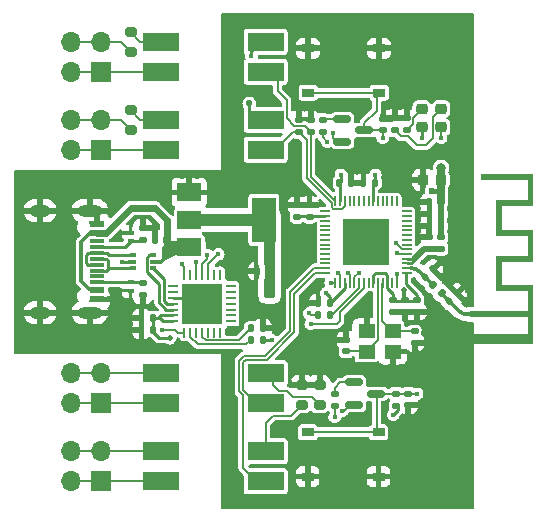
<source format=gtl>
%TF.GenerationSoftware,KiCad,Pcbnew,7.0.7*%
%TF.CreationDate,2024-02-05T14:32:18+01:00*%
%TF.ProjectId,esp-atx-power,6573702d-6174-4782-9d70-6f7765722e6b,1.0.1*%
%TF.SameCoordinates,PX6695f68PY7b6af88*%
%TF.FileFunction,Copper,L1,Top*%
%TF.FilePolarity,Positive*%
%FSLAX46Y46*%
G04 Gerber Fmt 4.6, Leading zero omitted, Abs format (unit mm)*
G04 Created by KiCad (PCBNEW 7.0.7) date 2024-02-05 14:32:18*
%MOMM*%
%LPD*%
G01*
G04 APERTURE LIST*
G04 Aperture macros list*
%AMRoundRect*
0 Rectangle with rounded corners*
0 $1 Rounding radius*
0 $2 $3 $4 $5 $6 $7 $8 $9 X,Y pos of 4 corners*
0 Add a 4 corners polygon primitive as box body*
4,1,4,$2,$3,$4,$5,$6,$7,$8,$9,$2,$3,0*
0 Add four circle primitives for the rounded corners*
1,1,$1+$1,$2,$3*
1,1,$1+$1,$4,$5*
1,1,$1+$1,$6,$7*
1,1,$1+$1,$8,$9*
0 Add four rect primitives between the rounded corners*
20,1,$1+$1,$2,$3,$4,$5,0*
20,1,$1+$1,$4,$5,$6,$7,0*
20,1,$1+$1,$6,$7,$8,$9,0*
20,1,$1+$1,$8,$9,$2,$3,0*%
G04 Aperture macros list end*
%TA.AperFunction,SMDPad,CuDef*%
%ADD10RoundRect,0.200000X-0.275000X0.200000X-0.275000X-0.200000X0.275000X-0.200000X0.275000X0.200000X0*%
%TD*%
%TA.AperFunction,SMDPad,CuDef*%
%ADD11RoundRect,0.135000X-0.185000X0.135000X-0.185000X-0.135000X0.185000X-0.135000X0.185000X0.135000X0*%
%TD*%
%TA.AperFunction,SMDPad,CuDef*%
%ADD12RoundRect,0.062500X-0.337500X-0.062500X0.337500X-0.062500X0.337500X0.062500X-0.337500X0.062500X0*%
%TD*%
%TA.AperFunction,SMDPad,CuDef*%
%ADD13RoundRect,0.062500X-0.062500X-0.337500X0.062500X-0.337500X0.062500X0.337500X-0.062500X0.337500X0*%
%TD*%
%TA.AperFunction,SMDPad,CuDef*%
%ADD14R,3.350000X3.350000*%
%TD*%
%TA.AperFunction,SMDPad,CuDef*%
%ADD15RoundRect,0.140000X0.021213X-0.219203X0.219203X-0.021213X-0.021213X0.219203X-0.219203X0.021213X0*%
%TD*%
%TA.AperFunction,SMDPad,CuDef*%
%ADD16RoundRect,0.050000X0.350000X0.050000X-0.350000X0.050000X-0.350000X-0.050000X0.350000X-0.050000X0*%
%TD*%
%TA.AperFunction,SMDPad,CuDef*%
%ADD17RoundRect,0.050000X0.050000X0.350000X-0.050000X0.350000X-0.050000X-0.350000X0.050000X-0.350000X0*%
%TD*%
%TA.AperFunction,SMDPad,CuDef*%
%ADD18R,4.000000X4.000000*%
%TD*%
%TA.AperFunction,SMDPad,CuDef*%
%ADD19R,2.000000X1.500000*%
%TD*%
%TA.AperFunction,SMDPad,CuDef*%
%ADD20R,2.000000X3.800000*%
%TD*%
%TA.AperFunction,SMDPad,CuDef*%
%ADD21R,1.000000X0.750000*%
%TD*%
%TA.AperFunction,SMDPad,CuDef*%
%ADD22RoundRect,0.135000X-0.135000X-0.185000X0.135000X-0.185000X0.135000X0.185000X-0.135000X0.185000X0*%
%TD*%
%TA.AperFunction,SMDPad,CuDef*%
%ADD23RoundRect,0.140000X0.140000X0.170000X-0.140000X0.170000X-0.140000X-0.170000X0.140000X-0.170000X0*%
%TD*%
%TA.AperFunction,SMDPad,CuDef*%
%ADD24R,0.500000X0.300000*%
%TD*%
%TA.AperFunction,SMDPad,CuDef*%
%ADD25RoundRect,0.147500X0.172500X-0.147500X0.172500X0.147500X-0.172500X0.147500X-0.172500X-0.147500X0*%
%TD*%
%TA.AperFunction,SMDPad,CuDef*%
%ADD26RoundRect,0.135000X0.135000X0.185000X-0.135000X0.185000X-0.135000X-0.185000X0.135000X-0.185000X0*%
%TD*%
%TA.AperFunction,SMDPad,CuDef*%
%ADD27R,3.100000X1.600000*%
%TD*%
%TA.AperFunction,SMDPad,CuDef*%
%ADD28RoundRect,0.147500X-0.226274X-0.017678X-0.017678X-0.226274X0.226274X0.017678X0.017678X0.226274X0*%
%TD*%
%TA.AperFunction,SMDPad,CuDef*%
%ADD29RoundRect,0.135000X0.185000X-0.135000X0.185000X0.135000X-0.185000X0.135000X-0.185000X-0.135000X0*%
%TD*%
%TA.AperFunction,SMDPad,CuDef*%
%ADD30RoundRect,0.218750X-0.256250X0.218750X-0.256250X-0.218750X0.256250X-0.218750X0.256250X0.218750X0*%
%TD*%
%TA.AperFunction,ComponentPad*%
%ADD31R,1.700000X1.700000*%
%TD*%
%TA.AperFunction,ComponentPad*%
%ADD32O,1.700000X1.700000*%
%TD*%
%TA.AperFunction,SMDPad,CuDef*%
%ADD33RoundRect,0.140000X0.170000X-0.140000X0.170000X0.140000X-0.170000X0.140000X-0.170000X-0.140000X0*%
%TD*%
%TA.AperFunction,SMDPad,CuDef*%
%ADD34R,1.240000X0.600000*%
%TD*%
%TA.AperFunction,SMDPad,CuDef*%
%ADD35R,1.240000X0.300000*%
%TD*%
%TA.AperFunction,ComponentPad*%
%ADD36O,2.100000X1.000000*%
%TD*%
%TA.AperFunction,ComponentPad*%
%ADD37O,1.800000X1.000000*%
%TD*%
%TA.AperFunction,SMDPad,CuDef*%
%ADD38RoundRect,0.140000X-0.170000X0.140000X-0.170000X-0.140000X0.170000X-0.140000X0.170000X0.140000X0*%
%TD*%
%TA.AperFunction,SMDPad,CuDef*%
%ADD39RoundRect,0.140000X-0.140000X-0.170000X0.140000X-0.170000X0.140000X0.170000X-0.140000X0.170000X0*%
%TD*%
%TA.AperFunction,SMDPad,CuDef*%
%ADD40RoundRect,0.150000X-0.587500X-0.150000X0.587500X-0.150000X0.587500X0.150000X-0.587500X0.150000X0*%
%TD*%
%TA.AperFunction,SMDPad,CuDef*%
%ADD41RoundRect,0.225000X0.225000X0.250000X-0.225000X0.250000X-0.225000X-0.250000X0.225000X-0.250000X0*%
%TD*%
%TA.AperFunction,ConnectorPad*%
%ADD42R,0.500000X0.500000*%
%TD*%
%TA.AperFunction,ComponentPad*%
%ADD43R,0.500000X0.900000*%
%TD*%
%TA.AperFunction,SMDPad,CuDef*%
%ADD44R,1.400000X1.200000*%
%TD*%
%TA.AperFunction,SMDPad,CuDef*%
%ADD45R,0.500000X0.375000*%
%TD*%
%TA.AperFunction,SMDPad,CuDef*%
%ADD46R,0.650000X0.300000*%
%TD*%
%TA.AperFunction,ViaPad*%
%ADD47C,0.450000*%
%TD*%
%TA.AperFunction,ViaPad*%
%ADD48C,0.500000*%
%TD*%
%TA.AperFunction,ViaPad*%
%ADD49C,0.550000*%
%TD*%
%TA.AperFunction,ViaPad*%
%ADD50C,0.800000*%
%TD*%
%TA.AperFunction,ViaPad*%
%ADD51C,0.600000*%
%TD*%
%TA.AperFunction,Conductor*%
%ADD52C,0.200000*%
%TD*%
%TA.AperFunction,Conductor*%
%ADD53C,0.254000*%
%TD*%
%TA.AperFunction,Conductor*%
%ADD54C,0.300000*%
%TD*%
%TA.AperFunction,Conductor*%
%ADD55C,0.250000*%
%TD*%
%TA.AperFunction,Conductor*%
%ADD56C,0.635000*%
%TD*%
%TA.AperFunction,Conductor*%
%ADD57C,0.400000*%
%TD*%
%TA.AperFunction,Conductor*%
%ADD58C,0.510000*%
%TD*%
%TA.AperFunction,Conductor*%
%ADD59C,0.600000*%
%TD*%
%TA.AperFunction,Conductor*%
%ADD60C,0.349300*%
%TD*%
G04 APERTURE END LIST*
%TA.AperFunction,EtchedComponent*%
%TO.C,AE201*%
G36*
X44393000Y25958000D02*
G01*
X41753000Y25958000D01*
X41753000Y23958000D01*
X44393000Y23958000D01*
X44393000Y21258000D01*
X41753000Y21258000D01*
X41753000Y19258000D01*
X44393000Y19258000D01*
X44393000Y14258000D01*
X39236215Y14258000D01*
X38993000Y14258000D01*
X38993000Y14682844D01*
X39096957Y14682844D01*
X39109065Y14640181D01*
X39113419Y14632269D01*
X39146203Y14594326D01*
X39188605Y14570258D01*
X39236215Y14560417D01*
X39284622Y14565153D01*
X39329416Y14584815D01*
X39366186Y14619755D01*
X39383092Y14652647D01*
X39390982Y14700733D01*
X39384408Y14750318D01*
X39364313Y14795628D01*
X39331643Y14830888D01*
X39299417Y14847782D01*
X39251158Y14856222D01*
X39201632Y14849691D01*
X39156447Y14829132D01*
X39121213Y14795489D01*
X39110600Y14776878D01*
X39097700Y14731363D01*
X39096957Y14682844D01*
X38993000Y14682844D01*
X38993000Y15158000D01*
X43893000Y15158000D01*
X43893000Y16558000D01*
X38993000Y16558000D01*
X38993000Y17058000D01*
X43893000Y17058000D01*
X43893000Y18758000D01*
X41253000Y18758000D01*
X41253000Y21758000D01*
X43893000Y21758000D01*
X43893000Y23458000D01*
X41253000Y23458000D01*
X41253000Y26458000D01*
X43893000Y26458000D01*
X43893000Y28158000D01*
X39953000Y28158000D01*
X39953000Y28658000D01*
X44393000Y28658000D01*
X44393000Y25958000D01*
G37*
%TD.AperFunction*%
%TD*%
D10*
%TO.P,R104,1*%
%TO.N,Net-(K103-A)*%
X10287000Y34099000D03*
%TO.P,R104,2*%
%TO.N,Net-(J103-Pin_3)*%
X10287000Y32449000D03*
%TD*%
D11*
%TO.P,R105,1*%
%TO.N,GND*%
X24511000Y33278500D03*
%TO.P,R105,2*%
%TO.N,PWR_LED*%
X24511000Y32258500D03*
%TD*%
D12*
%TO.P,U104,1,~{DCD}*%
%TO.N,unconnected-(U104-~{DCD}-Pad1)*%
X13893000Y19216500D03*
%TO.P,U104,2,~{RI}/CLK*%
%TO.N,unconnected-(U104-~{RI}{slash}CLK-Pad2)*%
X13893000Y18716500D03*
%TO.P,U104,3,GND*%
%TO.N,GND*%
X13893000Y18216500D03*
%TO.P,U104,4,D+*%
%TO.N,USB_DP*%
X13893000Y17716500D03*
%TO.P,U104,5,D-*%
%TO.N,USB_DN*%
X13893000Y17216500D03*
%TO.P,U104,6,VDD*%
%TO.N,+3V3*%
X13893000Y16716500D03*
%TO.P,U104,7,VREGIN*%
X13893000Y16216500D03*
D13*
%TO.P,U104,8,VBUS*%
%TO.N,VBUS*%
X14843000Y15266500D03*
%TO.P,U104,9,~{RST}*%
%TO.N,Net-(U104-~{RST})*%
X15343000Y15266500D03*
%TO.P,U104,10,NC*%
%TO.N,unconnected-(U104-NC-Pad10)*%
X15843000Y15266500D03*
%TO.P,U104,11,~{SUSPEND}*%
%TO.N,Net-(U104-~{SUSPEND})*%
X16343000Y15266500D03*
%TO.P,U104,12,SUSPEND*%
%TO.N,unconnected-(U104-SUSPEND-Pad12)*%
X16843000Y15266500D03*
%TO.P,U104,13,CHREN*%
%TO.N,unconnected-(U104-CHREN-Pad13)*%
X17343000Y15266500D03*
%TO.P,U104,14,CHR1*%
%TO.N,unconnected-(U104-CHR1-Pad14)*%
X17843000Y15266500D03*
D12*
%TO.P,U104,15,CHR0*%
%TO.N,unconnected-(U104-CHR0-Pad15)*%
X18793000Y16216500D03*
%TO.P,U104,16,~{WAKEUP}/GPIO.3*%
%TO.N,unconnected-(U104-~{WAKEUP}{slash}GPIO.3-Pad16)*%
X18793000Y16716500D03*
%TO.P,U104,17,RS485/GPIO.2*%
%TO.N,unconnected-(U104-RS485{slash}GPIO.2-Pad17)*%
X18793000Y17216500D03*
%TO.P,U104,18,~{RXT}/GPIO.1*%
%TO.N,unconnected-(U104-~{RXT}{slash}GPIO.1-Pad18)*%
X18793000Y17716500D03*
%TO.P,U104,19,~{TXT}/GPIO.0*%
%TO.N,unconnected-(U104-~{TXT}{slash}GPIO.0-Pad19)*%
X18793000Y18216500D03*
%TO.P,U104,20,GPIO.6*%
%TO.N,unconnected-(U104-GPIO.6-Pad20)*%
X18793000Y18716500D03*
%TO.P,U104,21,GPIO.5*%
%TO.N,unconnected-(U104-GPIO.5-Pad21)*%
X18793000Y19216500D03*
D13*
%TO.P,U104,22,GPIO.4*%
%TO.N,unconnected-(U104-GPIO.4-Pad22)*%
X17843000Y20166500D03*
%TO.P,U104,23,~{CTS}*%
%TO.N,unconnected-(U104-~{CTS}-Pad23)*%
X17343000Y20166500D03*
%TO.P,U104,24,~{RTS}*%
%TO.N,RTS*%
X16843000Y20166500D03*
%TO.P,U104,25,RXD*%
%TO.N,RX*%
X16343000Y20166500D03*
%TO.P,U104,26,TXD*%
%TO.N,TX*%
X15843000Y20166500D03*
%TO.P,U104,27,~{DSR}*%
%TO.N,unconnected-(U104-~{DSR}-Pad27)*%
X15343000Y20166500D03*
%TO.P,U104,28,~{DTR}*%
%TO.N,DTR*%
X14843000Y20166500D03*
D14*
%TO.P,U104,29,GND*%
%TO.N,GND*%
X16343000Y17716500D03*
%TD*%
D15*
%TO.P,C216,1*%
%TO.N,/ESP32/LNA_IN*%
X35231589Y19943589D03*
%TO.P,C216,2*%
%TO.N,GND*%
X35910411Y20622411D03*
%TD*%
D16*
%TO.P,U201,1,VDDA*%
%TO.N,+3V3*%
X33676000Y20320000D03*
%TO.P,U201,2,LNA_IN*%
%TO.N,/ESP32/LNA_IN*%
X33676000Y20720000D03*
%TO.P,U201,3,VDD3P3*%
%TO.N,Net-(C201-Pad2)*%
X33676000Y21120000D03*
%TO.P,U201,4,VDD3P3*%
X33676000Y21520000D03*
%TO.P,U201,5,IO0/BOOT*%
%TO.N,BOOT*%
X33676000Y21920000D03*
%TO.P,U201,6,IO1*%
%TO.N,STATUS*%
X33676000Y22320000D03*
%TO.P,U201,7,IO2*%
%TO.N,unconnected-(U201-IO2-Pad7)*%
X33676000Y22720000D03*
%TO.P,U201,8,IO3*%
%TO.N,unconnected-(U201-IO3-Pad8)*%
X33676000Y23120000D03*
%TO.P,U201,9,IO4*%
%TO.N,unconnected-(U201-IO4-Pad9)*%
X33676000Y23520000D03*
%TO.P,U201,10,IO5*%
%TO.N,unconnected-(U201-IO5-Pad10)*%
X33676000Y23920000D03*
%TO.P,U201,11,IO6*%
%TO.N,unconnected-(U201-IO6-Pad11)*%
X33676000Y24320000D03*
%TO.P,U201,12,IO7*%
%TO.N,unconnected-(U201-IO7-Pad12)*%
X33676000Y24720000D03*
%TO.P,U201,13,IO8*%
%TO.N,unconnected-(U201-IO8-Pad13)*%
X33676000Y25120000D03*
%TO.P,U201,14,IO9*%
%TO.N,unconnected-(U201-IO9-Pad14)*%
X33676000Y25520000D03*
D17*
%TO.P,U201,15,IO10*%
%TO.N,unconnected-(U201-IO10-Pad15)*%
X32826000Y26370000D03*
%TO.P,U201,16,IO11*%
%TO.N,unconnected-(U201-IO11-Pad16)*%
X32426000Y26370000D03*
%TO.P,U201,17,IO12*%
%TO.N,unconnected-(U201-IO12-Pad17)*%
X32026000Y26370000D03*
%TO.P,U201,18,IO13*%
%TO.N,unconnected-(U201-IO13-Pad18)*%
X31626000Y26370000D03*
%TO.P,U201,19,IO14*%
%TO.N,unconnected-(U201-IO14-Pad19)*%
X31226000Y26370000D03*
%TO.P,U201,20,VDD3P3_RTC*%
%TO.N,+3V3*%
X30826000Y26370000D03*
%TO.P,U201,21,IO15/32K_P*%
%TO.N,unconnected-(U201-IO15{slash}32K_P-Pad21)*%
X30426000Y26370000D03*
%TO.P,U201,22,IO16/32K_N*%
%TO.N,unconnected-(U201-IO16{slash}32K_N-Pad22)*%
X30026000Y26370000D03*
%TO.P,U201,23,IO17/DAC_1*%
%TO.N,unconnected-(U201-IO17{slash}DAC_1-Pad23)*%
X29626000Y26370000D03*
%TO.P,U201,24,IO18/DAC_2*%
%TO.N,unconnected-(U201-IO18{slash}DAC_2-Pad24)*%
X29226000Y26370000D03*
%TO.P,U201,25,IO19/USB_DN*%
%TO.N,unconnected-(U201-IO19{slash}USB_DN-Pad25)*%
X28826000Y26370000D03*
%TO.P,U201,26,IO20/USB_DP*%
%TO.N,PWR_LED*%
X28426000Y26370000D03*
%TO.P,U201,27,VDD3P3_RTC_IO*%
%TO.N,+3V3*%
X28026000Y26370000D03*
%TO.P,U201,28,IO21*%
%TO.N,HDD_LED*%
X27626000Y26370000D03*
D16*
%TO.P,U201,29,IO26/SPICS1*%
%TO.N,unconnected-(U201-IO26{slash}SPICS1-Pad29)*%
X26776000Y25520000D03*
%TO.P,U201,30,VDD_SPI*%
%TO.N,Net-(U201-VDD_SPI)*%
X26776000Y25120000D03*
%TO.P,U201,31,SPIHD*%
%TO.N,unconnected-(U201-SPIHD-Pad31)*%
X26776000Y24720000D03*
%TO.P,U201,32,SPIWP*%
%TO.N,unconnected-(U201-SPIWP-Pad32)*%
X26776000Y24320000D03*
%TO.P,U201,33,SPICS0*%
%TO.N,unconnected-(U201-SPICS0-Pad33)*%
X26776000Y23920000D03*
%TO.P,U201,34,SPICLK*%
%TO.N,unconnected-(U201-SPICLK-Pad34)*%
X26776000Y23520000D03*
%TO.P,U201,35,SPIQ*%
%TO.N,unconnected-(U201-SPIQ-Pad35)*%
X26776000Y23120000D03*
%TO.P,U201,36,SPID*%
%TO.N,unconnected-(U201-SPID-Pad36)*%
X26776000Y22720000D03*
%TO.P,U201,37,IO33*%
%TO.N,unconnected-(U201-IO33-Pad37)*%
X26776000Y22320000D03*
%TO.P,U201,38,IO34*%
%TO.N,unconnected-(U201-IO34-Pad38)*%
X26776000Y21920000D03*
%TO.P,U201,39,IO35*%
%TO.N,unconnected-(U201-IO35-Pad39)*%
X26776000Y21520000D03*
%TO.P,U201,40,IO36*%
%TO.N,unconnected-(U201-IO36-Pad40)*%
X26776000Y21120000D03*
%TO.P,U201,41,IO37*%
%TO.N,PWR_SW*%
X26776000Y20720000D03*
%TO.P,U201,42,IO38*%
%TO.N,RST_SW*%
X26776000Y20320000D03*
D17*
%TO.P,U201,43,MTCK/IO39*%
%TO.N,Net-(U201-MTCK{slash}IO39)*%
X27626000Y19470000D03*
%TO.P,U201,44,MTD0/IO40*%
%TO.N,Net-(U201-MTD0{slash}IO40)*%
X28026000Y19470000D03*
%TO.P,U201,45,VDD3P3_CPU*%
%TO.N,+3V3*%
X28426000Y19470000D03*
%TO.P,U201,46,MTDI/IO41*%
%TO.N,Net-(U201-MTDI{slash}IO41)*%
X28826000Y19470000D03*
%TO.P,U201,47,MTMS/IO42*%
%TO.N,Net-(U201-MTMS{slash}IO42)*%
X29226000Y19470000D03*
%TO.P,U201,48,TXD0*%
%TO.N,Net-(U201-TXD0)*%
X29626000Y19470000D03*
%TO.P,U201,49,RXD0*%
%TO.N,TX*%
X30026000Y19470000D03*
%TO.P,U201,50,IO45*%
%TO.N,unconnected-(U201-IO45-Pad50)*%
X30426000Y19470000D03*
%TO.P,U201,51,VDDA*%
%TO.N,+3V3*%
X30826000Y19470000D03*
%TO.P,U201,52,XTAL_N*%
%TO.N,/ESP32/XTAL_N*%
X31226000Y19470000D03*
%TO.P,U201,53,XTAL_P*%
%TO.N,/ESP32/XTAL_P*%
X31626000Y19470000D03*
%TO.P,U201,54,VDDA*%
%TO.N,+3V3*%
X32026000Y19470000D03*
%TO.P,U201,55,IO46*%
%TO.N,unconnected-(U201-IO46-Pad55)*%
X32426000Y19470000D03*
%TO.P,U201,56,EN*%
%TO.N,EN*%
X32826000Y19470000D03*
D18*
%TO.P,U201,57,GND*%
%TO.N,GND*%
X30226000Y22920000D03*
%TD*%
D19*
%TO.P,U102,1,GND*%
%TO.N,GND*%
X15265000Y27128500D03*
%TO.P,U102,2,VO*%
%TO.N,+3V3*%
X15265000Y24828500D03*
D20*
X21565000Y24828500D03*
D19*
%TO.P,U102,3,VI*%
%TO.N,VBUS*%
X15265000Y22528500D03*
%TD*%
D21*
%TO.P,SW102,1,1*%
%TO.N,BOOT*%
X31321000Y35590000D03*
X25321000Y35590000D03*
%TO.P,SW102,2,2*%
%TO.N,GND*%
X31321000Y39340000D03*
X25321000Y39340000D03*
%TD*%
D22*
%TO.P,R113,1*%
%TO.N,Net-(U104-~{RST})*%
X20445000Y14668500D03*
%TO.P,R113,2*%
%TO.N,+3V3*%
X21465000Y14668500D03*
%TD*%
D21*
%TO.P,SW101,1,1*%
%TO.N,EN*%
X25273000Y6828000D03*
X31273000Y6828000D03*
%TO.P,SW101,2,2*%
%TO.N,GND*%
X25273000Y3078000D03*
X31273000Y3078000D03*
%TD*%
D23*
%TO.P,C108,1*%
%TO.N,+3V3*%
X12164000Y16510000D03*
%TO.P,C108,2*%
%TO.N,GND*%
X11204000Y16510000D03*
%TD*%
D24*
%TO.P,D101,1,A1*%
%TO.N,GND*%
X10287000Y23718000D03*
%TO.P,D101,2,A2*%
%TO.N,/USB_IN_CC1*%
X10287000Y23018000D03*
%TD*%
D25*
%TO.P,L201,1,1*%
%TO.N,Net-(C201-Pad2)*%
X36576000Y22375000D03*
%TO.P,L201,2,2*%
%TO.N,+3V3*%
X36576000Y23345000D03*
%TD*%
D26*
%TO.P,R201,1*%
%TO.N,Net-(U201-TXD0)*%
X27180000Y16764000D03*
%TO.P,R201,2*%
%TO.N,RX*%
X26160000Y16764000D03*
%TD*%
D27*
%TO.P,K104,1,A*%
%TO.N,Net-(K104-A)*%
X12827000Y39878000D03*
%TO.P,K104,2,K*%
%TO.N,Net-(J104-Pin_1)*%
X12827000Y37338000D03*
%TO.P,K104,3,D1*%
%TO.N,HDD_LED*%
X21717000Y37338000D03*
%TO.P,K104,4,D2*%
%TO.N,+3V3*%
X21717000Y39878000D03*
%TD*%
D10*
%TO.P,R106,1*%
%TO.N,Net-(K104-A)*%
X10287000Y40703000D03*
%TO.P,R106,2*%
%TO.N,Net-(J104-Pin_3)*%
X10287000Y39053000D03*
%TD*%
%TO.P,R101,1*%
%TO.N,GND*%
X24765000Y10793000D03*
%TO.P,R101,2*%
%TO.N,Net-(K101-K)*%
X24765000Y9143000D03*
%TD*%
D23*
%TO.P,C204,1*%
%TO.N,+3V3*%
X36548000Y26289000D03*
%TO.P,C204,2*%
%TO.N,GND*%
X35588000Y26289000D03*
%TD*%
D28*
%TO.P,L202,1,1*%
%TO.N,/ESP32/LNA_IN*%
X35928053Y19280947D03*
%TO.P,L202,2,2*%
%TO.N,Net-(AE201-FEED)*%
X36613947Y18595053D03*
%TD*%
D29*
%TO.P,R109,1*%
%TO.N,RTS*%
X26543000Y32256000D03*
%TO.P,R109,2*%
%TO.N,Net-(Q102-B)*%
X26543000Y33276000D03*
%TD*%
D30*
%TO.P,D103,1,K*%
%TO.N,Net-(D103-K)*%
X34925000Y34214000D03*
%TO.P,D103,2,A*%
%TO.N,+3V3*%
X34925000Y32639000D03*
%TD*%
D31*
%TO.P,J104,1,Pin_1*%
%TO.N,Net-(J104-Pin_1)*%
X7747000Y37338000D03*
D32*
%TO.P,J104,2,Pin_2*%
X5207000Y37338000D03*
%TO.P,J104,3,Pin_3*%
%TO.N,Net-(J104-Pin_3)*%
X7747000Y39878000D03*
%TO.P,J104,4,Pin_4*%
X5207000Y39878000D03*
%TD*%
D33*
%TO.P,C215,1*%
%TO.N,/ESP32/XTAL_N*%
X28531000Y13683000D03*
%TO.P,C215,2*%
%TO.N,GND*%
X28531000Y14643000D03*
%TD*%
D27*
%TO.P,K101,1,A*%
%TO.N,PWR_SW*%
X21717000Y2667000D03*
%TO.P,K101,2,K*%
%TO.N,Net-(K101-K)*%
X21717000Y5207000D03*
%TO.P,K101,3,D1*%
%TO.N,Net-(J101-Pin_3)*%
X12827000Y5207000D03*
%TO.P,K101,4,D2*%
%TO.N,Net-(J101-Pin_1)*%
X12827000Y2667000D03*
%TD*%
D29*
%TO.P,R111,1*%
%TO.N,GND*%
X11303000Y18413000D03*
%TO.P,R111,2*%
%TO.N,/USB_IN_CC2*%
X11303000Y19433000D03*
%TD*%
D31*
%TO.P,J103,1,Pin_1*%
%TO.N,Net-(J103-Pin_1)*%
X7747000Y30734000D03*
D32*
%TO.P,J103,2,Pin_2*%
X5207000Y30734000D03*
%TO.P,J103,3,Pin_3*%
%TO.N,Net-(J103-Pin_3)*%
X7747000Y33274000D03*
%TO.P,J103,4,Pin_4*%
X5207000Y33274000D03*
%TD*%
D34*
%TO.P,J105,A1,GND*%
%TO.N,GND*%
X7422000Y24472500D03*
%TO.P,J105,A4,VBUS*%
%TO.N,VBUS*%
X7422000Y23672500D03*
D35*
%TO.P,J105,A5,CC1*%
%TO.N,/USB_IN_CC1*%
X7422000Y22522500D03*
%TO.P,J105,A6,D+*%
%TO.N,/USB_IN_DP*%
X7422000Y21522500D03*
%TO.P,J105,A7,D-*%
%TO.N,/USB_IN_DN*%
X7422000Y21022500D03*
%TO.P,J105,A8,SBU1*%
%TO.N,unconnected-(J105-SBU1-PadA8)*%
X7422000Y20022500D03*
D34*
%TO.P,J105,A9,VBUS*%
%TO.N,VBUS*%
X7422000Y18872500D03*
%TO.P,J105,A12,GND*%
%TO.N,GND*%
X7422000Y18072500D03*
%TO.P,J105,B1,GND*%
X7422000Y18072500D03*
%TO.P,J105,B4,VBUS*%
%TO.N,VBUS*%
X7422000Y18872500D03*
D35*
%TO.P,J105,B5,CC2*%
%TO.N,/USB_IN_CC2*%
X7422000Y19522500D03*
%TO.P,J105,B6,D+*%
%TO.N,/USB_IN_DP*%
X7422000Y20522500D03*
%TO.P,J105,B7,D-*%
%TO.N,/USB_IN_DN*%
X7422000Y22022500D03*
%TO.P,J105,B8,SBU2*%
%TO.N,unconnected-(J105-SBU2-PadB8)*%
X7422000Y23022500D03*
D34*
%TO.P,J105,B9,VBUS*%
%TO.N,VBUS*%
X7422000Y23672500D03*
%TO.P,J105,B12,GND*%
%TO.N,GND*%
X7422000Y24472500D03*
D36*
%TO.P,J105,S1,SHIELD*%
X6822000Y25592500D03*
D37*
X2622000Y25592500D03*
D36*
X6822000Y16952500D03*
D37*
X2622000Y16952500D03*
%TD*%
D23*
%TO.P,C104,1*%
%TO.N,+3V3*%
X21957000Y20447000D03*
%TO.P,C104,2*%
%TO.N,GND*%
X20997000Y20447000D03*
%TD*%
D38*
%TO.P,C214,1*%
%TO.N,/ESP32/XTAL_P*%
X34331000Y15367000D03*
%TO.P,C214,2*%
%TO.N,GND*%
X34331000Y14407000D03*
%TD*%
D27*
%TO.P,K102,1,A*%
%TO.N,RST_SW*%
X21717000Y9271000D03*
%TO.P,K102,2,K*%
%TO.N,Net-(K102-K)*%
X21717000Y11811000D03*
%TO.P,K102,3,D1*%
%TO.N,Net-(J102-Pin_3)*%
X12827000Y11811000D03*
%TO.P,K102,4,D2*%
%TO.N,Net-(J102-Pin_1)*%
X12827000Y9271000D03*
%TD*%
D30*
%TO.P,D104,1,K*%
%TO.N,Net-(D104-K)*%
X36576000Y34214000D03*
%TO.P,D104,2,A*%
%TO.N,STATUS*%
X36576000Y32639000D03*
%TD*%
D24*
%TO.P,D102,1,A1*%
%TO.N,GND*%
X10287000Y18827000D03*
%TO.P,D102,2,A2*%
%TO.N,/USB_IN_CC2*%
X10287000Y19527000D03*
%TD*%
D38*
%TO.P,C105,1*%
%TO.N,EN*%
X33782000Y10097000D03*
%TO.P,C105,2*%
%TO.N,GND*%
X33782000Y9137000D03*
%TD*%
D39*
%TO.P,C206,1*%
%TO.N,GND*%
X26190000Y17780000D03*
%TO.P,C206,2*%
%TO.N,+3V3*%
X27150000Y17780000D03*
%TD*%
D33*
%TO.P,C210,1*%
%TO.N,GND*%
X32512000Y17046000D03*
%TO.P,C210,2*%
%TO.N,+3V3*%
X32512000Y18006000D03*
%TD*%
D40*
%TO.P,Q101,1,B*%
%TO.N,Net-(Q101-B)*%
X29210000Y11045000D03*
%TO.P,Q101,2,E*%
%TO.N,RTS*%
X29210000Y9145000D03*
%TO.P,Q101,3,C*%
%TO.N,EN*%
X31085000Y10095000D03*
%TD*%
D38*
%TO.P,C201,1*%
%TO.N,GND*%
X35560000Y23340000D03*
%TO.P,C201,2*%
%TO.N,Net-(C201-Pad2)*%
X35560000Y22380000D03*
%TD*%
D11*
%TO.P,R114,1*%
%TO.N,GND*%
X33655000Y33403000D03*
%TO.P,R114,2*%
%TO.N,Net-(D103-K)*%
X33655000Y32383000D03*
%TD*%
%TO.P,R110,1*%
%TO.N,GND*%
X11303000Y24132000D03*
%TO.P,R110,2*%
%TO.N,/USB_IN_CC1*%
X11303000Y23112000D03*
%TD*%
D39*
%TO.P,C202,1*%
%TO.N,GND*%
X35588000Y24257000D03*
%TO.P,C202,2*%
%TO.N,+3V3*%
X36548000Y24257000D03*
%TD*%
D41*
%TO.P,C205,1*%
%TO.N,+3V3*%
X36589000Y28194000D03*
%TO.P,C205,2*%
%TO.N,GND*%
X35039000Y28194000D03*
%TD*%
D29*
%TO.P,R108,1*%
%TO.N,DTR*%
X27559000Y9077000D03*
%TO.P,R108,2*%
%TO.N,Net-(Q101-B)*%
X27559000Y10097000D03*
%TD*%
D31*
%TO.P,J101,1,Pin_1*%
%TO.N,Net-(J101-Pin_1)*%
X7809000Y2662000D03*
D32*
%TO.P,J101,2,Pin_2*%
X5269000Y2662000D03*
%TO.P,J101,3,Pin_3*%
%TO.N,Net-(J101-Pin_3)*%
X7809000Y5202000D03*
%TO.P,J101,4,Pin_4*%
X5269000Y5202000D03*
%TD*%
D39*
%TO.P,C203,1*%
%TO.N,GND*%
X35588000Y25273000D03*
%TO.P,C203,2*%
%TO.N,+3V3*%
X36548000Y25273000D03*
%TD*%
D42*
%TO.P,AE201,1,FEED*%
%TO.N,Net-(AE201-FEED)*%
X39243000Y16808000D03*
D43*
%TO.P,AE201,2,PCB_Trace*%
%TO.N,GND*%
X39243000Y14708000D03*
%TD*%
D23*
%TO.P,C103,1*%
%TO.N,VBUS*%
X13307000Y23114000D03*
%TO.P,C103,2*%
%TO.N,GND*%
X12347000Y23114000D03*
%TD*%
D15*
%TO.P,C217,1*%
%TO.N,Net-(AE201-FEED)*%
X37261589Y17903589D03*
%TO.P,C217,2*%
%TO.N,GND*%
X37940411Y18582411D03*
%TD*%
D33*
%TO.P,C212,1*%
%TO.N,Net-(U201-VDD_SPI)*%
X25431000Y25075000D03*
%TO.P,C212,2*%
%TO.N,GND*%
X25431000Y26035000D03*
%TD*%
D11*
%TO.P,R103,1*%
%TO.N,EN*%
X32766000Y10097000D03*
%TO.P,R103,2*%
%TO.N,+3V3*%
X32766000Y9077000D03*
%TD*%
D44*
%TO.P,Y201,1,1*%
%TO.N,/ESP32/XTAL_P*%
X32469000Y15363000D03*
%TO.P,Y201,2,2*%
%TO.N,GND*%
X30269000Y15363000D03*
%TO.P,Y201,3,3*%
%TO.N,/ESP32/XTAL_N*%
X30269000Y13663000D03*
%TO.P,Y201,4,4*%
%TO.N,GND*%
X32469000Y13663000D03*
%TD*%
D23*
%TO.P,C107,1*%
%TO.N,+3V3*%
X12164000Y15494000D03*
%TO.P,C107,2*%
%TO.N,GND*%
X11204000Y15494000D03*
%TD*%
D45*
%TO.P,U103,1,I/O1*%
%TO.N,/USB_IN_DN*%
X10453000Y21810000D03*
D46*
%TO.P,U103,2,GND*%
%TO.N,GND*%
X10378000Y21272500D03*
D45*
%TO.P,U103,3,I/O2*%
%TO.N,/USB_IN_DP*%
X10453000Y20735000D03*
%TO.P,U103,4,I/O2*%
%TO.N,USB_DP*%
X12153000Y20735000D03*
D46*
%TO.P,U103,5,VBUS*%
%TO.N,VBUS*%
X12228000Y21272500D03*
D45*
%TO.P,U103,6,I/O1*%
%TO.N,USB_DN*%
X12153000Y21810000D03*
%TD*%
D39*
%TO.P,C207,1*%
%TO.N,GND*%
X30000000Y27940000D03*
%TO.P,C207,2*%
%TO.N,+3V3*%
X30960000Y27940000D03*
%TD*%
D11*
%TO.P,R115,1*%
%TO.N,GND*%
X32639000Y33403000D03*
%TO.P,R115,2*%
%TO.N,Net-(D104-K)*%
X32639000Y32383000D03*
%TD*%
%TO.P,R107,1*%
%TO.N,GND*%
X25527000Y33276000D03*
%TO.P,R107,2*%
%TO.N,HDD_LED*%
X25527000Y32256000D03*
%TD*%
D31*
%TO.P,J102,1,Pin_1*%
%TO.N,Net-(J102-Pin_1)*%
X7809000Y9266000D03*
D32*
%TO.P,J102,2,Pin_2*%
X5269000Y9266000D03*
%TO.P,J102,3,Pin_3*%
%TO.N,Net-(J102-Pin_3)*%
X7809000Y11806000D03*
%TO.P,J102,4,Pin_4*%
X5269000Y11806000D03*
%TD*%
D40*
%TO.P,Q102,1,B*%
%TO.N,Net-(Q102-B)*%
X28194000Y33335000D03*
%TO.P,Q102,2,E*%
%TO.N,DTR*%
X28194000Y31435000D03*
%TO.P,Q102,3,C*%
%TO.N,BOOT*%
X30069000Y32385000D03*
%TD*%
D23*
%TO.P,C208,1*%
%TO.N,GND*%
X28928000Y27940000D03*
%TO.P,C208,2*%
%TO.N,+3V3*%
X27968000Y27940000D03*
%TD*%
D38*
%TO.P,C213,1*%
%TO.N,GND*%
X24384000Y26035000D03*
%TO.P,C213,2*%
%TO.N,Net-(U201-VDD_SPI)*%
X24384000Y25075000D03*
%TD*%
D33*
%TO.P,C211,1*%
%TO.N,GND*%
X33528000Y17046000D03*
%TO.P,C211,2*%
%TO.N,+3V3*%
X33528000Y18006000D03*
%TD*%
%TO.P,C209,1*%
%TO.N,GND*%
X34544000Y17046000D03*
%TO.P,C209,2*%
%TO.N,+3V3*%
X34544000Y18006000D03*
%TD*%
D10*
%TO.P,R102,1*%
%TO.N,GND*%
X26289000Y10793000D03*
%TO.P,R102,2*%
%TO.N,Net-(K102-K)*%
X26289000Y9143000D03*
%TD*%
D22*
%TO.P,R112,1*%
%TO.N,Net-(U104-~{SUSPEND})*%
X20445000Y15621000D03*
%TO.P,R112,2*%
%TO.N,GND*%
X21465000Y15621000D03*
%TD*%
D33*
%TO.P,C106,1*%
%TO.N,BOOT*%
X31623000Y32413000D03*
%TO.P,C106,2*%
%TO.N,GND*%
X31623000Y33373000D03*
%TD*%
D27*
%TO.P,K103,1,A*%
%TO.N,Net-(K103-A)*%
X12827000Y33274000D03*
%TO.P,K103,2,K*%
%TO.N,Net-(J103-Pin_1)*%
X12827000Y30734000D03*
%TO.P,K103,3,D1*%
%TO.N,PWR_LED*%
X21717000Y30734000D03*
%TO.P,K103,4,D2*%
%TO.N,+3V3*%
X21717000Y33274000D03*
%TD*%
D47*
%TO.N,GND*%
X24430000Y27940000D03*
X24511000Y14605000D03*
D48*
%TO.N,+3V3*%
X13603000Y14802500D03*
D47*
X28085000Y28638500D03*
D49*
X20320000Y34671000D03*
D48*
X21971000Y19826000D03*
D47*
X31006000Y28638500D03*
X26858750Y18603750D03*
D48*
X21971000Y18669000D03*
X21971000Y21082000D03*
X33447000Y18831500D03*
D47*
X32512000Y8317000D03*
X20510500Y38671500D03*
D50*
X36576000Y29210000D03*
D51*
X35773000Y27241500D03*
D47*
X34925000Y31750000D03*
X22225000Y14605000D03*
%TO.N,GND*%
X33655000Y16129000D03*
X37465000Y11049000D03*
X18415000Y36449000D03*
X29845000Y41783000D03*
X18415000Y38989000D03*
X27305000Y5969000D03*
X17145000Y23495000D03*
X31781000Y23558500D03*
X38735000Y9779000D03*
X36195000Y3429000D03*
X33147000Y12446000D03*
X23876000Y36449000D03*
X34671000Y24892000D03*
X35052000Y14351000D03*
X18415000Y12319000D03*
X889000Y16129000D03*
X35052000Y29083000D03*
X4445000Y28448000D03*
X36527363Y20017363D03*
X33655000Y889000D03*
X34671000Y24003000D03*
X34925000Y889000D03*
X24765000Y41783000D03*
X38735000Y17653000D03*
X29576000Y21133000D03*
X18415000Y35179000D03*
X21590000Y35560000D03*
X30907000Y21133000D03*
X9525000Y16129000D03*
X26035000Y41783000D03*
X25781000Y22733000D03*
X30907000Y22288500D03*
X28067000Y12954000D03*
X19685000Y26289000D03*
X2540000Y19939000D03*
X38735000Y40259000D03*
X38735000Y5969000D03*
X889000Y22479000D03*
X37465000Y13589000D03*
X38735000Y2159000D03*
X33782000Y8128000D03*
X26035000Y889000D03*
X37465000Y9779000D03*
X23749000Y11049000D03*
X18415000Y4572000D03*
X1905000Y13970000D03*
X37465000Y21209000D03*
X18415000Y13589000D03*
X9525000Y28448000D03*
X15748000Y17145000D03*
X37592000Y20066000D03*
X38735000Y13589000D03*
X38735000Y28829000D03*
X38735000Y35179000D03*
X889000Y19939000D03*
X3175000Y13970000D03*
X33274000Y29210000D03*
X18415000Y40259000D03*
X25781000Y24003000D03*
X31781000Y22288500D03*
X25400000Y26924000D03*
X35539509Y18377589D03*
X38735000Y31369000D03*
X18415000Y11049000D03*
X17145000Y13716000D03*
X889000Y25019000D03*
X10287000Y24384000D03*
X27305000Y889000D03*
X34544000Y13589000D03*
X19685000Y21971000D03*
X38735000Y27559000D03*
X22225000Y41783000D03*
X15875000Y13716000D03*
X24511000Y22733000D03*
X28575000Y889000D03*
X27686000Y14605000D03*
X12065000Y28448000D03*
X15748000Y18288000D03*
X12065000Y13970000D03*
X30907000Y23558500D03*
X37465000Y22479000D03*
X38735000Y11049000D03*
X4445000Y18669000D03*
X9525000Y13970000D03*
X25146000Y17780000D03*
X33401000Y31115000D03*
X4445000Y16129000D03*
X36195000Y41783000D03*
X22225000Y28829000D03*
X33655000Y38989000D03*
X27305000Y41783000D03*
X32258000Y12446000D03*
X38735000Y36449000D03*
X10795000Y13970000D03*
X27686000Y13779500D03*
X18415000Y2159000D03*
X24511000Y24003000D03*
X33909000Y12954000D03*
X2540000Y22479000D03*
X889000Y18669000D03*
X34918588Y19036809D03*
X36322000Y13589000D03*
X9017000Y26289000D03*
X23876000Y7620000D03*
X38735000Y33909000D03*
X4445000Y23749000D03*
X38735000Y32639000D03*
X38735000Y12319000D03*
X29464000Y17462500D03*
X36161499Y17730844D03*
X38735000Y21209000D03*
X38735000Y37719000D03*
X9271000Y23368000D03*
X9539000Y21272500D03*
X35052000Y21209000D03*
X37352863Y19191863D03*
X18415000Y28829000D03*
X30018000Y28638500D03*
X38735000Y38989000D03*
X19939000Y16637000D03*
X38735000Y22479000D03*
X28448000Y23558500D03*
X24430000Y26924000D03*
X36322000Y16129000D03*
X36195000Y38989000D03*
X23876000Y38989000D03*
X38735000Y8509000D03*
X38735000Y25019000D03*
X31369000Y12446000D03*
X18796000Y15367000D03*
X18415000Y7239000D03*
X28829000Y7620000D03*
X34671000Y12319000D03*
X10795000Y28448000D03*
X9017000Y18542000D03*
X23495000Y13589000D03*
X29576000Y22288500D03*
X38735000Y7239000D03*
X31115000Y889000D03*
X31115000Y41783000D03*
X36195000Y5969000D03*
X38735000Y889000D03*
X13335000Y26289000D03*
X26924000Y28575000D03*
X33782000Y27940000D03*
X14605000Y13970000D03*
X18415000Y30099000D03*
X29637000Y12445481D03*
X35052000Y15240000D03*
X17145000Y28448000D03*
X13335000Y13970000D03*
X24511000Y20320000D03*
X30480000Y17462500D03*
X37465000Y27559000D03*
X29002000Y28638500D03*
X19685000Y889000D03*
X27305000Y3429000D03*
X18415000Y32639000D03*
X38735000Y18796000D03*
X30480000Y18415000D03*
X13335000Y28448000D03*
X23114000Y17653000D03*
X32004000Y28130500D03*
X36195000Y889000D03*
X18415000Y9779000D03*
X37719000Y16256000D03*
X32385000Y889000D03*
X4445000Y13970000D03*
X22225000Y889000D03*
X18415000Y3429000D03*
X29576000Y24713000D03*
X37592000Y28829000D03*
X6985000Y13970000D03*
X38735000Y3429000D03*
X36195000Y36449000D03*
X38735000Y41529000D03*
X4445000Y21209000D03*
X889000Y14859000D03*
X33655000Y26416000D03*
X23876000Y5969000D03*
X31115000Y11049000D03*
X31115000Y36449000D03*
X38735000Y4699000D03*
X37465000Y31369000D03*
X25781000Y21463000D03*
X5715000Y28448000D03*
X36195000Y8509000D03*
X34290000Y19685000D03*
X28575000Y41783000D03*
X37465000Y26289000D03*
X34925000Y41783000D03*
X18415000Y33909000D03*
X18415000Y889000D03*
X38354000Y14859000D03*
X32385000Y41783000D03*
X29845000Y889000D03*
X19685000Y23495000D03*
X38735000Y19939000D03*
X14605000Y28448000D03*
X1905000Y28448000D03*
X28829000Y12700000D03*
X30226000Y31115000D03*
X36322000Y14859000D03*
X29576000Y23558500D03*
X36449000Y21209000D03*
X23495000Y889000D03*
X36322000Y11049000D03*
X36322000Y12319000D03*
X889000Y17399000D03*
X37465000Y12319000D03*
X889000Y26289000D03*
X26035000Y36449000D03*
X4445000Y26289000D03*
X33655000Y41783000D03*
X34671000Y16129000D03*
X28067000Y15494000D03*
X889000Y21209000D03*
X16891000Y17145000D03*
X28448000Y22288500D03*
X12319000Y24130000D03*
X24511000Y12700000D03*
X24765000Y889000D03*
X38608000Y16002000D03*
X35560000Y17018000D03*
X24130000Y30861000D03*
X34671000Y23050500D03*
X25908000Y19177000D03*
X18415000Y8509000D03*
X37465000Y25019000D03*
X10287000Y17526000D03*
X38735000Y26289000D03*
X23495000Y41783000D03*
X30861000Y24713000D03*
X20955000Y41783000D03*
X28575000Y38989000D03*
X37465000Y32639000D03*
X33655000Y11049000D03*
X24511000Y21463000D03*
X16891000Y18288000D03*
X18415000Y31369000D03*
X29464000Y3429000D03*
X32385000Y3937000D03*
X29464000Y16637000D03*
X29591000Y33655000D03*
X37465000Y14859000D03*
X28829000Y16002000D03*
X38735000Y30099000D03*
X23876000Y3429000D03*
X38735000Y23749000D03*
X37465000Y41783000D03*
X18415000Y41783000D03*
X17145000Y26289000D03*
X18415000Y5969000D03*
X6985000Y28448000D03*
X20828000Y19431000D03*
X36947015Y16997576D03*
X15875000Y28448000D03*
X37465000Y23749000D03*
X30480000Y16637000D03*
X37465000Y30099000D03*
X3175000Y28448000D03*
X37465000Y889000D03*
X19685000Y27813000D03*
X32639000Y34036000D03*
X889000Y27559000D03*
X20955000Y889000D03*
X8255000Y28448000D03*
X33655000Y36449000D03*
X30480000Y12446000D03*
X5715000Y13970000D03*
X29464000Y5969000D03*
X28575000Y36449000D03*
X19685000Y41783000D03*
X889000Y23749000D03*
X18415000Y37719000D03*
X33655000Y34036000D03*
X8255000Y13970000D03*
%TO.N,VBUS*%
X12954000Y15494000D03*
X14097000Y22288500D03*
%TO.N,EN*%
X34544000Y10097000D03*
X32812000Y20256500D03*
%TO.N,BOOT*%
X32860132Y21971000D03*
X31623000Y31750000D03*
%TO.N,DTR*%
X27432000Y32131000D03*
X14605000Y21082000D03*
X27559000Y8128000D03*
%TO.N,RTS*%
X26924000Y31435000D03*
X28194000Y8636000D03*
X17717460Y21906540D03*
%TO.N,RX*%
X25400000Y16891000D03*
X16764000Y21844000D03*
%TO.N,TX*%
X15811500Y21272500D03*
X25527000Y16002000D03*
%TO.N,STATUS*%
X36576000Y31750000D03*
X32766000Y22860000D03*
%TO.N,Net-(U201-MTCK{slash}IO39)*%
X27224000Y19494500D03*
%TO.N,Net-(U201-MTD0{slash}IO40)*%
X27813000Y20320000D03*
%TO.N,Net-(U201-MTDI{slash}IO41)*%
X28702000Y20320000D03*
%TO.N,Net-(U201-MTMS{slash}IO42)*%
X29591000Y20320000D03*
%TD*%
D52*
%TO.N,RTS*%
X28194000Y8636000D02*
X28321000Y8636000D01*
X28321000Y8636000D02*
X28830000Y9145000D01*
X28830000Y9145000D02*
X29210000Y9145000D01*
%TO.N,DTR*%
X27559000Y8128000D02*
X27559000Y9077000D01*
X27432000Y32131000D02*
X27432000Y31750000D01*
X27432000Y31750000D02*
X27747000Y31435000D01*
X27747000Y31435000D02*
X28194000Y31435000D01*
%TO.N,RTS*%
X26543000Y32256000D02*
X26543000Y31816000D01*
X26543000Y31816000D02*
X26924000Y31435000D01*
%TO.N,PWR_SW*%
X19812000Y3810000D02*
X20955000Y2667000D01*
X23803000Y18677448D02*
X23803000Y15421000D01*
X19485000Y12881000D02*
X19485000Y10278552D01*
X19485000Y10278552D02*
X19812000Y9951552D01*
X25845552Y20720000D02*
X23803000Y18677448D01*
X21663000Y13281000D02*
X19885000Y13281000D01*
X26776000Y20720000D02*
X25845552Y20720000D01*
X19812000Y9951552D02*
X19812000Y3810000D01*
X20955000Y2667000D02*
X21717000Y2667000D01*
X19885000Y13281000D02*
X19485000Y12881000D01*
X23803000Y15421000D02*
X21663000Y13281000D01*
%TO.N,Net-(K101-K)*%
X23866000Y8244000D02*
X24765000Y9143000D01*
X21717000Y7620000D02*
X22341000Y8244000D01*
X21717000Y5207000D02*
X21717000Y7620000D01*
X22341000Y8244000D02*
X23866000Y8244000D01*
%TO.N,RST_SW*%
X25908000Y20320000D02*
X24130000Y18542000D01*
X19812000Y12745552D02*
X19812000Y10414000D01*
X21798448Y12954000D02*
X20020448Y12954000D01*
X20955000Y9271000D02*
X21717000Y9271000D01*
X19812000Y10414000D02*
X20955000Y9271000D01*
X26776000Y20320000D02*
X25908000Y20320000D01*
X20020448Y12954000D02*
X19812000Y12745552D01*
X24130000Y15285552D02*
X21798448Y12954000D01*
X24130000Y18542000D02*
X24130000Y15285552D01*
%TO.N,Net-(K102-K)*%
X23484000Y10298000D02*
X24003000Y9779000D01*
X25653000Y9779000D02*
X26289000Y9143000D01*
X22352000Y10795000D02*
X22849000Y10298000D01*
X21731000Y11797000D02*
X22352000Y11176000D01*
X22352000Y11176000D02*
X22352000Y10795000D01*
X24003000Y9779000D02*
X25653000Y9779000D01*
X22849000Y10298000D02*
X23484000Y10298000D01*
%TO.N,Net-(K103-A)*%
X10287000Y34099000D02*
X11112000Y33274000D01*
X11112000Y33274000D02*
X12827000Y33274000D01*
%TO.N,PWR_LED*%
X28190737Y25743000D02*
X28426000Y25978263D01*
X22479000Y30734000D02*
X21717000Y30734000D01*
X24511000Y32258500D02*
X24510500Y32258000D01*
X25200000Y31569500D02*
X25200000Y28333552D01*
X24510500Y32258000D02*
X24003000Y32258000D01*
X24003000Y32258000D02*
X22479000Y30734000D01*
X25200000Y28333552D02*
X27299000Y26234552D01*
X24511000Y32258500D02*
X25200000Y31569500D01*
X28426000Y25978263D02*
X28426000Y26370000D01*
X27461263Y25743000D02*
X28190737Y25743000D01*
X27299000Y25905263D02*
X27461263Y25743000D01*
X27299000Y26234552D02*
X27299000Y25905263D01*
D53*
%TO.N,+3V3*%
X12993500Y16216500D02*
X12660250Y16549750D01*
D54*
X22238000Y24155500D02*
X21565000Y24828500D01*
D53*
X12164000Y15494000D02*
X12164000Y15331500D01*
X22225000Y14605000D02*
X22161500Y14668500D01*
D54*
X33563500Y17970500D02*
X33574000Y17970500D01*
D55*
X32512000Y18006000D02*
X32512000Y18542000D01*
X31021454Y20320000D02*
X31833546Y20320000D01*
X31833546Y20320000D02*
X32026000Y20127546D01*
D53*
X34925000Y31750000D02*
X34925000Y32639000D01*
D55*
X27150000Y17780000D02*
X27163092Y17780000D01*
D56*
X15265000Y24828500D02*
X21565000Y24828500D01*
D55*
X27163092Y17780000D02*
X28426000Y19042908D01*
X28085000Y28638500D02*
X28085000Y28057000D01*
D53*
X21272500Y39878000D02*
X21717000Y39878000D01*
X22161500Y14668500D02*
X21465000Y14668500D01*
D57*
X36421000Y27241500D02*
X36548000Y27368500D01*
D58*
X36548000Y23373000D02*
X36548000Y26352500D01*
D56*
X36576000Y29210000D02*
X36576000Y28158500D01*
D53*
X20510500Y38671500D02*
X20510500Y39116000D01*
D55*
X32026000Y19028000D02*
X32026000Y19470000D01*
X28085000Y28057000D02*
X27968000Y27940000D01*
X33574000Y20218000D02*
X33574000Y19385000D01*
D56*
X21971000Y23888500D02*
X22238000Y24155500D01*
D53*
X20320000Y34036000D02*
X21082000Y33274000D01*
D55*
X31006000Y27986000D02*
X31006000Y28638500D01*
X27150000Y18312500D02*
X27150000Y17780000D01*
X34544000Y18415000D02*
X34544000Y18006000D01*
X34544000Y18006000D02*
X34508500Y17970500D01*
X32893000Y8698000D02*
X32512000Y8317000D01*
D53*
X12693000Y14802500D02*
X13603000Y14802500D01*
D55*
X27968000Y27940000D02*
X28026000Y27882000D01*
D54*
X33447000Y18087000D02*
X33563500Y17970500D01*
D53*
X12164000Y15331500D02*
X12693000Y14802500D01*
X12164000Y16510000D02*
X12164000Y15494000D01*
D55*
X32547500Y17970500D02*
X32512000Y18006000D01*
X30826000Y20124546D02*
X31021454Y20320000D01*
D53*
X20320000Y34671000D02*
X20320000Y34036000D01*
D55*
X32893000Y9077000D02*
X32893000Y8698000D01*
X33574000Y17970500D02*
X32547500Y17970500D01*
D57*
X36548000Y27368500D02*
X36548000Y28130500D01*
X35773000Y27241500D02*
X36421000Y27241500D01*
D53*
X13843000Y16216500D02*
X12993500Y16216500D01*
D56*
X36548000Y26352500D02*
X36548000Y28130500D01*
D55*
X33574000Y19385000D02*
X34544000Y18415000D01*
D54*
X33447000Y18831500D02*
X33447000Y18087000D01*
D55*
X26858750Y18603750D02*
X27150000Y18312500D01*
D56*
X21971000Y18669000D02*
X21971000Y23888500D01*
D55*
X32026000Y20127546D02*
X32026000Y19470000D01*
X30826000Y27806000D02*
X31006000Y27986000D01*
X30826000Y26370000D02*
X30826000Y27806000D01*
D56*
X36576000Y28158500D02*
X36548000Y28130500D01*
D53*
X12620500Y16510000D02*
X12164000Y16510000D01*
D55*
X32512000Y18542000D02*
X32026000Y19028000D01*
X30826000Y19470000D02*
X30826000Y20124546D01*
D53*
X13843000Y16716500D02*
X12827000Y16716500D01*
X21082000Y33274000D02*
X21717000Y33274000D01*
D55*
X34508500Y17970500D02*
X33574000Y17970500D01*
D53*
X12827000Y16716500D02*
X12620500Y16510000D01*
D55*
X28426000Y19042908D02*
X28426000Y19470000D01*
X28026000Y27882000D02*
X28026000Y26370000D01*
D58*
X36576000Y23345000D02*
X36548000Y23373000D01*
D53*
X20510500Y39116000D02*
X21272500Y39878000D01*
D52*
%TO.N,Net-(K104-A)*%
X10287000Y40703000D02*
X11112000Y39878000D01*
X11112000Y39878000D02*
X12827000Y39878000D01*
%TO.N,HDD_LED*%
X22733000Y37211000D02*
X22606000Y37338000D01*
X22606000Y37338000D02*
X21703000Y37338000D01*
X23495000Y34925000D02*
X22733000Y35687000D01*
X23495000Y33401000D02*
X23495000Y34925000D01*
X25527000Y28469000D02*
X27626000Y26370000D01*
X25527000Y32256000D02*
X25017000Y32766000D01*
X25527000Y32256000D02*
X25527000Y28469000D01*
X25017000Y32766000D02*
X24130000Y32766000D01*
X22733000Y35687000D02*
X22733000Y37211000D01*
X24130000Y32766000D02*
X23495000Y33401000D01*
D55*
%TO.N,GND*%
X7566000Y18161500D02*
X7530000Y18197500D01*
X10378000Y21272500D02*
X9539000Y21272500D01*
X13843000Y18216500D02*
X15843000Y18216500D01*
D52*
%TO.N,VBUS*%
X14275000Y15266500D02*
X14843000Y15266500D01*
D54*
X13349000Y22034500D02*
X13349000Y21731000D01*
D59*
X10287000Y25781000D02*
X12319000Y25781000D01*
D54*
X7422000Y23672500D02*
X6842962Y23672500D01*
X6089000Y22918538D02*
X6089000Y19642500D01*
D59*
X7422000Y23672500D02*
X8178500Y23672500D01*
X13603000Y22288500D02*
X15025000Y22288500D01*
D54*
X15025000Y22288500D02*
X15265000Y22528500D01*
X6089000Y19642500D02*
X6745000Y18986500D01*
X6745000Y18986500D02*
X7519000Y18986500D01*
D52*
X14047500Y15494000D02*
X14275000Y15266500D01*
D59*
X13349000Y22034500D02*
X13603000Y22288500D01*
D52*
X14097000Y22288500D02*
X13843000Y22034500D01*
D59*
X12319000Y25781000D02*
X13335000Y24765000D01*
D54*
X6842962Y23672500D02*
X6089000Y22918538D01*
X12890500Y21272500D02*
X12228000Y21272500D01*
D52*
X13843000Y22034500D02*
X13349000Y22034500D01*
D54*
X13349000Y22034500D02*
X13271500Y22034500D01*
D59*
X8178500Y23672500D02*
X10287000Y25781000D01*
D52*
X12954000Y15494000D02*
X14047500Y15494000D01*
D59*
X13335000Y24765000D02*
X13335000Y22098000D01*
D54*
X13349000Y21731000D02*
X12890500Y21272500D01*
D52*
%TO.N,EN*%
X32826000Y20242500D02*
X32826000Y19470000D01*
X31105000Y6858000D02*
X31105000Y10075000D01*
X31105000Y10075000D02*
X31085000Y10095000D01*
X31085000Y10095000D02*
X33881000Y10095000D01*
X34544000Y10097000D02*
X33782000Y10097000D01*
X32812000Y20256500D02*
X32826000Y20242500D01*
X25276000Y6858000D02*
X31105000Y6858000D01*
%TO.N,BOOT*%
X31421000Y35615000D02*
X30988000Y35182000D01*
X31366000Y35560000D02*
X25276000Y35560000D01*
X31750000Y32413000D02*
X31750000Y32357000D01*
X32860132Y21971000D02*
X32911132Y21920000D01*
X31722000Y32385000D02*
X31750000Y32413000D01*
X31421000Y35511000D02*
X31115000Y35205000D01*
X31115000Y35205000D02*
X31115000Y34036000D01*
X31115000Y34036000D02*
X30069000Y32990000D01*
X31623000Y31750000D02*
X31623000Y32413000D01*
X31421000Y35615000D02*
X31366000Y35560000D01*
X30069000Y32385000D02*
X31722000Y32385000D01*
X32911132Y21920000D02*
X33676000Y21920000D01*
X30069000Y32990000D02*
X30069000Y32385000D01*
%TO.N,Net-(Q101-B)*%
X27559000Y10603000D02*
X28001000Y11045000D01*
X27559000Y10097000D02*
X27559000Y10603000D01*
X28001000Y11045000D02*
X29210000Y11045000D01*
%TO.N,DTR*%
X14843000Y20844000D02*
X14843000Y20216500D01*
X14605000Y21082000D02*
X14843000Y20844000D01*
%TO.N,Net-(Q102-B)*%
X26602000Y33335000D02*
X26543000Y33276000D01*
X28194000Y33335000D02*
X26602000Y33335000D01*
%TO.N,RTS*%
X17717460Y21906540D02*
X16843000Y21032080D01*
X16843000Y21032080D02*
X16843000Y20216500D01*
D55*
%TO.N,/USB_IN_CC1*%
X7566000Y22522500D02*
X9791500Y22522500D01*
X11209000Y23018000D02*
X11303000Y23112000D01*
X10287000Y23018000D02*
X11209000Y23018000D01*
X9791500Y22522500D02*
X10287000Y23018000D01*
%TO.N,/USB_IN_CC2*%
X7566000Y19522500D02*
X11213500Y19522500D01*
X11213500Y19522500D02*
X11303000Y19433000D01*
D52*
%TO.N,Net-(U104-~{SUSPEND})*%
X19440500Y14614500D02*
X16650230Y14614500D01*
X20445000Y15619000D02*
X19440500Y14614500D01*
X20445000Y15621000D02*
X20445000Y15619000D01*
X16343000Y14921730D02*
X16343000Y15216500D01*
X16650230Y14614500D02*
X16343000Y14921730D01*
%TO.N,Net-(U104-~{RST})*%
X15343000Y14921730D02*
X15343000Y15216500D01*
X20064000Y14287500D02*
X15977230Y14287500D01*
X15977230Y14287500D02*
X15343000Y14921730D01*
X20445000Y14668500D02*
X20064000Y14287500D01*
%TO.N,Net-(D103-K)*%
X34202000Y33440000D02*
X34925000Y34163000D01*
X34202000Y32932000D02*
X34202000Y33440000D01*
X33655000Y32385000D02*
X34202000Y32932000D01*
X34925000Y34163000D02*
X34925000Y34214000D01*
X33655000Y32383000D02*
X33655000Y32385000D01*
%TO.N,RX*%
X25527000Y16764000D02*
X26160000Y16764000D01*
X16764000Y21502764D02*
X16343000Y21081764D01*
X16343000Y21081764D02*
X16343000Y20216500D01*
X25400000Y16891000D02*
X25527000Y16764000D01*
X16764000Y21844000D02*
X16764000Y21502764D01*
%TO.N,TX*%
X27986000Y16238500D02*
X27749500Y16002000D01*
X30026000Y19015815D02*
X27986000Y16975815D01*
D55*
X15811500Y21272500D02*
X15843000Y21241000D01*
D52*
X30026000Y19470000D02*
X30026000Y19015815D01*
X27749500Y16002000D02*
X25527000Y16002000D01*
X27986000Y16975815D02*
X27986000Y16238500D01*
X15843000Y21241000D02*
X15843000Y20216500D01*
D55*
%TO.N,/USB_IN_DN*%
X7530000Y21022500D02*
X6648000Y21022500D01*
X6491000Y21179500D02*
X6491000Y21865500D01*
X6648000Y22022500D02*
X8269000Y22022500D01*
X8269000Y22022500D02*
X8481500Y21810000D01*
X6491000Y21865500D02*
X6648000Y22022500D01*
X6648000Y21022500D02*
X6491000Y21179500D01*
X8481500Y21810000D02*
X10453000Y21810000D01*
%TO.N,/USB_IN_DP*%
X8209000Y21522500D02*
X8332000Y21399500D01*
X8209000Y20522500D02*
X7530000Y20522500D01*
X8332000Y20645500D02*
X8209000Y20522500D01*
X8332000Y21399500D02*
X8332000Y20645500D01*
X7530000Y21522500D02*
X8209000Y21522500D01*
X8332000Y20645500D02*
X8421500Y20735000D01*
X8421500Y20735000D02*
X10453000Y20735000D01*
%TO.N,USB_DP*%
X13095000Y17970500D02*
X13349000Y17716500D01*
X13349000Y17716500D02*
X13843000Y17716500D01*
X13095000Y19793000D02*
X13095000Y17970500D01*
X12153000Y20735000D02*
X13095000Y19793000D01*
%TO.N,USB_DN*%
X11854500Y21810000D02*
X11651000Y21606500D01*
X11651000Y20430500D02*
X12718000Y19363500D01*
X13315842Y17216500D02*
X13843000Y17216500D01*
X12718000Y19363500D02*
X12718000Y17814342D01*
X12153000Y21810000D02*
X11854500Y21810000D01*
X11651000Y21606500D02*
X11651000Y20430500D01*
X12718000Y17814342D02*
X13315842Y17216500D01*
D52*
%TO.N,Net-(J101-Pin_1)*%
X12827000Y2667000D02*
X7814000Y2667000D01*
X7809000Y2662000D02*
X5269000Y2662000D01*
D55*
X7814000Y2667000D02*
X7809000Y2662000D01*
%TO.N,Net-(J101-Pin_3)*%
X14078000Y5202000D02*
X14083000Y5207000D01*
D52*
X5269000Y5202000D02*
X7809000Y5202000D01*
X7814000Y5207000D02*
X12827000Y5207000D01*
X7809000Y5202000D02*
X7814000Y5207000D01*
%TO.N,Net-(J102-Pin_1)*%
X7809000Y9266000D02*
X5269000Y9266000D01*
X12827000Y9271000D02*
X7814000Y9271000D01*
D55*
X7814000Y9271000D02*
X7809000Y9266000D01*
D52*
%TO.N,Net-(J102-Pin_3)*%
X7814000Y11811000D02*
X12827000Y11811000D01*
X7809000Y11806000D02*
X7814000Y11811000D01*
D55*
X14078000Y11806000D02*
X14083000Y11811000D01*
D52*
X5269000Y11806000D02*
X7809000Y11806000D01*
%TO.N,Net-(J103-Pin_1)*%
X7747000Y30734000D02*
X12827000Y30734000D01*
X5207000Y30734000D02*
X7747000Y30734000D01*
%TO.N,Net-(J103-Pin_3)*%
X9462000Y33274000D02*
X7747000Y33274000D01*
X10287000Y32449000D02*
X9462000Y33274000D01*
X7747000Y33274000D02*
X5207000Y33274000D01*
%TO.N,Net-(J104-Pin_1)*%
X7747000Y37338000D02*
X12827000Y37338000D01*
X5207000Y37338000D02*
X7747000Y37338000D01*
%TO.N,Net-(J104-Pin_3)*%
X7747000Y39878000D02*
X5207000Y39878000D01*
X9462000Y39878000D02*
X7747000Y39878000D01*
X10287000Y39053000D02*
X9462000Y39878000D01*
%TO.N,Net-(D104-K)*%
X35263704Y31115000D02*
X35874000Y31725296D01*
X33782000Y31877000D02*
X34544000Y31115000D01*
X35874000Y33512000D02*
X36576000Y34214000D01*
X35874000Y31725296D02*
X35874000Y33512000D01*
X34544000Y31115000D02*
X35263704Y31115000D01*
X33145000Y31877000D02*
X33782000Y31877000D01*
X32639000Y32383000D02*
X33145000Y31877000D01*
%TO.N,STATUS*%
X36576000Y31750000D02*
X36576000Y32639000D01*
X33284263Y22320000D02*
X33676000Y22320000D01*
X32766000Y22860000D02*
X32766000Y22838263D01*
X32766000Y22838263D02*
X33284263Y22320000D01*
D60*
%TO.N,Net-(AE201-FEED)*%
X36613947Y18551231D02*
X37261589Y17903589D01*
X36613947Y18595053D02*
X36613947Y18551231D01*
X39352222Y16803778D02*
X39370000Y16786000D01*
D52*
X36537947Y18519053D02*
X36613947Y18595053D01*
D60*
X39243000Y16808000D02*
X38771392Y16808000D01*
X36613947Y18595053D02*
X36613947Y18520231D01*
X38064285Y17100893D02*
X37261589Y17903589D01*
D52*
X36537947Y18513053D02*
X36537947Y18519053D01*
D60*
X38064289Y17100897D02*
G75*
G03*
X38771392Y16808000I707111J707103D01*
G01*
D58*
%TO.N,Net-(C201-Pad2)*%
X34290000Y21520000D02*
X35145000Y22375000D01*
D55*
X34449447Y21520000D02*
X33676000Y21520000D01*
X33676000Y21120000D02*
X34049447Y21120000D01*
X34049447Y21120000D02*
X34449447Y21520000D01*
D58*
X35145000Y22375000D02*
X36576000Y22375000D01*
D55*
%TO.N,Net-(U201-VDD_SPI)*%
X24429000Y25120000D02*
X24384000Y25075000D01*
X26776000Y25120000D02*
X24429000Y25120000D01*
D52*
%TO.N,/ESP32/XTAL_P*%
X31596000Y16250685D02*
X32472000Y15374685D01*
X31626000Y19470000D02*
X31596000Y19440000D01*
X31596000Y19440000D02*
X31596000Y16250685D01*
X34322000Y15374685D02*
X32472000Y15374685D01*
%TO.N,/ESP32/XTAL_N*%
X31234000Y19462000D02*
X31234000Y14636685D01*
X31234000Y14636685D02*
X30272000Y13674685D01*
X31226000Y19470000D02*
X31234000Y19462000D01*
X28494000Y13674685D02*
X30272000Y13674685D01*
D60*
%TO.N,/ESP32/LNA_IN*%
X34750893Y20427107D02*
X35220589Y19957411D01*
X35264411Y19913589D02*
X35852053Y19325947D01*
X35220589Y19913589D02*
X35264411Y19913589D01*
X35220589Y19957411D02*
X35220589Y19913589D01*
X34750900Y20427114D02*
G75*
G03*
X34043786Y20720000I-707100J-707114D01*
G01*
D52*
%TO.N,Net-(U201-TXD0)*%
X29626000Y19470000D02*
X29626000Y19078263D01*
X29626000Y19078263D02*
X27311737Y16764000D01*
X27311737Y16764000D02*
X27180000Y16764000D01*
%TO.N,Net-(U201-MTCK{slash}IO39)*%
X27248500Y19470000D02*
X27224000Y19494500D01*
X27626000Y19470000D02*
X27248500Y19470000D01*
%TO.N,Net-(U201-MTD0{slash}IO40)*%
X28026000Y20107000D02*
X28026000Y19470000D01*
X27813000Y20320000D02*
X28026000Y20107000D01*
%TO.N,Net-(U201-MTDI{slash}IO41)*%
X28702000Y20320000D02*
X28826000Y20196000D01*
X28826000Y20196000D02*
X28826000Y19470000D01*
%TO.N,Net-(U201-MTMS{slash}IO42)*%
X29226000Y19955000D02*
X29226000Y19470000D01*
X29591000Y20320000D02*
X29226000Y19955000D01*
%TD*%
%TA.AperFunction,Conductor*%
%TO.N,VBUS*%
G36*
X16072039Y23030815D02*
G01*
X16117794Y22978011D01*
X16129000Y22926500D01*
X16129000Y22232768D01*
X16109996Y22166800D01*
X16106210Y22160775D01*
X16106209Y22160774D01*
X16074440Y22069982D01*
X16033718Y22013206D01*
X15968766Y21987459D01*
X15943516Y21987717D01*
X15811504Y22002591D01*
X15811496Y22002591D01*
X15649044Y21984288D01*
X15494725Y21930290D01*
X15387645Y21863006D01*
X15321673Y21844000D01*
X14097000Y21844000D01*
X13617610Y21577673D01*
X13138220Y21311345D01*
X13070057Y21295996D01*
X13004416Y21319934D01*
X12962138Y21375561D01*
X12954000Y21419741D01*
X12954000Y22453834D01*
X12973685Y22520873D01*
X12990317Y22541514D01*
X12997117Y22548313D01*
X13079494Y22687605D01*
X13124643Y22843007D01*
X13127500Y22879310D01*
X13127500Y22926500D01*
X13147185Y22993539D01*
X13199989Y23039294D01*
X13251500Y23050500D01*
X16005000Y23050500D01*
X16072039Y23030815D01*
G37*
%TD.AperFunction*%
%TD*%
%TA.AperFunction,Conductor*%
%TO.N,+3V3*%
G36*
X22418500Y25316538D02*
G01*
X22473038Y25262000D01*
X22493000Y25187500D01*
X22493000Y18373500D01*
X22473038Y18299000D01*
X22418500Y18244462D01*
X22344000Y18224500D01*
X21753000Y18224500D01*
X21678500Y18244462D01*
X21623962Y18299000D01*
X21604000Y18373500D01*
X21604000Y19776479D01*
X21623962Y19850979D01*
X21641487Y19873818D01*
X21641372Y19873907D01*
X21647110Y19881307D01*
X21647117Y19881313D01*
X21729494Y20020605D01*
X21774643Y20176007D01*
X21777500Y20212310D01*
X21777500Y20681690D01*
X21774643Y20717993D01*
X21774641Y20717998D01*
X21774641Y20718002D01*
X21729496Y20873389D01*
X21729495Y20873391D01*
X21729494Y20873395D01*
X21647117Y21012687D01*
X21647113Y21012691D01*
X21641372Y21020093D01*
X21642539Y21020999D01*
X21609077Y21078958D01*
X21604000Y21117522D01*
X21604000Y24320500D01*
X16024000Y24320500D01*
X15949500Y24340462D01*
X15894962Y24395000D01*
X15875000Y24469500D01*
X15875000Y25187500D01*
X15894962Y25262000D01*
X15949500Y25316538D01*
X16024000Y25336500D01*
X22344000Y25336500D01*
X22418500Y25316538D01*
G37*
%TD.AperFunction*%
%TD*%
%TA.AperFunction,Conductor*%
%TO.N,GND*%
G36*
X39313039Y42281159D02*
G01*
X39358794Y42228355D01*
X39370000Y42176844D01*
X39370000Y17582500D01*
X39350315Y17515461D01*
X39297511Y17469706D01*
X39246000Y17458500D01*
X38961482Y17458500D01*
X38867695Y17443646D01*
X38784934Y17401477D01*
X38716480Y17388560D01*
X38700659Y17390119D01*
X38676823Y17394861D01*
X38620506Y17411945D01*
X38598048Y17421247D01*
X38546132Y17448997D01*
X38525921Y17462502D01*
X38473290Y17505695D01*
X38468789Y17509774D01*
X38326229Y17652333D01*
X38292745Y17713656D01*
X38297729Y17783348D01*
X38331283Y17828170D01*
X38332506Y17836763D01*
X37586858Y18582411D01*
X38293964Y18582411D01*
X38686058Y18190316D01*
X38759400Y18323724D01*
X38799613Y18480342D01*
X38799614Y18480347D01*
X38799614Y18642046D01*
X38799613Y18642053D01*
X38759402Y18798664D01*
X38759399Y18798674D01*
X38681502Y18940367D01*
X38681500Y18940371D01*
X38667874Y18956325D01*
X38293964Y18582412D01*
X38293964Y18582411D01*
X37586858Y18582411D01*
X37363079Y18806190D01*
X37337026Y18844470D01*
X37312847Y18900136D01*
X37312843Y18900142D01*
X37258048Y18969894D01*
X36988792Y19239149D01*
X36988787Y19239153D01*
X36988784Y19239156D01*
X36919033Y19293951D01*
X36919031Y19293952D01*
X36919029Y19293953D01*
X36854899Y19321809D01*
X36840508Y19328060D01*
X37548315Y19328060D01*
X37940411Y18935964D01*
X37940412Y18935964D01*
X38314322Y19309877D01*
X38298373Y19323499D01*
X38156673Y19401400D01*
X38156663Y19401403D01*
X38000052Y19441614D01*
X37838341Y19441614D01*
X37681724Y19401401D01*
X37548315Y19328061D01*
X37548315Y19328060D01*
X36840508Y19328060D01*
X36780864Y19353967D01*
X36780862Y19353968D01*
X36780861Y19353968D01*
X36774652Y19355708D01*
X36715410Y19392750D01*
X36688706Y19441656D01*
X36686967Y19447857D01*
X36686967Y19447864D01*
X36626951Y19586033D01*
X36606137Y19612528D01*
X36572154Y19655788D01*
X36302898Y19925043D01*
X36302893Y19925047D01*
X36302890Y19925050D01*
X36233139Y19979845D01*
X36233137Y19979846D01*
X36233134Y19979848D01*
X36195147Y19996348D01*
X36156869Y20022400D01*
X35644539Y20534730D01*
X35611054Y20596053D01*
X35612939Y20622411D01*
X36263964Y20622411D01*
X36656058Y20230316D01*
X36729400Y20363724D01*
X36769613Y20520342D01*
X36769614Y20520347D01*
X36769614Y20682046D01*
X36769613Y20682053D01*
X36729402Y20838664D01*
X36729399Y20838674D01*
X36651502Y20980367D01*
X36651500Y20980371D01*
X36637874Y20996325D01*
X36263964Y20622412D01*
X36263964Y20622411D01*
X35612939Y20622411D01*
X35616038Y20665745D01*
X35644539Y20710092D01*
X35910411Y20975964D01*
X36284322Y21349877D01*
X36268373Y21363499D01*
X36126673Y21441400D01*
X36126663Y21441403D01*
X35970052Y21481614D01*
X35808341Y21481614D01*
X35651721Y21441400D01*
X35510031Y21363506D01*
X35510024Y21363501D01*
X35482350Y21339864D01*
X35482351Y21339864D01*
X35192950Y21050460D01*
X35192950Y21050461D01*
X35169319Y21022795D01*
X35168902Y21022036D01*
X35168559Y21021696D01*
X35165717Y21017583D01*
X35164953Y21018111D01*
X35119350Y20972777D01*
X35051033Y20958128D01*
X34985642Y20982739D01*
X34984760Y20983409D01*
X34920778Y21032504D01*
X34920762Y21032514D01*
X34849817Y21073474D01*
X34801601Y21124041D01*
X34788378Y21192648D01*
X34814346Y21257513D01*
X34824128Y21268534D01*
X35318775Y21763181D01*
X35380099Y21796666D01*
X35406457Y21799500D01*
X35783070Y21799500D01*
X35796289Y21800740D01*
X35812819Y21802290D01*
X35842115Y21812542D01*
X35883070Y21819500D01*
X36192002Y21819500D01*
X36232956Y21812542D01*
X36319271Y21782338D01*
X36349537Y21779500D01*
X36802462Y21779501D01*
X36832729Y21782338D01*
X36960201Y21826943D01*
X37068862Y21907138D01*
X37149057Y22015799D01*
X37193662Y22143271D01*
X37196500Y22173537D01*
X37196499Y22576462D01*
X37193662Y22606729D01*
X37149057Y22734201D01*
X37110555Y22786369D01*
X37086586Y22851997D01*
X37101902Y22920167D01*
X37110550Y22933624D01*
X37149057Y22985799D01*
X37193662Y23113271D01*
X37196500Y23143537D01*
X37196499Y23546462D01*
X37193662Y23576729D01*
X37149057Y23704201D01*
X37149056Y23704203D01*
X37127730Y23733099D01*
X37103759Y23798728D01*
X37103500Y23806732D01*
X37103500Y23919641D01*
X37110459Y23960597D01*
X37116084Y23976672D01*
X37125710Y24004181D01*
X37128500Y24033934D01*
X37128500Y24480066D01*
X37128450Y24480595D01*
X37125710Y24509818D01*
X37122418Y24519225D01*
X37110457Y24553408D01*
X37103500Y24594361D01*
X37103500Y24935641D01*
X37110459Y24976597D01*
X37111967Y24980907D01*
X37125710Y25020181D01*
X37128500Y25049934D01*
X37128500Y25496066D01*
X37128166Y25499626D01*
X37125710Y25525818D01*
X37119378Y25543913D01*
X37110457Y25569408D01*
X37103500Y25610361D01*
X37103500Y25951641D01*
X37110459Y25992597D01*
X37110596Y25992989D01*
X37125710Y26036181D01*
X37128500Y26065934D01*
X37128500Y26112712D01*
X37132396Y26143549D01*
X37165151Y26271121D01*
X37166000Y26274428D01*
X37166000Y27496792D01*
X37185685Y27563830D01*
X37191190Y27571709D01*
X37276364Y27684025D01*
X37329359Y27818410D01*
X37339500Y27902856D01*
X37339500Y28485144D01*
X37329359Y28569590D01*
X37276364Y28703975D01*
X37276363Y28703976D01*
X37276363Y28703977D01*
X37222462Y28775055D01*
X37197638Y28840366D01*
X37205322Y28893947D01*
X37261140Y29041128D01*
X37281645Y29210000D01*
X37261140Y29378872D01*
X37200818Y29537930D01*
X37104183Y29677929D01*
X36976852Y29790734D01*
X36976849Y29790737D01*
X36826226Y29869790D01*
X36661056Y29910500D01*
X36490944Y29910500D01*
X36325773Y29869790D01*
X36175150Y29790737D01*
X36047816Y29677928D01*
X35951182Y29537932D01*
X35890860Y29378875D01*
X35890859Y29378870D01*
X35870355Y29210000D01*
X35877130Y29154202D01*
X35865669Y29085279D01*
X35818766Y29033493D01*
X35751310Y29015286D01*
X35688937Y29033718D01*
X35572492Y29105543D01*
X35572481Y29105548D01*
X35411606Y29158856D01*
X35312322Y29169000D01*
X35289000Y29169000D01*
X35289000Y27639262D01*
X35269315Y27572223D01*
X35263377Y27563777D01*
X35248464Y27544342D01*
X35187956Y27398263D01*
X35187955Y27398261D01*
X35167318Y27241502D01*
X35167318Y27241499D01*
X35181658Y27132573D01*
X35170892Y27063538D01*
X35124512Y27011282D01*
X35121842Y27009657D01*
X35052624Y26968721D01*
X35052616Y26968715D01*
X34938285Y26854384D01*
X34938278Y26854375D01*
X34855968Y26715196D01*
X34855966Y26715191D01*
X34810855Y26559919D01*
X34810854Y26559913D01*
X34809209Y26539001D01*
X34809210Y26539000D01*
X35714000Y26539000D01*
X35781039Y26519315D01*
X35826794Y26466511D01*
X35838000Y26415000D01*
X35838000Y23486362D01*
X35818315Y23419323D01*
X35810000Y23409005D01*
X35810000Y23214000D01*
X35790315Y23146961D01*
X35737511Y23101206D01*
X35686000Y23090000D01*
X34755496Y23090000D01*
X34797968Y22943805D01*
X34801066Y22936647D01*
X34799621Y22936023D01*
X34814589Y22877035D01*
X34792431Y22810772D01*
X34778355Y22793954D01*
X34774587Y22790185D01*
X34769872Y22785930D01*
X34735204Y22757725D01*
X34724703Y22742849D01*
X34711082Y22726680D01*
X34588179Y22603777D01*
X34526859Y22570293D01*
X34457167Y22575277D01*
X34401233Y22617148D01*
X34376816Y22682612D01*
X34376500Y22691459D01*
X34376500Y22803261D01*
X34366573Y22871393D01*
X34363730Y22880595D01*
X34366709Y22881516D01*
X34357672Y22934390D01*
X34364912Y22959045D01*
X34363730Y22959410D01*
X34366567Y22968597D01*
X34366573Y22968607D01*
X34376500Y23036740D01*
X34376500Y23203260D01*
X34376487Y23203346D01*
X34366573Y23271393D01*
X34363730Y23280595D01*
X34366709Y23281516D01*
X34357672Y23334390D01*
X34364912Y23359045D01*
X34363730Y23359410D01*
X34366567Y23368597D01*
X34366573Y23368607D01*
X34376500Y23436740D01*
X34376500Y23590000D01*
X34755496Y23590000D01*
X35310000Y23590000D01*
X35310000Y24007000D01*
X34809210Y24007000D01*
X34810855Y23986087D01*
X34840323Y23884656D01*
X34840123Y23814786D01*
X34827979Y23786941D01*
X34797968Y23736195D01*
X34755496Y23590000D01*
X34376500Y23590000D01*
X34376500Y23603260D01*
X34375832Y23607842D01*
X34366573Y23671393D01*
X34363730Y23680595D01*
X34366709Y23681516D01*
X34357672Y23734390D01*
X34364912Y23759045D01*
X34363730Y23759410D01*
X34366567Y23768597D01*
X34366573Y23768607D01*
X34376500Y23836740D01*
X34376500Y24003260D01*
X34376366Y24004177D01*
X34366573Y24071393D01*
X34363730Y24080595D01*
X34366709Y24081516D01*
X34357672Y24134390D01*
X34364912Y24159045D01*
X34363730Y24159410D01*
X34366567Y24168597D01*
X34366573Y24168607D01*
X34376500Y24236740D01*
X34376500Y24403260D01*
X34366573Y24471393D01*
X34366573Y24471394D01*
X34363730Y24480595D01*
X34366709Y24481516D01*
X34362353Y24507001D01*
X34809209Y24507001D01*
X34809210Y24507000D01*
X35338000Y24507000D01*
X35338000Y25023000D01*
X34809210Y25023000D01*
X34810854Y25002090D01*
X34855968Y24846806D01*
X34867018Y24828121D01*
X34884199Y24760397D01*
X34867020Y24701885D01*
X34855969Y24683199D01*
X34855966Y24683191D01*
X34810855Y24527919D01*
X34810854Y24527913D01*
X34809209Y24507001D01*
X34362353Y24507001D01*
X34357672Y24534390D01*
X34364912Y24559045D01*
X34363730Y24559410D01*
X34366567Y24568597D01*
X34366573Y24568607D01*
X34376500Y24636740D01*
X34376500Y24803260D01*
X34372628Y24829832D01*
X34366573Y24871393D01*
X34363730Y24880595D01*
X34366709Y24881516D01*
X34357672Y24934390D01*
X34364912Y24959045D01*
X34363730Y24959410D01*
X34366567Y24968597D01*
X34366573Y24968607D01*
X34376500Y25036740D01*
X34376500Y25203260D01*
X34366573Y25271393D01*
X34366573Y25271394D01*
X34363730Y25280595D01*
X34366709Y25281516D01*
X34357672Y25334390D01*
X34364912Y25359045D01*
X34363730Y25359410D01*
X34366567Y25368597D01*
X34366573Y25368607D01*
X34376500Y25436740D01*
X34376500Y25523001D01*
X34809209Y25523001D01*
X34809210Y25523000D01*
X35338000Y25523000D01*
X35338000Y26039000D01*
X34809210Y26039000D01*
X34810854Y26018090D01*
X34855968Y25862806D01*
X34867018Y25844121D01*
X34884199Y25776397D01*
X34867020Y25717885D01*
X34855969Y25699199D01*
X34855966Y25699191D01*
X34810855Y25543919D01*
X34810854Y25543913D01*
X34809209Y25523001D01*
X34376500Y25523001D01*
X34376500Y25603260D01*
X34366573Y25671393D01*
X34315198Y25776483D01*
X34315196Y25776485D01*
X34315196Y25776486D01*
X34232485Y25859197D01*
X34127391Y25910574D01*
X34059261Y25920500D01*
X34059260Y25920500D01*
X33350500Y25920500D01*
X33283461Y25940185D01*
X33237706Y25992989D01*
X33226500Y26044500D01*
X33226500Y26753261D01*
X33216573Y26821392D01*
X33216573Y26821393D01*
X33165198Y26926483D01*
X33165196Y26926485D01*
X33165196Y26926486D01*
X33082485Y27009197D01*
X32977391Y27060574D01*
X32909261Y27070500D01*
X32909260Y27070500D01*
X32742740Y27070500D01*
X32742739Y27070500D01*
X32674611Y27060575D01*
X32665408Y27057730D01*
X32664488Y27060706D01*
X32611575Y27051677D01*
X32586955Y27058906D01*
X32586592Y27057730D01*
X32577388Y27060575D01*
X32509261Y27070500D01*
X32509260Y27070500D01*
X32342740Y27070500D01*
X32342739Y27070500D01*
X32274611Y27060575D01*
X32265408Y27057730D01*
X32264488Y27060706D01*
X32211575Y27051677D01*
X32186955Y27058906D01*
X32186592Y27057730D01*
X32177388Y27060575D01*
X32109261Y27070500D01*
X32109260Y27070500D01*
X31942740Y27070500D01*
X31942739Y27070500D01*
X31874611Y27060575D01*
X31865408Y27057730D01*
X31864488Y27060706D01*
X31811575Y27051677D01*
X31786955Y27058906D01*
X31786592Y27057730D01*
X31777388Y27060575D01*
X31709261Y27070500D01*
X31709260Y27070500D01*
X31542740Y27070500D01*
X31542739Y27070500D01*
X31474611Y27060575D01*
X31465408Y27057730D01*
X31464488Y27060706D01*
X31411575Y27051677D01*
X31386955Y27058906D01*
X31386592Y27057730D01*
X31377387Y27060575D01*
X31357622Y27063454D01*
X31294121Y27092598D01*
X31256457Y27151447D01*
X31251500Y27186158D01*
X31251500Y27271736D01*
X31271185Y27338775D01*
X31301867Y27371506D01*
X31338120Y27398262D01*
X31414999Y27455001D01*
X31493852Y27561843D01*
X31531622Y27669782D01*
X31537708Y27687174D01*
X31537708Y27687177D01*
X31537710Y27687181D01*
X31540500Y27716934D01*
X31540500Y27944000D01*
X34089001Y27944000D01*
X34089001Y27895678D01*
X34099144Y27796393D01*
X34152452Y27635519D01*
X34152457Y27635508D01*
X34241424Y27491272D01*
X34241427Y27491268D01*
X34361267Y27371428D01*
X34361271Y27371425D01*
X34505507Y27282458D01*
X34505518Y27282453D01*
X34666393Y27229145D01*
X34765683Y27219001D01*
X34789000Y27219002D01*
X34789000Y27944000D01*
X34089001Y27944000D01*
X31540500Y27944000D01*
X31540500Y28163066D01*
X31537710Y28192819D01*
X31537708Y28192823D01*
X31537708Y28192827D01*
X31493854Y28318151D01*
X31493852Y28318157D01*
X31493847Y28318163D01*
X31492081Y28321506D01*
X31491249Y28325595D01*
X31490783Y28326928D01*
X31490965Y28326992D01*
X31478159Y28389975D01*
X31487148Y28426897D01*
X31494232Y28444000D01*
X34089000Y28444000D01*
X34789000Y28444000D01*
X34789000Y29169001D01*
X34765693Y29169000D01*
X34765674Y29168999D01*
X34666392Y29158856D01*
X34505518Y29105548D01*
X34505507Y29105543D01*
X34361271Y29016576D01*
X34361267Y29016573D01*
X34241427Y28896733D01*
X34241424Y28896729D01*
X34152457Y28752493D01*
X34152452Y28752482D01*
X34099144Y28591607D01*
X34089000Y28492323D01*
X34089000Y28444000D01*
X31494232Y28444000D01*
X31517974Y28501317D01*
X31536035Y28638500D01*
X31535903Y28639499D01*
X31533218Y28659897D01*
X31517974Y28775683D01*
X31465024Y28903517D01*
X31380791Y29013291D01*
X31380789Y29013292D01*
X31380789Y29013293D01*
X31271015Y29097526D01*
X31143186Y29150473D01*
X31143184Y29150474D01*
X31143183Y29150474D01*
X31051727Y29162515D01*
X31006001Y29168535D01*
X31005999Y29168535D01*
X30937408Y29159505D01*
X30868817Y29150474D01*
X30868816Y29150474D01*
X30868813Y29150473D01*
X30740985Y29097526D01*
X30631209Y29013291D01*
X30546975Y28903516D01*
X30498789Y28787184D01*
X30454948Y28732781D01*
X30388654Y28710716D01*
X30349633Y28715561D01*
X30250001Y28744507D01*
X30250000Y28744506D01*
X30250000Y27814000D01*
X30230315Y27746961D01*
X30177511Y27701206D01*
X30126000Y27690000D01*
X28802000Y27690000D01*
X28734961Y27709685D01*
X28689206Y27762489D01*
X28678000Y27814000D01*
X28678000Y28190000D01*
X29178000Y28190000D01*
X29750000Y28190000D01*
X29750000Y28744506D01*
X29749998Y28744507D01*
X29603809Y28702035D01*
X29603808Y28702034D01*
X29527120Y28656681D01*
X29459396Y28639499D01*
X29400880Y28656681D01*
X29324191Y28702034D01*
X29324190Y28702035D01*
X29178001Y28744507D01*
X29178000Y28744506D01*
X29178000Y28190000D01*
X28678000Y28190000D01*
X28678000Y28744506D01*
X28660012Y28758012D01*
X28653986Y28758029D01*
X28595317Y28795973D01*
X28574702Y28829453D01*
X28544025Y28903515D01*
X28544024Y28903516D01*
X28544024Y28903517D01*
X28459791Y29013291D01*
X28459789Y29013292D01*
X28459789Y29013293D01*
X28350015Y29097526D01*
X28222186Y29150473D01*
X28222184Y29150474D01*
X28222183Y29150474D01*
X28130727Y29162515D01*
X28085001Y29168535D01*
X28084999Y29168535D01*
X28016408Y29159505D01*
X27947817Y29150474D01*
X27947816Y29150474D01*
X27947813Y29150473D01*
X27819985Y29097526D01*
X27710209Y29013291D01*
X27625974Y28903515D01*
X27573027Y28775687D01*
X27573026Y28775684D01*
X27573026Y28775683D01*
X27568921Y28744506D01*
X27554965Y28638501D01*
X27554965Y28638500D01*
X27567320Y28544656D01*
X27556555Y28475620D01*
X27518021Y28428705D01*
X27513003Y28425002D01*
X27513002Y28425001D01*
X27434147Y28318156D01*
X27390291Y28192827D01*
X27390289Y28192815D01*
X27387500Y28163071D01*
X27387500Y27716930D01*
X27390289Y27687186D01*
X27390291Y27687174D01*
X27433471Y27563777D01*
X27434148Y27561843D01*
X27513001Y27455001D01*
X27550134Y27427596D01*
X27592384Y27371948D01*
X27600500Y27327826D01*
X27600500Y27261255D01*
X27580815Y27194216D01*
X27528011Y27148461D01*
X27458853Y27138517D01*
X27395297Y27167542D01*
X27388819Y27173574D01*
X25963819Y28598574D01*
X25930334Y28659897D01*
X25927500Y28686255D01*
X25927500Y31625313D01*
X25947185Y31692352D01*
X25999989Y31738107D01*
X26069147Y31748051D01*
X26132703Y31719026D01*
X26161987Y31681604D01*
X26167414Y31670952D01*
X26174857Y31652982D01*
X26181704Y31631910D01*
X26194726Y31613986D01*
X26204890Y31597400D01*
X26214950Y31577658D01*
X26235864Y31556744D01*
X26235878Y31556729D01*
X26237515Y31555092D01*
X26237516Y31555091D01*
X26369714Y31422893D01*
X26403198Y31361572D01*
X26404971Y31351400D01*
X26412026Y31297816D01*
X26464974Y31169985D01*
X26464975Y31169983D01*
X26464976Y31169982D01*
X26549209Y31060209D01*
X26658982Y30975976D01*
X26658983Y30975976D01*
X26658984Y30975975D01*
X26701593Y30958326D01*
X26786817Y30923026D01*
X26909702Y30906848D01*
X26923999Y30904965D01*
X26924000Y30904965D01*
X26924001Y30904965D01*
X26936947Y30906670D01*
X27061183Y30923026D01*
X27173967Y30969743D01*
X27243436Y30977211D01*
X27295052Y30954951D01*
X27393613Y30882210D01*
X27393615Y30882209D01*
X27393618Y30882207D01*
X27436345Y30867256D01*
X27521799Y30837354D01*
X27552230Y30834500D01*
X27552234Y30834500D01*
X28835770Y30834500D01*
X28866199Y30837354D01*
X28866201Y30837354D01*
X28930290Y30859781D01*
X28994382Y30882207D01*
X29103650Y30962850D01*
X29184293Y31072118D01*
X29218538Y31169985D01*
X29229146Y31200299D01*
X29229146Y31200301D01*
X29232000Y31230731D01*
X29232000Y31639267D01*
X29231611Y31643408D01*
X29230099Y31659535D01*
X29243437Y31728118D01*
X29291737Y31778604D01*
X29359665Y31794962D01*
X29394511Y31788155D01*
X29395573Y31787784D01*
X29396801Y31787354D01*
X29396800Y31787354D01*
X29427230Y31784500D01*
X29427234Y31784500D01*
X30710770Y31784500D01*
X30741199Y31787354D01*
X30741201Y31787354D01*
X30820947Y31815259D01*
X30869382Y31832207D01*
X30895331Y31851359D01*
X30960959Y31875330D01*
X31029130Y31860015D01*
X31078198Y31810275D01*
X31091355Y31757986D01*
X31091904Y31758058D01*
X31092526Y31753334D01*
X31092965Y31751589D01*
X31092965Y31750000D01*
X31108913Y31628864D01*
X31111026Y31612819D01*
X31111027Y31612814D01*
X31163974Y31484985D01*
X31163975Y31484983D01*
X31163976Y31484982D01*
X31248209Y31375209D01*
X31357982Y31290976D01*
X31485817Y31238026D01*
X31608702Y31221848D01*
X31622999Y31219965D01*
X31623000Y31219965D01*
X31623001Y31219965D01*
X31635947Y31221670D01*
X31760183Y31238026D01*
X31888018Y31290976D01*
X31997791Y31375209D01*
X32082024Y31484982D01*
X32134974Y31612817D01*
X32150985Y31734435D01*
X32179251Y31798330D01*
X32237576Y31836801D01*
X32307441Y31837632D01*
X32314868Y31835293D01*
X32372121Y31815259D01*
X32372120Y31815259D01*
X32376534Y31814846D01*
X32401543Y31812500D01*
X32591743Y31812501D01*
X32658783Y31792817D01*
X32679425Y31776182D01*
X32885987Y31569619D01*
X32886006Y31569602D01*
X32906658Y31548950D01*
X32926394Y31538894D01*
X32942982Y31528729D01*
X32960910Y31515704D01*
X32981979Y31508859D01*
X32999958Y31501412D01*
X33019696Y31491354D01*
X33041578Y31487889D01*
X33060491Y31483348D01*
X33081567Y31476500D01*
X33113481Y31476500D01*
X33564745Y31476500D01*
X33631784Y31456815D01*
X33652426Y31440181D01*
X34284986Y30807620D01*
X34285006Y30807602D01*
X34305658Y30786950D01*
X34325390Y30776896D01*
X34325398Y30776892D01*
X34341987Y30766726D01*
X34359909Y30753705D01*
X34359910Y30753705D01*
X34359911Y30753704D01*
X34380980Y30746858D01*
X34398949Y30739416D01*
X34418696Y30729354D01*
X34440582Y30725888D01*
X34459497Y30721347D01*
X34480567Y30714500D01*
X34480569Y30714500D01*
X35327135Y30714500D01*
X35327137Y30714500D01*
X35348205Y30721346D01*
X35367121Y30725888D01*
X35389008Y30729354D01*
X35408748Y30739414D01*
X35426715Y30746856D01*
X35447794Y30753704D01*
X35465730Y30766737D01*
X35482292Y30776886D01*
X35502046Y30786950D01*
X35517538Y30802443D01*
X35517545Y30802448D01*
X35638125Y30923028D01*
X36061563Y31346468D01*
X36122884Y31379951D01*
X36192575Y31374967D01*
X36224728Y31357161D01*
X36294382Y31303714D01*
X36310982Y31290976D01*
X36438817Y31238026D01*
X36561702Y31221848D01*
X36575999Y31219965D01*
X36576000Y31219965D01*
X36576001Y31219965D01*
X36588947Y31221670D01*
X36713183Y31238026D01*
X36841018Y31290976D01*
X36950791Y31375209D01*
X37035024Y31484982D01*
X37087974Y31612817D01*
X37106035Y31750000D01*
X37088363Y31884225D01*
X37099128Y31953257D01*
X37136377Y31999212D01*
X37202867Y32049633D01*
X37234903Y32091879D01*
X37289115Y32163368D01*
X37341479Y32296154D01*
X37351500Y32379598D01*
X37351500Y32898402D01*
X37341479Y32981846D01*
X37289115Y33114632D01*
X37289113Y33114635D01*
X37202867Y33228368D01*
X37089134Y33314614D01*
X37082378Y33318412D01*
X37033589Y33368425D01*
X37019583Y33436876D01*
X37044808Y33502034D01*
X37082378Y33534588D01*
X37089126Y33538383D01*
X37089132Y33538385D01*
X37202867Y33624633D01*
X37289115Y33738368D01*
X37341479Y33871154D01*
X37351500Y33954598D01*
X37351500Y34473402D01*
X37341479Y34556846D01*
X37289115Y34689632D01*
X37255391Y34734104D01*
X37202867Y34803368D01*
X37089134Y34889614D01*
X37089132Y34889615D01*
X36956346Y34941979D01*
X36956345Y34941980D01*
X36956343Y34941980D01*
X36872902Y34952000D01*
X36279098Y34952000D01*
X36195656Y34941980D01*
X36195655Y34941980D01*
X36062865Y34889614D01*
X35949132Y34803368D01*
X35862886Y34689635D01*
X35858729Y34682240D01*
X35855610Y34683994D01*
X35822940Y34642012D01*
X35757031Y34618824D01*
X35689048Y34634951D01*
X35643065Y34682687D01*
X35642271Y34682240D01*
X35638113Y34689635D01*
X35551867Y34803368D01*
X35438134Y34889614D01*
X35438132Y34889615D01*
X35305346Y34941979D01*
X35305345Y34941980D01*
X35305343Y34941980D01*
X35221902Y34952000D01*
X34628098Y34952000D01*
X34544656Y34941980D01*
X34544655Y34941980D01*
X34411865Y34889614D01*
X34298132Y34803368D01*
X34211886Y34689635D01*
X34159520Y34556845D01*
X34159520Y34556844D01*
X34149500Y34473403D01*
X34149500Y34274491D01*
X34129815Y34207452D01*
X34077011Y34161697D01*
X34007853Y34151753D01*
X33990906Y34155414D01*
X33940127Y34170166D01*
X33905000Y34172932D01*
X33905000Y33760755D01*
X33885315Y33693716D01*
X33879434Y33686417D01*
X33879685Y33686235D01*
X33873948Y33678340D01*
X33863891Y33658603D01*
X33853731Y33642023D01*
X33840706Y33624095D01*
X33840703Y33624090D01*
X33833854Y33603012D01*
X33826413Y33585048D01*
X33816354Y33565305D01*
X33812887Y33543418D01*
X33808347Y33524509D01*
X33801500Y33503433D01*
X33801500Y33277000D01*
X33781815Y33209961D01*
X33729011Y33164206D01*
X33677500Y33153000D01*
X32467747Y33153000D01*
X32417996Y33125834D01*
X32391638Y33123000D01*
X31497000Y33123000D01*
X31429961Y33142685D01*
X31384206Y33195489D01*
X31373000Y33247000D01*
X31373000Y33653000D01*
X31873000Y33653000D01*
X32389000Y33653000D01*
X32889000Y33653000D01*
X33405000Y33653000D01*
X33405000Y34172932D01*
X33404999Y34172932D01*
X33369869Y34170166D01*
X33369868Y34170166D01*
X33215812Y34125408D01*
X33215805Y34125406D01*
X33210115Y34122040D01*
X33142390Y34104862D01*
X33083885Y34122040D01*
X33078194Y34125406D01*
X33078187Y34125408D01*
X32924130Y34170166D01*
X32889000Y34172932D01*
X32889000Y33653000D01*
X32389000Y33653000D01*
X32389000Y34172932D01*
X32388999Y34172932D01*
X32353869Y34170166D01*
X32353868Y34170166D01*
X32199811Y34125408D01*
X32199808Y34125407D01*
X32170397Y34108013D01*
X32102673Y34090830D01*
X32057312Y34104150D01*
X32056354Y34101934D01*
X32049198Y34105031D01*
X31893909Y34150146D01*
X31893912Y34150146D01*
X31873000Y34151791D01*
X31873000Y33653000D01*
X31373000Y33653000D01*
X31373000Y33676246D01*
X31392685Y33743285D01*
X31409319Y33763927D01*
X31420484Y33775092D01*
X31431258Y33785866D01*
X31443050Y33797658D01*
X31453109Y33817403D01*
X31463271Y33833986D01*
X31476296Y33851910D01*
X31483140Y33872978D01*
X31490586Y33890955D01*
X31500646Y33910696D01*
X31504112Y33932585D01*
X31508652Y33951499D01*
X31515499Y33972567D01*
X31515499Y34001924D01*
X31515500Y34001949D01*
X31515500Y34790501D01*
X31535185Y34857540D01*
X31587989Y34903295D01*
X31639500Y34914501D01*
X31865856Y34914501D01*
X31865864Y34914501D01*
X31865879Y34914503D01*
X31865882Y34914503D01*
X31890987Y34917414D01*
X31890988Y34917415D01*
X31890991Y34917415D01*
X31993765Y34962794D01*
X32073206Y35042235D01*
X32118585Y35145009D01*
X32121500Y35170135D01*
X32121499Y36009864D01*
X32121497Y36009883D01*
X32118586Y36034988D01*
X32118585Y36034990D01*
X32118585Y36034991D01*
X32073206Y36137765D01*
X31993765Y36217206D01*
X31992383Y36217816D01*
X31890992Y36262585D01*
X31865865Y36265500D01*
X30776143Y36265500D01*
X30776117Y36265498D01*
X30751012Y36262587D01*
X30751008Y36262585D01*
X30648235Y36217207D01*
X30568793Y36137765D01*
X30523160Y36034414D01*
X30478074Y35981038D01*
X30411288Y35960510D01*
X30409726Y35960500D01*
X26232274Y35960500D01*
X26165235Y35980185D01*
X26119480Y36032989D01*
X26118840Y36034414D01*
X26073206Y36137765D01*
X25993765Y36217206D01*
X25890992Y36262585D01*
X25865865Y36265500D01*
X24776143Y36265500D01*
X24776117Y36265498D01*
X24751012Y36262587D01*
X24751008Y36262585D01*
X24648235Y36217207D01*
X24568794Y36137766D01*
X24523415Y36034994D01*
X24523415Y36034992D01*
X24520500Y36009869D01*
X24520500Y35170144D01*
X24520502Y35170118D01*
X24523413Y35145013D01*
X24523415Y35145009D01*
X24568793Y35042236D01*
X24568794Y35042235D01*
X24648235Y34962794D01*
X24751009Y34917415D01*
X24776135Y34914500D01*
X25865864Y34914501D01*
X25865879Y34914503D01*
X25865882Y34914503D01*
X25890987Y34917414D01*
X25890988Y34917415D01*
X25890991Y34917415D01*
X25993765Y34962794D01*
X26073206Y35042235D01*
X26088078Y35075919D01*
X26092348Y35085587D01*
X26137434Y35138963D01*
X26204221Y35159490D01*
X26205782Y35159500D01*
X30436218Y35159500D01*
X30503257Y35139815D01*
X30549012Y35087011D01*
X30549652Y35085587D01*
X30556514Y35070047D01*
X30568794Y35042235D01*
X30622595Y34988434D01*
X30655899Y34955130D01*
X30668534Y34940336D01*
X30687305Y34914500D01*
X30690817Y34909667D01*
X30714298Y34843861D01*
X30714500Y34836780D01*
X30714500Y34253256D01*
X30694815Y34186217D01*
X30678181Y34165575D01*
X29763516Y33250909D01*
X29763513Y33250906D01*
X29740949Y33228341D01*
X29740948Y33228340D01*
X29730891Y33208603D01*
X29720731Y33192023D01*
X29707706Y33174095D01*
X29707703Y33174090D01*
X29700854Y33153012D01*
X29693413Y33135048D01*
X29683354Y33115305D01*
X29679887Y33093418D01*
X29675356Y33074537D01*
X29674277Y33071215D01*
X29634857Y33013529D01*
X29570506Y32986312D01*
X29556336Y32985500D01*
X29427230Y32985500D01*
X29396800Y32982647D01*
X29396798Y32982646D01*
X29394500Y32981842D01*
X29392696Y32981751D01*
X29389427Y32981036D01*
X29389308Y32981578D01*
X29324721Y32978288D01*
X29264097Y33013022D01*
X29231876Y33075019D01*
X29230099Y33110466D01*
X29232000Y33130734D01*
X29232000Y33539266D01*
X29229146Y33569699D01*
X29229146Y33569700D01*
X29229146Y33569702D01*
X29186565Y33691389D01*
X29184293Y33697882D01*
X29103650Y33807150D01*
X28994382Y33887793D01*
X28994380Y33887794D01*
X28866200Y33932647D01*
X28835770Y33935500D01*
X28835766Y33935500D01*
X27552234Y33935500D01*
X27552230Y33935500D01*
X27521800Y33932647D01*
X27521798Y33932647D01*
X27393619Y33887794D01*
X27393617Y33887793D01*
X27310017Y33826093D01*
X27284350Y33807150D01*
X27272813Y33791517D01*
X27268642Y33785866D01*
X27212994Y33743615D01*
X27168872Y33735500D01*
X27062508Y33735500D01*
X26995469Y33755185D01*
X26988874Y33759730D01*
X26945804Y33791517D01*
X26933794Y33800381D01*
X26933792Y33800382D01*
X26809880Y33843742D01*
X26780461Y33846500D01*
X26305546Y33846500D01*
X26276124Y33843742D01*
X26268756Y33842132D01*
X26268469Y33843446D01*
X26206660Y33840294D01*
X26147809Y33873216D01*
X26104294Y33916732D01*
X26104285Y33916739D01*
X25966191Y33998407D01*
X25966188Y33998408D01*
X25812130Y34043166D01*
X25776999Y34045932D01*
X25777000Y33150000D01*
X25757316Y33082961D01*
X25704512Y33037206D01*
X25653000Y33026000D01*
X25374756Y33026000D01*
X25307717Y33045685D01*
X25287075Y33062319D01*
X25276287Y33073107D01*
X25276256Y33073136D01*
X25255342Y33094050D01*
X25255341Y33094051D01*
X25235600Y33104110D01*
X25219014Y33114274D01*
X25201090Y33127296D01*
X25201091Y33127296D01*
X25180018Y33134143D01*
X25162045Y33141588D01*
X25142307Y33151645D01*
X25142304Y33151646D01*
X25120418Y33155113D01*
X25101507Y33159654D01*
X25080439Y33166499D01*
X25080434Y33166500D01*
X25080433Y33166500D01*
X25080429Y33166500D01*
X24385000Y33166500D01*
X24317961Y33186185D01*
X24272206Y33238989D01*
X24261000Y33290500D01*
X24261000Y34048432D01*
X24760999Y34048432D01*
X24760999Y33528501D01*
X24761001Y33528500D01*
X25277000Y33528500D01*
X25277000Y34045932D01*
X25276999Y34045932D01*
X25241869Y34043166D01*
X25241868Y34043166D01*
X25087811Y33998408D01*
X25087799Y33998403D01*
X25084227Y33996290D01*
X25081063Y33995488D01*
X25080646Y33995307D01*
X25080616Y33995375D01*
X25016502Y33979112D01*
X24957995Y33996292D01*
X24950191Y34000907D01*
X24950188Y34000908D01*
X24796130Y34045666D01*
X24760999Y34048432D01*
X24261000Y34048432D01*
X24260999Y34048432D01*
X24225869Y34045666D01*
X24225868Y34045666D01*
X24071811Y34000908D01*
X24068750Y33999583D01*
X24066143Y33999262D01*
X24064315Y33998730D01*
X24064229Y33999025D01*
X23999407Y33991022D01*
X23936443Y34021309D01*
X23899849Y34080830D01*
X23895500Y34113383D01*
X23895500Y34541331D01*
X23895500Y34956519D01*
X23895500Y34988433D01*
X23888653Y35009503D01*
X23884111Y35028423D01*
X23880646Y35050304D01*
X23870584Y35070051D01*
X23863140Y35088024D01*
X23856295Y35109091D01*
X23843274Y35127013D01*
X23833108Y35143602D01*
X23832389Y35145013D01*
X23823050Y35163342D01*
X23802398Y35183994D01*
X23802380Y35184014D01*
X23169818Y35816575D01*
X23136333Y35877898D01*
X23133499Y35904248D01*
X23133499Y36113503D01*
X23153184Y36180540D01*
X23205988Y36226295D01*
X23257499Y36237501D01*
X23311856Y36237501D01*
X23311864Y36237501D01*
X23311879Y36237503D01*
X23311882Y36237503D01*
X23336987Y36240414D01*
X23336988Y36240415D01*
X23336991Y36240415D01*
X23439765Y36285794D01*
X23519206Y36365235D01*
X23564585Y36468009D01*
X23567500Y36493135D01*
X23567499Y38182864D01*
X23567497Y38182883D01*
X23564586Y38207988D01*
X23564585Y38207990D01*
X23564585Y38207991D01*
X23519206Y38310765D01*
X23439765Y38390206D01*
X23439765Y38390207D01*
X23336992Y38435585D01*
X23311868Y38438500D01*
X23311865Y38438500D01*
X21151254Y38438500D01*
X21084215Y38458185D01*
X21038460Y38510989D01*
X21028315Y38578686D01*
X21032150Y38607810D01*
X21040296Y38669688D01*
X21068563Y38733583D01*
X21126887Y38772054D01*
X21163235Y38777501D01*
X23311856Y38777501D01*
X23311864Y38777501D01*
X23311879Y38777503D01*
X23311882Y38777503D01*
X23336987Y38780414D01*
X23336988Y38780415D01*
X23336991Y38780415D01*
X23439765Y38825794D01*
X23519206Y38905235D01*
X23564585Y39008009D01*
X23567500Y39033135D01*
X23567500Y39090000D01*
X24321000Y39090000D01*
X24321000Y38917156D01*
X24327401Y38857628D01*
X24327403Y38857621D01*
X24377645Y38722914D01*
X24377649Y38722907D01*
X24463809Y38607813D01*
X24463812Y38607810D01*
X24578906Y38521650D01*
X24578913Y38521646D01*
X24713620Y38471404D01*
X24713627Y38471402D01*
X24773155Y38465001D01*
X24773172Y38465000D01*
X25071000Y38465000D01*
X25071000Y39090000D01*
X25571000Y39090000D01*
X25571000Y38465000D01*
X25868828Y38465000D01*
X25868844Y38465001D01*
X25928372Y38471402D01*
X25928379Y38471404D01*
X26063086Y38521646D01*
X26063093Y38521650D01*
X26178187Y38607810D01*
X26178190Y38607813D01*
X26264350Y38722907D01*
X26264354Y38722914D01*
X26314596Y38857621D01*
X26314598Y38857628D01*
X26320999Y38917156D01*
X26321000Y38917173D01*
X26321000Y39090000D01*
X30321000Y39090000D01*
X30321000Y38917156D01*
X30327401Y38857628D01*
X30327403Y38857621D01*
X30377645Y38722914D01*
X30377649Y38722907D01*
X30463809Y38607813D01*
X30463812Y38607810D01*
X30578906Y38521650D01*
X30578913Y38521646D01*
X30713620Y38471404D01*
X30713627Y38471402D01*
X30773155Y38465001D01*
X30773172Y38465000D01*
X31071000Y38465000D01*
X31071000Y39090000D01*
X31571000Y39090000D01*
X31571000Y38465000D01*
X31868828Y38465000D01*
X31868844Y38465001D01*
X31928372Y38471402D01*
X31928379Y38471404D01*
X32063086Y38521646D01*
X32063093Y38521650D01*
X32178187Y38607810D01*
X32178190Y38607813D01*
X32264350Y38722907D01*
X32264354Y38722914D01*
X32314596Y38857621D01*
X32314598Y38857628D01*
X32320999Y38917156D01*
X32321000Y38917173D01*
X32321000Y39090000D01*
X31571000Y39090000D01*
X31071000Y39090000D01*
X30321000Y39090000D01*
X26321000Y39090000D01*
X25571000Y39090000D01*
X25071000Y39090000D01*
X24321000Y39090000D01*
X23567500Y39090000D01*
X23567500Y39590000D01*
X24321000Y39590000D01*
X25071000Y39590000D01*
X25071000Y40215000D01*
X25571000Y40215000D01*
X25571000Y39590000D01*
X26321000Y39590000D01*
X30321000Y39590000D01*
X31071000Y39590000D01*
X31071000Y40215000D01*
X31571000Y40215000D01*
X31571000Y39590000D01*
X32321000Y39590000D01*
X32321000Y39762828D01*
X32320999Y39762845D01*
X32314598Y39822373D01*
X32314596Y39822380D01*
X32264354Y39957087D01*
X32264350Y39957094D01*
X32178190Y40072188D01*
X32178187Y40072191D01*
X32063093Y40158351D01*
X32063086Y40158355D01*
X31928379Y40208597D01*
X31928372Y40208599D01*
X31868844Y40215000D01*
X31571000Y40215000D01*
X31071000Y40215000D01*
X30773155Y40215000D01*
X30713627Y40208599D01*
X30713620Y40208597D01*
X30578913Y40158355D01*
X30578906Y40158351D01*
X30463812Y40072191D01*
X30463809Y40072188D01*
X30377649Y39957094D01*
X30377645Y39957087D01*
X30327403Y39822380D01*
X30327401Y39822373D01*
X30321000Y39762845D01*
X30321000Y39590000D01*
X26321000Y39590000D01*
X26321000Y39762828D01*
X26320999Y39762845D01*
X26314598Y39822373D01*
X26314596Y39822380D01*
X26264354Y39957087D01*
X26264350Y39957094D01*
X26178190Y40072188D01*
X26178187Y40072191D01*
X26063093Y40158351D01*
X26063086Y40158355D01*
X25928379Y40208597D01*
X25928372Y40208599D01*
X25868844Y40215000D01*
X25571000Y40215000D01*
X25071000Y40215000D01*
X24773155Y40215000D01*
X24713627Y40208599D01*
X24713620Y40208597D01*
X24578913Y40158355D01*
X24578906Y40158351D01*
X24463812Y40072191D01*
X24463809Y40072188D01*
X24377649Y39957094D01*
X24377645Y39957087D01*
X24327403Y39822380D01*
X24327401Y39822373D01*
X24321000Y39762845D01*
X24321000Y39590000D01*
X23567500Y39590000D01*
X23567499Y40722864D01*
X23567497Y40722883D01*
X23564586Y40747988D01*
X23564585Y40747990D01*
X23564585Y40747991D01*
X23519206Y40850765D01*
X23439765Y40930206D01*
X23358448Y40966111D01*
X23336992Y40975585D01*
X23311865Y40978500D01*
X20122143Y40978500D01*
X20122117Y40978498D01*
X20097012Y40975587D01*
X20097008Y40975585D01*
X19994235Y40930207D01*
X19914794Y40850766D01*
X19869415Y40747994D01*
X19869415Y40747992D01*
X19866500Y40722869D01*
X19866500Y39033144D01*
X19866502Y39033118D01*
X19869413Y39008013D01*
X19869415Y39008009D01*
X19914793Y38905236D01*
X19956777Y38863252D01*
X19990262Y38801929D01*
X19992035Y38759386D01*
X19980465Y38671503D01*
X19980465Y38671500D01*
X19998526Y38534319D01*
X19998527Y38534314D01*
X20007771Y38511997D01*
X20015240Y38442528D01*
X19983965Y38380049D01*
X19980892Y38376865D01*
X19914794Y38310767D01*
X19914794Y38310766D01*
X19869415Y38207994D01*
X19869415Y38207992D01*
X19866500Y38182869D01*
X19866500Y36493144D01*
X19866502Y36493118D01*
X19869413Y36468013D01*
X19869415Y36468009D01*
X19914793Y36365236D01*
X19914794Y36365235D01*
X19994235Y36285794D01*
X20097009Y36240415D01*
X20122135Y36237500D01*
X22208500Y36237501D01*
X22275539Y36217816D01*
X22321294Y36165013D01*
X22332500Y36113501D01*
X22332499Y35623571D01*
X22332501Y35623561D01*
X22339346Y35602493D01*
X22343887Y35583582D01*
X22347354Y35561696D01*
X22347355Y35561693D01*
X22357412Y35541955D01*
X22364857Y35523982D01*
X22371704Y35502910D01*
X22384726Y35484986D01*
X22394890Y35468400D01*
X22404950Y35448658D01*
X22425864Y35427744D01*
X22425893Y35427713D01*
X23058180Y34795427D01*
X23091665Y34734104D01*
X23094499Y34707747D01*
X23094500Y34498501D01*
X23074816Y34431461D01*
X23022012Y34385706D01*
X22970500Y34374500D01*
X21002826Y34374500D01*
X20935787Y34394185D01*
X20890032Y34446989D01*
X20879887Y34514685D01*
X20900466Y34670999D01*
X20900466Y34671001D01*
X20883549Y34799500D01*
X20880687Y34821236D01*
X20822698Y34961233D01*
X20730451Y35081451D01*
X20610233Y35173698D01*
X20610229Y35173700D01*
X20470236Y35231687D01*
X20470234Y35231688D01*
X20320001Y35251466D01*
X20319999Y35251466D01*
X20169765Y35231688D01*
X20169763Y35231687D01*
X20029770Y35173700D01*
X20029767Y35173699D01*
X20029767Y35173698D01*
X19909549Y35081451D01*
X19838174Y34988433D01*
X19817300Y34961230D01*
X19759313Y34821237D01*
X19759312Y34821235D01*
X19739533Y34671001D01*
X19739533Y34671000D01*
X19759312Y34520766D01*
X19759313Y34520764D01*
X19817300Y34380770D01*
X19817302Y34380766D01*
X19866875Y34316163D01*
X19892070Y34250994D01*
X19892500Y34240669D01*
X19892499Y34222426D01*
X19881935Y34172351D01*
X19869416Y34143997D01*
X19869415Y34143992D01*
X19866500Y34118869D01*
X19866500Y32429144D01*
X19866502Y32429118D01*
X19869413Y32404013D01*
X19869415Y32404009D01*
X19914793Y32301236D01*
X19914794Y32301235D01*
X19994235Y32221794D01*
X20097009Y32176415D01*
X20122135Y32173500D01*
X23052745Y32173501D01*
X23119784Y32153816D01*
X23165539Y32101013D01*
X23175483Y32031854D01*
X23146458Y31968298D01*
X23140426Y31961820D01*
X23049425Y31870819D01*
X22988102Y31837334D01*
X22961744Y31834500D01*
X20122143Y31834500D01*
X20122117Y31834498D01*
X20097012Y31831587D01*
X20097008Y31831585D01*
X19994235Y31786207D01*
X19914794Y31706766D01*
X19869415Y31603994D01*
X19869415Y31603992D01*
X19866500Y31578869D01*
X19866500Y29889144D01*
X19866502Y29889118D01*
X19869413Y29864013D01*
X19869415Y29864009D01*
X19914793Y29761236D01*
X19914794Y29761235D01*
X19994235Y29681794D01*
X20097009Y29636415D01*
X20122135Y29633500D01*
X23311864Y29633501D01*
X23311879Y29633503D01*
X23311882Y29633503D01*
X23336987Y29636414D01*
X23336988Y29636415D01*
X23336991Y29636415D01*
X23439765Y29681794D01*
X23519206Y29761235D01*
X23564585Y29864009D01*
X23567500Y29889135D01*
X23567499Y31204747D01*
X23587184Y31271785D01*
X23603814Y31292423D01*
X24009780Y31698390D01*
X24071101Y31731873D01*
X24138412Y31727749D01*
X24244121Y31690759D01*
X24244120Y31690759D01*
X24248534Y31690346D01*
X24273543Y31688000D01*
X24463743Y31688001D01*
X24530783Y31668317D01*
X24551425Y31651682D01*
X24763181Y31439927D01*
X24796666Y31378604D01*
X24799500Y31352246D01*
X24799500Y28270123D01*
X24799501Y28270113D01*
X24806346Y28249045D01*
X24810887Y28230134D01*
X24814354Y28208248D01*
X24814355Y28208245D01*
X24824412Y28188507D01*
X24831857Y28170534D01*
X24838704Y28149462D01*
X24851726Y28131538D01*
X24861890Y28114952D01*
X24871950Y28095210D01*
X24892864Y28074296D01*
X24892893Y28074265D01*
X26002410Y26964749D01*
X26035895Y26903426D01*
X26030911Y26833734D01*
X25989039Y26777801D01*
X25923575Y26753384D01*
X25865275Y26766067D01*
X25864353Y26763934D01*
X25857190Y26767034D01*
X25701918Y26812145D01*
X25701912Y26812146D01*
X25681000Y26813791D01*
X25681000Y26285000D01*
X26235504Y26285000D01*
X26193031Y26431196D01*
X26189934Y26438353D01*
X26192784Y26439587D01*
X26179153Y26493357D01*
X26201325Y26559615D01*
X26255799Y26603368D01*
X26325280Y26610725D01*
X26387709Y26579350D01*
X26390748Y26576412D01*
X26834979Y26132181D01*
X26868464Y26070858D01*
X26863480Y26001166D01*
X26821608Y25945233D01*
X26756144Y25920816D01*
X26747298Y25920500D01*
X26392739Y25920500D01*
X26324608Y25910574D01*
X26219514Y25859197D01*
X26181639Y25821320D01*
X26120316Y25787834D01*
X26093957Y25785000D01*
X23579496Y25785000D01*
X23621968Y25638805D01*
X23704278Y25499626D01*
X23704285Y25499617D01*
X23754839Y25449064D01*
X23788325Y25387741D01*
X23784201Y25320429D01*
X23776289Y25297820D01*
X23776289Y25297819D01*
X23773500Y25268071D01*
X23773500Y24881930D01*
X23776289Y24852186D01*
X23776291Y24852174D01*
X23820147Y24726845D01*
X23820148Y24726843D01*
X23899001Y24620001D01*
X24005843Y24541148D01*
X24037436Y24530093D01*
X24131173Y24497292D01*
X24131177Y24497292D01*
X24131181Y24497290D01*
X24146057Y24495895D01*
X24160930Y24494500D01*
X24160934Y24494500D01*
X24607070Y24494500D01*
X24620289Y24495740D01*
X24636819Y24497290D01*
X24636823Y24497292D01*
X24636826Y24497292D01*
X24707291Y24521950D01*
X24762157Y24541148D01*
X24833867Y24594074D01*
X24899494Y24618044D01*
X24967665Y24602729D01*
X24981123Y24594080D01*
X25052843Y24541148D01*
X25178173Y24497292D01*
X25178177Y24497292D01*
X25178181Y24497290D01*
X25193057Y24495895D01*
X25207930Y24494500D01*
X25207934Y24494500D01*
X25654070Y24494500D01*
X25667289Y24495740D01*
X25683819Y24497290D01*
X25683823Y24497292D01*
X25683826Y24497292D01*
X25754291Y24521950D01*
X25809157Y24541148D01*
X25891518Y24601934D01*
X25957143Y24625904D01*
X26025313Y24610589D01*
X26074382Y24560850D01*
X26088770Y24492478D01*
X26086569Y24480958D01*
X26086815Y24480922D01*
X26075500Y24403261D01*
X26075500Y24236740D01*
X26085426Y24168608D01*
X26088270Y24159405D01*
X26085292Y24158485D01*
X26094325Y24105592D01*
X26087094Y24080953D01*
X26088269Y24080590D01*
X26085426Y24071392D01*
X26075500Y24003261D01*
X26075500Y23836740D01*
X26085426Y23768608D01*
X26088270Y23759405D01*
X26085292Y23758485D01*
X26094325Y23705592D01*
X26087094Y23680953D01*
X26088269Y23680590D01*
X26085426Y23671392D01*
X26075500Y23603261D01*
X26075500Y23436740D01*
X26085426Y23368608D01*
X26088270Y23359405D01*
X26085292Y23358485D01*
X26094325Y23305592D01*
X26087094Y23280953D01*
X26088269Y23280590D01*
X26085426Y23271392D01*
X26075500Y23203261D01*
X26075500Y23036740D01*
X26085426Y22968608D01*
X26088270Y22959405D01*
X26085292Y22958485D01*
X26094325Y22905592D01*
X26087094Y22880953D01*
X26088269Y22880590D01*
X26085426Y22871392D01*
X26075500Y22803261D01*
X26075500Y22636740D01*
X26085426Y22568608D01*
X26088270Y22559405D01*
X26085292Y22558485D01*
X26094325Y22505592D01*
X26087094Y22480953D01*
X26088269Y22480590D01*
X26085426Y22471392D01*
X26075500Y22403261D01*
X26075500Y22236740D01*
X26085426Y22168608D01*
X26088270Y22159405D01*
X26085292Y22158485D01*
X26094325Y22105592D01*
X26087094Y22080953D01*
X26088269Y22080590D01*
X26085426Y22071392D01*
X26075500Y22003261D01*
X26075500Y21836740D01*
X26085426Y21768608D01*
X26088270Y21759405D01*
X26085292Y21758485D01*
X26094325Y21705592D01*
X26087094Y21680953D01*
X26088269Y21680590D01*
X26085426Y21671392D01*
X26075500Y21603261D01*
X26075500Y21436740D01*
X26085426Y21368608D01*
X26088270Y21359405D01*
X26085292Y21358485D01*
X26094325Y21305592D01*
X26087094Y21280953D01*
X26088269Y21280590D01*
X26085428Y21271397D01*
X26085427Y21271395D01*
X26085427Y21271393D01*
X26078903Y21226620D01*
X26049761Y21163122D01*
X25990912Y21125458D01*
X25956200Y21120500D01*
X25908985Y21120500D01*
X25782119Y21120500D01*
X25782116Y21120500D01*
X25782114Y21120499D01*
X25761042Y21113653D01*
X25742134Y21109114D01*
X25720250Y21105647D01*
X25720246Y21105646D01*
X25700503Y21095587D01*
X25682539Y21088146D01*
X25661463Y21081297D01*
X25643537Y21068273D01*
X25626952Y21058110D01*
X25607211Y21048052D01*
X25607211Y21048051D01*
X25584646Y21025487D01*
X23497513Y18938354D01*
X23474949Y18915789D01*
X23474948Y18915788D01*
X23464891Y18896051D01*
X23454731Y18879471D01*
X23441706Y18861543D01*
X23441703Y18861538D01*
X23434854Y18840460D01*
X23427413Y18822496D01*
X23417354Y18802752D01*
X23417352Y18802749D01*
X23413886Y18780866D01*
X23409347Y18761958D01*
X23402499Y18740882D01*
X23402499Y18740881D01*
X23402497Y18657632D01*
X23402500Y18657604D01*
X23402500Y15638256D01*
X23382815Y15571217D01*
X23366181Y15550575D01*
X22784699Y14969093D01*
X22723376Y14935608D01*
X22653684Y14940592D01*
X22606766Y14975281D01*
X22605534Y14974048D01*
X22599794Y14979789D01*
X22490015Y15064026D01*
X22362186Y15116973D01*
X22362184Y15116974D01*
X22362183Y15116974D01*
X22348472Y15118780D01*
X22318883Y15122675D01*
X22254987Y15150943D01*
X22216516Y15209268D01*
X22215686Y15279133D01*
X22215994Y15280210D01*
X22232166Y15335875D01*
X22232167Y15335878D01*
X22234931Y15371000D01*
X21339000Y15371000D01*
X21271961Y15390685D01*
X21226206Y15443489D01*
X21215000Y15495000D01*
X21215000Y15871000D01*
X21715000Y15871000D01*
X22234931Y15871000D01*
X22232167Y15906123D01*
X22232166Y15906129D01*
X22187407Y16060189D01*
X22187406Y16060192D01*
X22105738Y16198286D01*
X22105731Y16198295D01*
X21992294Y16311732D01*
X21992285Y16311739D01*
X21854191Y16393407D01*
X21854188Y16393409D01*
X21715001Y16433847D01*
X21715000Y16433846D01*
X21715000Y15871000D01*
X21215000Y15871000D01*
X21215000Y16433846D01*
X21214998Y16433847D01*
X21075811Y16393409D01*
X21075808Y16393407D01*
X20937714Y16311739D01*
X20937709Y16311735D01*
X20867231Y16241257D01*
X20805907Y16207773D01*
X20738596Y16211897D01*
X20661878Y16238742D01*
X20632461Y16241500D01*
X20257546Y16241500D01*
X20228125Y16238742D01*
X20228115Y16238740D01*
X20104207Y16195382D01*
X19998576Y16117424D01*
X19920618Y16011793D01*
X19877258Y15887882D01*
X19877258Y15887880D01*
X19874500Y15858462D01*
X19874500Y15666256D01*
X19854815Y15599217D01*
X19838181Y15578575D01*
X19310926Y15051319D01*
X19249603Y15017834D01*
X19223245Y15015000D01*
X18392500Y15015000D01*
X18325461Y15034685D01*
X18279706Y15087489D01*
X18268500Y15139000D01*
X18268499Y15542374D01*
X18288183Y15609413D01*
X18318189Y15641641D01*
X18375184Y15684307D01*
X18375187Y15684311D01*
X18417859Y15741312D01*
X18473793Y15783183D01*
X18517121Y15791001D01*
X19164948Y15791001D01*
X19164950Y15791001D01*
X19193172Y15795113D01*
X19235509Y15801280D01*
X19344347Y15854488D01*
X19430012Y15940153D01*
X19483220Y16048991D01*
X19493500Y16119551D01*
X19493499Y16313448D01*
X19493423Y16313968D01*
X19483220Y16384006D01*
X19483220Y16384009D01*
X19469515Y16412043D01*
X19457756Y16480911D01*
X19469517Y16520963D01*
X19483220Y16548991D01*
X19493500Y16619551D01*
X19493499Y16813448D01*
X19493173Y16815685D01*
X19485481Y16868489D01*
X19483220Y16884009D01*
X19469515Y16912043D01*
X19457756Y16980911D01*
X19469517Y17020963D01*
X19483220Y17048991D01*
X19493500Y17119551D01*
X19493499Y17313448D01*
X19483220Y17384009D01*
X19469515Y17412043D01*
X19457756Y17480911D01*
X19469517Y17520963D01*
X19483220Y17548991D01*
X19493500Y17619551D01*
X19493499Y17813448D01*
X19492848Y17817916D01*
X19483220Y17884006D01*
X19483220Y17884009D01*
X19469515Y17912043D01*
X19457756Y17980911D01*
X19469517Y18020963D01*
X19483220Y18048991D01*
X19493500Y18119551D01*
X19493499Y18313448D01*
X19492572Y18319810D01*
X19483440Y18382499D01*
X19483220Y18384009D01*
X19469515Y18412043D01*
X19457756Y18480911D01*
X19469517Y18520963D01*
X19483220Y18548991D01*
X19493500Y18619551D01*
X19493499Y18813448D01*
X19490476Y18834197D01*
X19485951Y18865259D01*
X19483220Y18884009D01*
X19469515Y18912043D01*
X19457756Y18980911D01*
X19469517Y19020963D01*
X19483220Y19048991D01*
X19493500Y19119551D01*
X19493499Y19313448D01*
X19491370Y19328060D01*
X19485307Y19369682D01*
X19483220Y19384009D01*
X19430012Y19492847D01*
X19430010Y19492849D01*
X19430010Y19492850D01*
X19344348Y19578512D01*
X19235511Y19631720D01*
X19217869Y19634290D01*
X19164949Y19642000D01*
X19164943Y19642000D01*
X18517126Y19642000D01*
X18450087Y19661685D01*
X18417859Y19691689D01*
X18375190Y19748687D01*
X18375188Y19748690D01*
X18318187Y19791361D01*
X18276317Y19847295D01*
X18268499Y19890623D01*
X18268499Y20197000D01*
X20218210Y20197000D01*
X20219854Y20176090D01*
X20264968Y20020805D01*
X20347278Y19881626D01*
X20347285Y19881617D01*
X20461616Y19767286D01*
X20461625Y19767279D01*
X20600804Y19684969D01*
X20747000Y19642496D01*
X20747000Y20197000D01*
X20218210Y20197000D01*
X18268499Y20197000D01*
X18268499Y20538448D01*
X18258220Y20609009D01*
X18215203Y20697001D01*
X20218209Y20697001D01*
X20218210Y20697000D01*
X20746999Y20697000D01*
X20747000Y21251506D01*
X20746998Y21251507D01*
X20600809Y21209035D01*
X20600806Y21209033D01*
X20461625Y21126722D01*
X20461616Y21126715D01*
X20347285Y21012384D01*
X20347278Y21012375D01*
X20264968Y20873196D01*
X20264966Y20873191D01*
X20219855Y20717919D01*
X20219854Y20717913D01*
X20218209Y20697001D01*
X18215203Y20697001D01*
X18205012Y20717847D01*
X18205010Y20717849D01*
X18205010Y20717850D01*
X18119348Y20803512D01*
X18010511Y20856720D01*
X17990995Y20859563D01*
X17939949Y20867000D01*
X17939943Y20867000D01*
X17746049Y20867000D01*
X17675492Y20856721D01*
X17675491Y20856721D01*
X17647457Y20843016D01*
X17578584Y20831259D01*
X17538543Y20843016D01*
X17510511Y20856719D01*
X17510509Y20856720D01*
X17510506Y20856721D01*
X17501307Y20859563D01*
X17501954Y20861660D01*
X17450240Y20885398D01*
X17412580Y20944250D01*
X17412716Y21014119D01*
X17443941Y21066631D01*
X17729567Y21352257D01*
X17790888Y21385740D01*
X17801045Y21387510D01*
X17854643Y21394566D01*
X17982478Y21447516D01*
X18092251Y21531749D01*
X18176484Y21641522D01*
X18229434Y21769357D01*
X18247495Y21906540D01*
X18229434Y22043723D01*
X18181880Y22158529D01*
X18176485Y22171555D01*
X18176484Y22171556D01*
X18176484Y22171557D01*
X18092251Y22281331D01*
X18092249Y22281332D01*
X18092249Y22281333D01*
X17994977Y22355973D01*
X17982478Y22365564D01*
X17982477Y22365565D01*
X17982475Y22365566D01*
X17854646Y22418513D01*
X17854644Y22418514D01*
X17854643Y22418514D01*
X17763187Y22430555D01*
X17717461Y22436575D01*
X17717459Y22436575D01*
X17648868Y22427545D01*
X17580277Y22418514D01*
X17580276Y22418514D01*
X17580273Y22418513D01*
X17452445Y22365566D01*
X17342666Y22281329D01*
X17312395Y22241878D01*
X17255967Y22200675D01*
X17186221Y22196521D01*
X17138533Y22218989D01*
X17087622Y22258055D01*
X17029018Y22303024D01*
X17029017Y22303025D01*
X17029015Y22303026D01*
X16901186Y22355973D01*
X16901184Y22355974D01*
X16901183Y22355974D01*
X16790934Y22370489D01*
X16764001Y22374035D01*
X16758500Y22374035D01*
X16691461Y22393720D01*
X16645706Y22446524D01*
X16634500Y22498035D01*
X16634500Y22926490D01*
X16634500Y22926500D01*
X16622947Y23033956D01*
X16611741Y23085467D01*
X16610081Y23090454D01*
X16575164Y23195364D01*
X16575903Y23195610D01*
X16565499Y23241460D01*
X16565499Y23323357D01*
X16565499Y23323364D01*
X16565204Y23325912D01*
X16562586Y23348488D01*
X16562585Y23348490D01*
X16562585Y23348491D01*
X16517206Y23451265D01*
X16437765Y23530706D01*
X16359946Y23565067D01*
X16306570Y23610153D01*
X16286043Y23676940D01*
X16304882Y23744222D01*
X16357105Y23790638D01*
X16359850Y23791892D01*
X16388261Y23804437D01*
X16438343Y23815000D01*
X20140501Y23815000D01*
X20207540Y23795315D01*
X20253295Y23742511D01*
X20264501Y23691000D01*
X20264501Y22883644D01*
X20264502Y22883618D01*
X20267413Y22858513D01*
X20267415Y22858509D01*
X20312793Y22755736D01*
X20312794Y22755736D01*
X20312794Y22755735D01*
X20392235Y22676294D01*
X20495009Y22630915D01*
X20520135Y22628000D01*
X20974500Y22628001D01*
X21041539Y22608317D01*
X21087294Y22555513D01*
X21098500Y22504002D01*
X21098500Y21100974D01*
X21099721Y21082342D01*
X21100665Y21067951D01*
X21100664Y21067951D01*
X21106709Y21022036D01*
X21107902Y21012978D01*
X21110745Y20997740D01*
X21117824Y20959787D01*
X21171299Y20826212D01*
X21171300Y20826209D01*
X21186769Y20799415D01*
X21187332Y20797092D01*
X21220030Y20741806D01*
X21230386Y20723869D01*
X21247000Y20661867D01*
X21247000Y20232140D01*
X21227315Y20165101D01*
X21223379Y20159338D01*
X21222930Y20158719D01*
X21222922Y20158708D01*
X21219219Y20153306D01*
X21192328Y20114081D01*
X21192323Y20114072D01*
X21135688Y19981817D01*
X21135684Y19981805D01*
X21115726Y19907321D01*
X21115723Y19907308D01*
X21098500Y19776480D01*
X21098500Y18373500D01*
X21115723Y18242672D01*
X21115726Y18242659D01*
X21131604Y18183402D01*
X21135686Y18168168D01*
X21166880Y18090250D01*
X21180295Y18056740D01*
X21266513Y17941566D01*
X21266519Y17941560D01*
X21266520Y17941558D01*
X21321058Y17887020D01*
X21415405Y17812824D01*
X21415407Y17812823D01*
X21415410Y17812821D01*
X21547657Y17756190D01*
X21547662Y17756189D01*
X21547668Y17756186D01*
X21622168Y17736224D01*
X21710038Y17724656D01*
X21752999Y17719000D01*
X21753000Y17719000D01*
X22344001Y17719000D01*
X22386962Y17724656D01*
X22474832Y17736224D01*
X22549332Y17756186D01*
X22660760Y17800795D01*
X22775942Y17887020D01*
X22830480Y17941558D01*
X22904676Y18035905D01*
X22910040Y18048430D01*
X22961310Y18168158D01*
X22961310Y18168161D01*
X22961314Y18168168D01*
X22981276Y18242668D01*
X22998500Y18373500D01*
X22998500Y25187500D01*
X22981276Y25318332D01*
X22961314Y25392832D01*
X22916705Y25504260D01*
X22916703Y25504263D01*
X22916702Y25504265D01*
X22890232Y25539625D01*
X22865815Y25605089D01*
X22865499Y25613935D01*
X22865499Y26285000D01*
X23579496Y26285000D01*
X24134000Y26285000D01*
X24134000Y26285001D01*
X24633999Y26285001D01*
X24634000Y26285000D01*
X25181000Y26285000D01*
X25181000Y26813790D01*
X25180999Y26813791D01*
X25160087Y26812146D01*
X25160081Y26812145D01*
X25004809Y26767034D01*
X25004801Y26767031D01*
X24970618Y26746815D01*
X24902894Y26729634D01*
X24844378Y26746816D01*
X24810195Y26767032D01*
X24654909Y26812146D01*
X24654912Y26812146D01*
X24634000Y26813791D01*
X24633999Y26285001D01*
X24134000Y26285001D01*
X24134000Y26813790D01*
X24133999Y26813791D01*
X24113087Y26812146D01*
X24113081Y26812145D01*
X23957809Y26767034D01*
X23957804Y26767032D01*
X23818625Y26684722D01*
X23818616Y26684715D01*
X23704285Y26570384D01*
X23704278Y26570375D01*
X23621968Y26431196D01*
X23579496Y26285000D01*
X22865499Y26285000D01*
X22865499Y26773357D01*
X22865499Y26773364D01*
X22865497Y26773383D01*
X22862586Y26798488D01*
X22862585Y26798490D01*
X22862585Y26798491D01*
X22817206Y26901265D01*
X22737765Y26980706D01*
X22673237Y27009198D01*
X22634992Y27026085D01*
X22609865Y27029000D01*
X20520143Y27029000D01*
X20520117Y27028998D01*
X20495012Y27026087D01*
X20495008Y27026085D01*
X20392235Y26980707D01*
X20312794Y26901266D01*
X20267415Y26798494D01*
X20267415Y26798492D01*
X20264500Y26773369D01*
X20264500Y25966000D01*
X20244815Y25898961D01*
X20192011Y25853206D01*
X20140500Y25842000D01*
X16735679Y25842000D01*
X16668640Y25861685D01*
X16622885Y25914489D01*
X16612941Y25983647D01*
X16636413Y26040311D01*
X16708350Y26136407D01*
X16708354Y26136414D01*
X16758596Y26271121D01*
X16758598Y26271128D01*
X16764999Y26330656D01*
X16765000Y26330673D01*
X16765000Y26878500D01*
X13765000Y26878500D01*
X13765000Y26330656D01*
X13771401Y26271128D01*
X13771403Y26271121D01*
X13821645Y26136414D01*
X13821649Y26136407D01*
X13907809Y26021313D01*
X14007726Y25946514D01*
X14049596Y25890580D01*
X14054580Y25820888D01*
X14021098Y25759569D01*
X14012794Y25751265D01*
X13967415Y25648494D01*
X13967415Y25648492D01*
X13964500Y25623369D01*
X13964500Y25290329D01*
X13944815Y25223290D01*
X13892011Y25177535D01*
X13822853Y25167591D01*
X13765013Y25191953D01*
X13763283Y25193281D01*
X13763282Y25193282D01*
X13744286Y25207858D01*
X13735008Y25214978D01*
X13728912Y25220323D01*
X12774320Y26174915D01*
X12768979Y26181006D01*
X12747282Y26209282D01*
X12621841Y26305536D01*
X12602329Y26313618D01*
X12475762Y26366044D01*
X12475760Y26366045D01*
X12358361Y26381500D01*
X12319000Y26386682D01*
X12283670Y26382031D01*
X12275572Y26381500D01*
X10330428Y26381500D01*
X10322329Y26382031D01*
X10287000Y26386682D01*
X10247639Y26381500D01*
X10130239Y26366045D01*
X10130237Y26366044D01*
X9984157Y26305536D01*
X9858719Y26209284D01*
X9837019Y26181006D01*
X9831668Y26174904D01*
X8666171Y25009408D01*
X8604848Y24975923D01*
X8535156Y24980907D01*
X8479224Y25022777D01*
X8399189Y25129689D01*
X8399185Y25129693D01*
X8370236Y25151364D01*
X8328366Y25207298D01*
X8323382Y25276990D01*
X8324507Y25281712D01*
X8340246Y25342500D01*
X7776979Y25342500D01*
X7709940Y25362185D01*
X7664185Y25414989D01*
X7654241Y25484147D01*
X7657713Y25500434D01*
X7670085Y25543919D01*
X7675895Y25564340D01*
X7665546Y25676021D01*
X7665544Y25676025D01*
X7663115Y25684563D01*
X7663701Y25754430D01*
X7701966Y25812890D01*
X7765763Y25841381D01*
X7782381Y25842500D01*
X8345366Y25842500D01*
X8345068Y25844447D01*
X8345066Y25844453D01*
X8274437Y26035158D01*
X8274434Y26035165D01*
X8166850Y26207768D01*
X8026735Y26355169D01*
X8026733Y26355170D01*
X7859804Y26471357D01*
X7672907Y26551560D01*
X7473690Y26592500D01*
X7072000Y26592500D01*
X7072000Y26016500D01*
X7052315Y25949461D01*
X6999511Y25903706D01*
X6948000Y25892500D01*
X6696000Y25892500D01*
X6628961Y25912185D01*
X6583206Y25964989D01*
X6572000Y26016500D01*
X6572000Y26592500D01*
X6221287Y26592500D01*
X6069661Y26577082D01*
X5875618Y26516201D01*
X5875608Y26516196D01*
X5697784Y26417495D01*
X5697783Y26417495D01*
X5543469Y26285022D01*
X5543468Y26285021D01*
X5418981Y26124196D01*
X5329411Y25941594D01*
X5303754Y25842500D01*
X5867021Y25842500D01*
X5934060Y25822815D01*
X5979815Y25770011D01*
X5989759Y25700853D01*
X5986287Y25684566D01*
X5968105Y25620663D01*
X5968104Y25620663D01*
X5978453Y25508983D01*
X5980885Y25500437D01*
X5980299Y25430570D01*
X5942034Y25372110D01*
X5878237Y25343619D01*
X5861619Y25342500D01*
X5298634Y25342500D01*
X5298931Y25340554D01*
X5298933Y25340548D01*
X5369562Y25149843D01*
X5369565Y25149836D01*
X5477149Y24977233D01*
X5617264Y24829832D01*
X5617266Y24829831D01*
X5784196Y24713643D01*
X5795804Y24708662D01*
X5849648Y24664136D01*
X5870872Y24597568D01*
X5852737Y24530093D01*
X5845281Y24519225D01*
X5795808Y24454751D01*
X5795806Y24454748D01*
X5737416Y24313781D01*
X5737415Y24313779D01*
X5717500Y24162502D01*
X5717500Y24162499D01*
X5737415Y24011222D01*
X5737416Y24011220D01*
X5795806Y23870253D01*
X5795807Y23870251D01*
X5795808Y23870250D01*
X5888696Y23749196D01*
X5999376Y23664268D01*
X6040578Y23607842D01*
X6044733Y23538096D01*
X6011570Y23478213D01*
X5790804Y23257446D01*
X5785617Y23252811D01*
X5755033Y23228421D01*
X5755029Y23228417D01*
X5721519Y23179267D01*
X5686206Y23131420D01*
X5682216Y23123871D01*
X5678528Y23116212D01*
X5660992Y23059361D01*
X5641353Y23003237D01*
X5639771Y22994879D01*
X5638500Y22986438D01*
X5638500Y22926965D01*
X5636275Y22867529D01*
X5637316Y22858295D01*
X5636485Y22858202D01*
X5638500Y22842903D01*
X5638500Y19671283D01*
X5638110Y19664345D01*
X5637146Y19655784D01*
X5633729Y19625466D01*
X5644788Y19567021D01*
X5653652Y19508210D01*
X5656162Y19500073D01*
X5658978Y19492025D01*
X5686777Y19439428D01*
X5712576Y19385856D01*
X5717362Y19378835D01*
X5722431Y19371968D01*
X5722434Y19371962D01*
X5764495Y19329901D01*
X5783074Y19309877D01*
X5804947Y19286304D01*
X5812210Y19280512D01*
X5811689Y19279859D01*
X5823930Y19270466D01*
X6020644Y19073752D01*
X6054129Y19012429D01*
X6049145Y18942737D01*
X6008450Y18887696D01*
X5888698Y18795807D01*
X5795806Y18674748D01*
X5737416Y18533781D01*
X5737415Y18533779D01*
X5717500Y18382502D01*
X5717500Y18382499D01*
X5737415Y18231222D01*
X5737416Y18231220D01*
X5795806Y18090253D01*
X5795808Y18090250D01*
X5847277Y18023174D01*
X5872471Y17958005D01*
X5858433Y17889560D01*
X5809619Y17839571D01*
X5809079Y17839269D01*
X5697784Y17777495D01*
X5697783Y17777495D01*
X5543469Y17645022D01*
X5543468Y17645021D01*
X5418981Y17484196D01*
X5329411Y17301594D01*
X5303754Y17202500D01*
X5867021Y17202500D01*
X5934060Y17182815D01*
X5979815Y17130011D01*
X5989759Y17060853D01*
X5986287Y17044566D01*
X5968105Y16980663D01*
X5968104Y16980663D01*
X5978453Y16868983D01*
X5980885Y16860437D01*
X5980299Y16790570D01*
X5942034Y16732110D01*
X5878237Y16703619D01*
X5861619Y16702500D01*
X5298634Y16702500D01*
X5298931Y16700554D01*
X5298933Y16700548D01*
X5369562Y16509843D01*
X5369565Y16509836D01*
X5477149Y16337233D01*
X5617264Y16189832D01*
X5617266Y16189831D01*
X5784195Y16073644D01*
X5971092Y15993441D01*
X6170310Y15952500D01*
X6572000Y15952500D01*
X6572000Y16528500D01*
X6591685Y16595539D01*
X6644489Y16641294D01*
X6696000Y16652500D01*
X6948000Y16652500D01*
X7015039Y16632815D01*
X7060794Y16580011D01*
X7072000Y16528500D01*
X7072000Y15952500D01*
X7422713Y15952500D01*
X7574338Y15967919D01*
X7768381Y16028800D01*
X7768391Y16028805D01*
X7946215Y16127506D01*
X7946216Y16127506D01*
X8100530Y16259979D01*
X8100531Y16259980D01*
X8225018Y16420805D01*
X8314588Y16603407D01*
X8340246Y16702500D01*
X7776979Y16702500D01*
X7709940Y16722185D01*
X7677172Y16760001D01*
X10425209Y16760001D01*
X10425210Y16760000D01*
X10954000Y16760000D01*
X10954000Y17314506D01*
X10953998Y17314507D01*
X10807809Y17272035D01*
X10807806Y17272033D01*
X10668625Y17189722D01*
X10668616Y17189715D01*
X10554285Y17075384D01*
X10554278Y17075375D01*
X10471968Y16936196D01*
X10471966Y16936191D01*
X10426855Y16780919D01*
X10426854Y16780913D01*
X10425209Y16760001D01*
X7677172Y16760001D01*
X7664185Y16774989D01*
X7654241Y16844147D01*
X7657713Y16860434D01*
X7675894Y16924338D01*
X7675895Y16924340D01*
X7665546Y17036018D01*
X7665546Y17036021D01*
X7665544Y17036025D01*
X7663115Y17044563D01*
X7663701Y17114430D01*
X7701966Y17172890D01*
X7765763Y17201381D01*
X7782381Y17202500D01*
X8345366Y17202500D01*
X8345068Y17204446D01*
X8327833Y17250981D01*
X8323009Y17320684D01*
X8356634Y17381930D01*
X8369806Y17393317D01*
X8399190Y17415313D01*
X8399190Y17415314D01*
X8485352Y17530412D01*
X8485354Y17530414D01*
X8535596Y17665121D01*
X8535598Y17665128D01*
X8541999Y17724656D01*
X8542000Y17724673D01*
X8542000Y17822500D01*
X6854187Y17822500D01*
X6787148Y17842185D01*
X6741393Y17894989D01*
X6731449Y17964147D01*
X6755809Y18021985D01*
X6808192Y18090250D01*
X6851769Y18195455D01*
X6895610Y18249857D01*
X6961904Y18271922D01*
X6966330Y18272001D01*
X8086856Y18272001D01*
X8086864Y18272001D01*
X8086879Y18272003D01*
X8086882Y18272003D01*
X8111987Y18274914D01*
X8111988Y18274915D01*
X8111991Y18274915D01*
X8176872Y18303563D01*
X8195832Y18311934D01*
X8245918Y18322500D01*
X8542000Y18322500D01*
X8542000Y18420328D01*
X8541999Y18420345D01*
X8535598Y18479873D01*
X8535596Y18479880D01*
X8485354Y18614587D01*
X8485352Y18614589D01*
X8438631Y18677000D01*
X9537000Y18677000D01*
X9537000Y18629156D01*
X9543401Y18569628D01*
X9543403Y18569621D01*
X9593645Y18434914D01*
X9593649Y18434907D01*
X9679809Y18319813D01*
X9679812Y18319810D01*
X9794906Y18233650D01*
X9794913Y18233646D01*
X9929620Y18183404D01*
X9929627Y18183402D01*
X9989155Y18177001D01*
X9989172Y18177000D01*
X10137000Y18177000D01*
X10137000Y18677000D01*
X9537000Y18677000D01*
X8438631Y18677000D01*
X8399190Y18729687D01*
X8399185Y18729693D01*
X8392185Y18734933D01*
X8350316Y18790868D01*
X8342499Y18834197D01*
X8342499Y18973000D01*
X8362184Y19040039D01*
X8414988Y19085794D01*
X8466499Y19097000D01*
X9413000Y19097000D01*
X9480039Y19077315D01*
X9525794Y19024511D01*
X9535887Y18978113D01*
X9537000Y18977000D01*
X10313000Y18977000D01*
X10380039Y18957315D01*
X10425794Y18904511D01*
X10437000Y18853000D01*
X10437000Y18177000D01*
X10455296Y18158704D01*
X10460024Y18157315D01*
X10505779Y18104511D01*
X10512061Y18087595D01*
X10530591Y18023812D01*
X10530593Y18023809D01*
X10612261Y17885715D01*
X10612268Y17885706D01*
X10725705Y17772269D01*
X10725714Y17772262D01*
X10863808Y17690594D01*
X10863811Y17690593D01*
X11017871Y17645834D01*
X11017877Y17645833D01*
X11053000Y17643069D01*
X11053000Y18539000D01*
X11072685Y18606039D01*
X11125489Y18651794D01*
X11177000Y18663000D01*
X11429000Y18663000D01*
X11496039Y18643315D01*
X11541794Y18590511D01*
X11553000Y18539000D01*
X11553000Y17643070D01*
X11588122Y17645833D01*
X11588128Y17645834D01*
X11742188Y17690593D01*
X11742191Y17690594D01*
X11880285Y17772262D01*
X11880294Y17772269D01*
X11993731Y17885706D01*
X11993738Y17885715D01*
X12061768Y18000747D01*
X12112837Y18048430D01*
X12181579Y18060934D01*
X12246168Y18034289D01*
X12286098Y17976953D01*
X12292500Y17937626D01*
X12292500Y17746948D01*
X12299962Y17723984D01*
X12304503Y17705069D01*
X12306373Y17693262D01*
X12308281Y17681215D01*
X12319243Y17659701D01*
X12326688Y17641727D01*
X12334150Y17618762D01*
X12348340Y17599232D01*
X12358508Y17582639D01*
X12369470Y17561124D01*
X12644436Y17286158D01*
X12677921Y17224835D01*
X12672937Y17155143D01*
X12631065Y17099210D01*
X12610551Y17086754D01*
X12599897Y17081624D01*
X12530955Y17070276D01*
X12505146Y17076306D01*
X12386826Y17117709D01*
X12386814Y17117711D01*
X12357070Y17120500D01*
X12357066Y17120500D01*
X11970934Y17120500D01*
X11970930Y17120500D01*
X11941181Y17117711D01*
X11941180Y17117711D01*
X11918571Y17109799D01*
X11848793Y17106238D01*
X11789936Y17139161D01*
X11739383Y17189715D01*
X11739374Y17189722D01*
X11600193Y17272033D01*
X11600190Y17272034D01*
X11454000Y17314507D01*
X11453999Y17314506D01*
X11454000Y16760000D01*
X11454000Y15744000D01*
X11453999Y14689497D01*
X11600195Y14731969D01*
X11739372Y14814278D01*
X11739380Y14814284D01*
X11789936Y14864840D01*
X11851259Y14898326D01*
X11918569Y14894203D01*
X11941181Y14886290D01*
X11966700Y14883897D01*
X12031607Y14858041D01*
X12042803Y14848120D01*
X12371276Y14519647D01*
X12375902Y14514471D01*
X12398942Y14485580D01*
X12445576Y14453785D01*
X12490986Y14420271D01*
X12490988Y14420271D01*
X12498130Y14416495D01*
X12505416Y14412986D01*
X12559347Y14396350D01*
X12612625Y14377708D01*
X12620553Y14376209D01*
X12628563Y14375001D01*
X12628565Y14375000D01*
X12684992Y14375000D01*
X12741405Y14372889D01*
X12750640Y14373929D01*
X12750739Y14373043D01*
X12765610Y14375000D01*
X13213741Y14375000D01*
X13280780Y14355315D01*
X13289227Y14349376D01*
X13310581Y14332991D01*
X13325375Y14321639D01*
X13459291Y14266170D01*
X13586280Y14249452D01*
X13602999Y14247250D01*
X13603000Y14247250D01*
X13603001Y14247250D01*
X13617977Y14249222D01*
X13746709Y14266170D01*
X13880625Y14321639D01*
X13995621Y14409879D01*
X14083861Y14524875D01*
X14139330Y14658791D01*
X14152415Y14758186D01*
X14180683Y14822082D01*
X14239008Y14860553D01*
X14275355Y14866000D01*
X14329838Y14866000D01*
X14396877Y14846315D01*
X14441238Y14796461D01*
X14480988Y14715152D01*
X14566651Y14629489D01*
X14675488Y14576281D01*
X14675489Y14576281D01*
X14675491Y14576280D01*
X14746051Y14566000D01*
X14939948Y14566001D01*
X14939950Y14566001D01*
X14968172Y14570113D01*
X15010509Y14576280D01*
X15010514Y14576283D01*
X15019709Y14579123D01*
X15020514Y14576517D01*
X15074743Y14585785D01*
X15139045Y14558453D01*
X15148033Y14550304D01*
X15718216Y13980120D01*
X15718236Y13980102D01*
X15738888Y13959450D01*
X15758620Y13949396D01*
X15758628Y13949392D01*
X15775217Y13939226D01*
X15793139Y13926205D01*
X15793140Y13926205D01*
X15793141Y13926204D01*
X15814210Y13919358D01*
X15832179Y13911916D01*
X15851926Y13901854D01*
X15873812Y13898388D01*
X15892727Y13893847D01*
X15913797Y13887000D01*
X15913799Y13887000D01*
X19671127Y13887000D01*
X19738166Y13867315D01*
X19783921Y13814511D01*
X19793865Y13745353D01*
X19764840Y13681797D01*
X19709451Y13645072D01*
X19703512Y13643142D01*
X19700906Y13642295D01*
X19682984Y13629273D01*
X19666398Y13619109D01*
X19646659Y13609051D01*
X19646656Y13609049D01*
X19565530Y13527927D01*
X19565504Y13527897D01*
X19179513Y13141906D01*
X19156949Y13119341D01*
X19156948Y13119340D01*
X19146891Y13099603D01*
X19136731Y13083023D01*
X19123706Y13065095D01*
X19123703Y13065090D01*
X19116854Y13044012D01*
X19109413Y13026048D01*
X19099354Y13006304D01*
X19099352Y13006301D01*
X19095886Y12984418D01*
X19091347Y12965510D01*
X19084499Y12944434D01*
X19084499Y12944433D01*
X19084497Y12861184D01*
X19084500Y12861156D01*
X19084500Y10215123D01*
X19084501Y10215113D01*
X19091346Y10194045D01*
X19095887Y10175134D01*
X19099354Y10153248D01*
X19099355Y10153245D01*
X19109412Y10133507D01*
X19116857Y10115534D01*
X19123704Y10094462D01*
X19136726Y10076538D01*
X19146890Y10059952D01*
X19156950Y10040210D01*
X19177864Y10019296D01*
X19177893Y10019265D01*
X19375181Y9821978D01*
X19408666Y9760655D01*
X19411500Y9734297D01*
X19411499Y3746571D01*
X19411501Y3746561D01*
X19418346Y3725493D01*
X19422887Y3706582D01*
X19426354Y3684696D01*
X19426355Y3684693D01*
X19436412Y3664955D01*
X19443857Y3646982D01*
X19450704Y3625910D01*
X19463726Y3607986D01*
X19473890Y3591400D01*
X19478685Y3581991D01*
X19483950Y3571658D01*
X19504864Y3550744D01*
X19504878Y3550729D01*
X19506515Y3549092D01*
X19506516Y3549091D01*
X19830182Y3225426D01*
X19863666Y3164104D01*
X19866500Y3137746D01*
X19866500Y1822144D01*
X19866502Y1822118D01*
X19869413Y1797013D01*
X19869415Y1797009D01*
X19914793Y1694236D01*
X19914794Y1694235D01*
X19994235Y1614794D01*
X20097009Y1569415D01*
X20122135Y1566500D01*
X23311864Y1566501D01*
X23311879Y1566503D01*
X23311882Y1566503D01*
X23336987Y1569414D01*
X23336988Y1569415D01*
X23336991Y1569415D01*
X23439765Y1614794D01*
X23519206Y1694235D01*
X23564585Y1797009D01*
X23567500Y1822135D01*
X23567499Y2828000D01*
X24273000Y2828000D01*
X24273000Y2655156D01*
X24279401Y2595628D01*
X24279403Y2595621D01*
X24329645Y2460914D01*
X24329649Y2460907D01*
X24415809Y2345813D01*
X24415812Y2345810D01*
X24530906Y2259650D01*
X24530913Y2259646D01*
X24665620Y2209404D01*
X24665627Y2209402D01*
X24725155Y2203001D01*
X24725172Y2203000D01*
X25023000Y2203000D01*
X25023000Y2828000D01*
X25523000Y2828000D01*
X25523000Y2203000D01*
X25820828Y2203000D01*
X25820844Y2203001D01*
X25880372Y2209402D01*
X25880379Y2209404D01*
X26015086Y2259646D01*
X26015093Y2259650D01*
X26130187Y2345810D01*
X26130190Y2345813D01*
X26216350Y2460907D01*
X26216354Y2460914D01*
X26266596Y2595621D01*
X26266598Y2595628D01*
X26272999Y2655156D01*
X26273000Y2655173D01*
X26273000Y2828000D01*
X30273000Y2828000D01*
X30273000Y2655156D01*
X30279401Y2595628D01*
X30279403Y2595621D01*
X30329645Y2460914D01*
X30329649Y2460907D01*
X30415809Y2345813D01*
X30415812Y2345810D01*
X30530906Y2259650D01*
X30530913Y2259646D01*
X30665620Y2209404D01*
X30665627Y2209402D01*
X30725155Y2203001D01*
X30725172Y2203000D01*
X31023000Y2203000D01*
X31023000Y2828000D01*
X31523000Y2828000D01*
X31523000Y2203000D01*
X31820828Y2203000D01*
X31820844Y2203001D01*
X31880372Y2209402D01*
X31880379Y2209404D01*
X32015086Y2259646D01*
X32015093Y2259650D01*
X32130187Y2345810D01*
X32130190Y2345813D01*
X32216350Y2460907D01*
X32216354Y2460914D01*
X32266596Y2595621D01*
X32266598Y2595628D01*
X32272999Y2655156D01*
X32273000Y2655173D01*
X32273000Y2828000D01*
X31523000Y2828000D01*
X31023000Y2828000D01*
X30273000Y2828000D01*
X26273000Y2828000D01*
X25523000Y2828000D01*
X25023000Y2828000D01*
X24273000Y2828000D01*
X23567499Y2828000D01*
X23567499Y3328000D01*
X24273000Y3328000D01*
X25023000Y3328000D01*
X25023000Y3953000D01*
X25523000Y3953000D01*
X25523000Y3328000D01*
X26273000Y3328000D01*
X30273000Y3328000D01*
X31023000Y3328000D01*
X31023000Y3953000D01*
X31523000Y3953000D01*
X31523000Y3328000D01*
X32273000Y3328000D01*
X32273000Y3500828D01*
X32272999Y3500845D01*
X32266598Y3560373D01*
X32266596Y3560380D01*
X32216354Y3695087D01*
X32216350Y3695094D01*
X32130190Y3810188D01*
X32130187Y3810191D01*
X32015093Y3896351D01*
X32015086Y3896355D01*
X31880379Y3946597D01*
X31880372Y3946599D01*
X31820844Y3953000D01*
X31523000Y3953000D01*
X31023000Y3953000D01*
X30725155Y3953000D01*
X30665627Y3946599D01*
X30665620Y3946597D01*
X30530913Y3896355D01*
X30530906Y3896351D01*
X30415812Y3810191D01*
X30415809Y3810188D01*
X30329649Y3695094D01*
X30329645Y3695087D01*
X30279403Y3560380D01*
X30279401Y3560373D01*
X30273000Y3500845D01*
X30273000Y3328000D01*
X26273000Y3328000D01*
X26273000Y3500828D01*
X26272999Y3500845D01*
X26266598Y3560373D01*
X26266596Y3560380D01*
X26216354Y3695087D01*
X26216350Y3695094D01*
X26130190Y3810188D01*
X26130187Y3810191D01*
X26015093Y3896351D01*
X26015086Y3896355D01*
X25880379Y3946597D01*
X25880372Y3946599D01*
X25820844Y3953000D01*
X25523000Y3953000D01*
X25023000Y3953000D01*
X24725155Y3953000D01*
X24665627Y3946599D01*
X24665620Y3946597D01*
X24530913Y3896355D01*
X24530906Y3896351D01*
X24415812Y3810191D01*
X24415809Y3810188D01*
X24329649Y3695094D01*
X24329645Y3695087D01*
X24279403Y3560380D01*
X24279401Y3560373D01*
X24273000Y3500845D01*
X24273000Y3328000D01*
X23567499Y3328000D01*
X23567499Y3511864D01*
X23567497Y3511883D01*
X23564586Y3536988D01*
X23564585Y3536990D01*
X23564585Y3536991D01*
X23519206Y3639765D01*
X23439765Y3719206D01*
X23377812Y3746561D01*
X23336992Y3764585D01*
X23311868Y3767500D01*
X23311865Y3767500D01*
X20472255Y3767500D01*
X20405216Y3787185D01*
X20384574Y3803819D01*
X20293573Y3894820D01*
X20260088Y3956143D01*
X20265072Y4025835D01*
X20306944Y4081768D01*
X20372408Y4106185D01*
X20381254Y4106501D01*
X23311856Y4106501D01*
X23311864Y4106501D01*
X23311879Y4106503D01*
X23311882Y4106503D01*
X23336987Y4109414D01*
X23336988Y4109415D01*
X23336991Y4109415D01*
X23439765Y4154794D01*
X23519206Y4234235D01*
X23564585Y4337009D01*
X23567500Y4362135D01*
X23567499Y6051864D01*
X23567497Y6051883D01*
X23564586Y6076988D01*
X23564585Y6076990D01*
X23564585Y6076991D01*
X23519206Y6179765D01*
X23439765Y6259206D01*
X23392139Y6280235D01*
X23336992Y6304585D01*
X23311868Y6307500D01*
X23311865Y6307500D01*
X22241500Y6307500D01*
X22174461Y6327185D01*
X22128706Y6379989D01*
X22117500Y6431500D01*
X22117500Y7402746D01*
X22137185Y7469785D01*
X22153819Y7490427D01*
X22470573Y7807181D01*
X22531896Y7840666D01*
X22558254Y7843500D01*
X23929431Y7843500D01*
X23929433Y7843500D01*
X23950501Y7850346D01*
X23969417Y7854888D01*
X23991304Y7858354D01*
X24011044Y7868414D01*
X24029011Y7875856D01*
X24050090Y7882704D01*
X24068026Y7895737D01*
X24084588Y7905886D01*
X24104342Y7915950D01*
X24119834Y7931443D01*
X24119841Y7931448D01*
X24352187Y8163794D01*
X24594574Y8406183D01*
X24655897Y8439667D01*
X24682255Y8442501D01*
X25087871Y8442501D01*
X25087872Y8442501D01*
X25147483Y8448909D01*
X25282331Y8499204D01*
X25397546Y8585454D01*
X25427735Y8625782D01*
X25483667Y8667651D01*
X25553358Y8672635D01*
X25614681Y8639150D01*
X25626259Y8625789D01*
X25656454Y8585454D01*
X25656455Y8585454D01*
X25656456Y8585452D01*
X25771664Y8499207D01*
X25771671Y8499203D01*
X25816618Y8482439D01*
X25906517Y8448909D01*
X25966127Y8442500D01*
X26611872Y8442501D01*
X26671483Y8448909D01*
X26806331Y8499204D01*
X26921546Y8585454D01*
X26921548Y8585458D01*
X26927817Y8591725D01*
X26929343Y8590199D01*
X26975611Y8624839D01*
X27045303Y8629828D01*
X27092582Y8608433D01*
X27101181Y8602086D01*
X27143431Y8546440D01*
X27148888Y8476784D01*
X27125923Y8426833D01*
X27099975Y8393017D01*
X27047027Y8265187D01*
X27047026Y8265182D01*
X27033678Y8163794D01*
X27028965Y8128000D01*
X27037648Y8062045D01*
X27047026Y7990819D01*
X27047027Y7990814D01*
X27099974Y7862985D01*
X27099975Y7862983D01*
X27099976Y7862982D01*
X27184209Y7753209D01*
X27293982Y7668976D01*
X27421817Y7616026D01*
X27542146Y7600184D01*
X27558999Y7597965D01*
X27559000Y7597965D01*
X27559001Y7597965D01*
X27575854Y7600184D01*
X27696183Y7616026D01*
X27824018Y7668976D01*
X27933791Y7753209D01*
X28018024Y7862982D01*
X28070974Y7990817D01*
X28071939Y7998149D01*
X28100204Y8062045D01*
X28158528Y8100517D01*
X28185976Y8104631D01*
X28185941Y8104904D01*
X28193999Y8105966D01*
X28194000Y8105965D01*
X28331183Y8124026D01*
X28459018Y8176976D01*
X28568791Y8261209D01*
X28653024Y8370982D01*
X28665255Y8400514D01*
X28692134Y8440743D01*
X28759575Y8508183D01*
X28820900Y8541667D01*
X28847256Y8544500D01*
X29851770Y8544500D01*
X29882199Y8547354D01*
X29882201Y8547354D01*
X29946290Y8569781D01*
X30010382Y8592207D01*
X30119650Y8672850D01*
X30200293Y8782118D01*
X30236993Y8887000D01*
X30245146Y8910299D01*
X30245146Y8910301D01*
X30248000Y8940731D01*
X30248000Y9349267D01*
X30246099Y9369533D01*
X30259437Y9438118D01*
X30307737Y9488604D01*
X30375665Y9504962D01*
X30410511Y9498155D01*
X30411573Y9497784D01*
X30412801Y9497354D01*
X30412800Y9497354D01*
X30443230Y9494500D01*
X30443234Y9494500D01*
X30580500Y9494500D01*
X30647539Y9474815D01*
X30693294Y9422011D01*
X30704500Y9370500D01*
X30704500Y7582042D01*
X30684815Y7515003D01*
X30632011Y7469248D01*
X30630601Y7468615D01*
X30600238Y7455207D01*
X30600233Y7455205D01*
X30520794Y7375766D01*
X30501652Y7332413D01*
X30456566Y7279037D01*
X30389779Y7258510D01*
X30388218Y7258500D01*
X26157782Y7258500D01*
X26090743Y7278185D01*
X26044988Y7330989D01*
X26044348Y7332413D01*
X26037849Y7347131D01*
X26025206Y7375765D01*
X25945765Y7455206D01*
X25945765Y7455207D01*
X25842992Y7500585D01*
X25817865Y7503500D01*
X24728143Y7503500D01*
X24728117Y7503498D01*
X24703012Y7500587D01*
X24703008Y7500585D01*
X24600235Y7455207D01*
X24520794Y7375766D01*
X24475415Y7272994D01*
X24475415Y7272992D01*
X24472500Y7247869D01*
X24472500Y6408144D01*
X24472502Y6408118D01*
X24475413Y6383013D01*
X24475415Y6383009D01*
X24520793Y6280236D01*
X24520794Y6280236D01*
X24520794Y6280235D01*
X24600235Y6200794D01*
X24703009Y6155415D01*
X24728135Y6152500D01*
X25817864Y6152501D01*
X25817879Y6152503D01*
X25817882Y6152503D01*
X25842987Y6155414D01*
X25842988Y6155415D01*
X25842991Y6155415D01*
X25945765Y6200794D01*
X26025206Y6280235D01*
X26070585Y6383009D01*
X26070584Y6383009D01*
X26070840Y6383586D01*
X26115926Y6436962D01*
X26182712Y6457490D01*
X26184274Y6457500D01*
X30361726Y6457500D01*
X30428765Y6437815D01*
X30474520Y6385011D01*
X30475160Y6383586D01*
X30520793Y6280236D01*
X30520794Y6280236D01*
X30520794Y6280235D01*
X30600235Y6200794D01*
X30703009Y6155415D01*
X30728135Y6152500D01*
X31817864Y6152501D01*
X31817879Y6152503D01*
X31817882Y6152503D01*
X31842987Y6155414D01*
X31842988Y6155415D01*
X31842991Y6155415D01*
X31945765Y6200794D01*
X32025206Y6280235D01*
X32070585Y6383009D01*
X32073500Y6408135D01*
X32073499Y7247864D01*
X32072266Y7258500D01*
X32070586Y7272988D01*
X32070585Y7272990D01*
X32070585Y7272991D01*
X32025206Y7375765D01*
X31945765Y7455206D01*
X31945765Y7455207D01*
X31842992Y7500585D01*
X31817868Y7503500D01*
X31817865Y7503500D01*
X31629500Y7503500D01*
X31562461Y7523185D01*
X31516706Y7575989D01*
X31505500Y7627500D01*
X31505500Y9370500D01*
X31525185Y9437539D01*
X31577989Y9483294D01*
X31629500Y9494500D01*
X31726770Y9494500D01*
X31757199Y9497354D01*
X31757201Y9497354D01*
X31831700Y9523423D01*
X31885382Y9542207D01*
X31994650Y9622850D01*
X32010358Y9644135D01*
X32066006Y9686385D01*
X32110128Y9694500D01*
X32150207Y9694500D01*
X32217246Y9674815D01*
X32263001Y9622011D01*
X32272945Y9552853D01*
X32249977Y9496866D01*
X32191618Y9417793D01*
X32148258Y9293882D01*
X32148258Y9293880D01*
X32145500Y9264462D01*
X32145500Y8889547D01*
X32148258Y8860126D01*
X32148260Y8860117D01*
X32163294Y8817153D01*
X32166857Y8747375D01*
X32140212Y8699730D01*
X32142157Y8698238D01*
X32137211Y8691793D01*
X32137209Y8691791D01*
X32100921Y8644500D01*
X32052974Y8582015D01*
X32000027Y8454187D01*
X32000026Y8454184D01*
X32000026Y8454183D01*
X31981965Y8317000D01*
X31994894Y8218794D01*
X32000026Y8179819D01*
X32000027Y8179814D01*
X32052974Y8051985D01*
X32052975Y8051983D01*
X32052976Y8051982D01*
X32137209Y7942209D01*
X32246982Y7857976D01*
X32246983Y7857976D01*
X32246984Y7857975D01*
X32258121Y7853362D01*
X32374817Y7805026D01*
X32497702Y7788848D01*
X32511999Y7786965D01*
X32512000Y7786965D01*
X32512001Y7786965D01*
X32524947Y7788670D01*
X32649183Y7805026D01*
X32777018Y7857976D01*
X32886791Y7942209D01*
X32971024Y8051982D01*
X33023974Y8179817D01*
X33025667Y8192684D01*
X33053931Y8256577D01*
X33060900Y8264154D01*
X33190970Y8394223D01*
X33252289Y8427704D01*
X33321981Y8422720D01*
X33341769Y8413269D01*
X33355802Y8404970D01*
X33355804Y8404969D01*
X33511089Y8359855D01*
X33532000Y8358211D01*
X33532000Y8887000D01*
X34032000Y8887000D01*
X34032000Y8358211D01*
X34052910Y8359855D01*
X34208195Y8404969D01*
X34347374Y8487279D01*
X34347383Y8487286D01*
X34461714Y8601617D01*
X34461721Y8601626D01*
X34544031Y8740805D01*
X34586504Y8887000D01*
X34032000Y8887000D01*
X33532000Y8887000D01*
X33532000Y9263000D01*
X33551685Y9330039D01*
X33604489Y9375794D01*
X33656000Y9387000D01*
X34586504Y9387000D01*
X34574871Y9427043D01*
X34575071Y9496912D01*
X34613014Y9555582D01*
X34673333Y9582921D01*
X34673333Y9582923D01*
X34673345Y9582927D01*
X34676652Y9584425D01*
X34677731Y9584572D01*
X34681183Y9585026D01*
X34809018Y9637976D01*
X34918791Y9722209D01*
X35003024Y9831982D01*
X35055974Y9959817D01*
X35074035Y10097000D01*
X35055974Y10234183D01*
X35016410Y10329699D01*
X35003025Y10362015D01*
X35003024Y10362016D01*
X35003024Y10362017D01*
X34918791Y10471791D01*
X34918789Y10471792D01*
X34918789Y10471793D01*
X34833848Y10536971D01*
X34809018Y10556024D01*
X34809017Y10556025D01*
X34809015Y10556026D01*
X34681186Y10608973D01*
X34681184Y10608974D01*
X34681183Y10608974D01*
X34586938Y10621382D01*
X34544001Y10627035D01*
X34543999Y10627035D01*
X34406819Y10608975D01*
X34397585Y10605150D01*
X34332532Y10578205D01*
X34263064Y10570737D01*
X34211449Y10592997D01*
X34160157Y10630852D01*
X34160155Y10630853D01*
X34034826Y10674709D01*
X34034814Y10674711D01*
X34005070Y10677500D01*
X34005066Y10677500D01*
X33558934Y10677500D01*
X33558930Y10677500D01*
X33529185Y10674711D01*
X33529173Y10674709D01*
X33403844Y10630853D01*
X33347535Y10589295D01*
X33281906Y10565325D01*
X33213736Y10580641D01*
X33200269Y10589295D01*
X33173606Y10608973D01*
X33156794Y10621381D01*
X33156792Y10621382D01*
X33032880Y10664742D01*
X33003461Y10667500D01*
X32528546Y10667500D01*
X32499125Y10664742D01*
X32499115Y10664740D01*
X32375207Y10621382D01*
X32269577Y10543423D01*
X32263003Y10536849D01*
X32261492Y10538360D01*
X32215736Y10503617D01*
X32171610Y10495500D01*
X32110128Y10495500D01*
X32043089Y10515185D01*
X32010358Y10545866D01*
X32005981Y10551797D01*
X31994650Y10567150D01*
X31885382Y10647793D01*
X31885380Y10647794D01*
X31757200Y10692647D01*
X31726770Y10695500D01*
X31726766Y10695500D01*
X30443234Y10695500D01*
X30443230Y10695500D01*
X30412800Y10692647D01*
X30412798Y10692646D01*
X30410500Y10691842D01*
X30408696Y10691751D01*
X30405427Y10691036D01*
X30405308Y10691578D01*
X30340721Y10688288D01*
X30280097Y10723022D01*
X30247876Y10785019D01*
X30246099Y10820466D01*
X30248000Y10840734D01*
X30248000Y11249266D01*
X30245146Y11279699D01*
X30245146Y11279700D01*
X30245146Y11279702D01*
X30200293Y11407881D01*
X30200292Y11407883D01*
X30198361Y11410500D01*
X30119650Y11517150D01*
X30010382Y11597793D01*
X30010380Y11597794D01*
X29882200Y11642647D01*
X29851770Y11645500D01*
X29851766Y11645500D01*
X28568234Y11645500D01*
X28568230Y11645500D01*
X28537800Y11642647D01*
X28537798Y11642647D01*
X28409619Y11597794D01*
X28409617Y11597793D01*
X28300350Y11517150D01*
X28284642Y11495866D01*
X28228994Y11453615D01*
X28184872Y11445500D01*
X27966948Y11445500D01*
X27966924Y11445499D01*
X27937564Y11445499D01*
X27916499Y11438654D01*
X27897582Y11434113D01*
X27875700Y11430648D01*
X27875695Y11430646D01*
X27855950Y11420586D01*
X27837986Y11413145D01*
X27816907Y11406295D01*
X27798984Y11393273D01*
X27782398Y11383109D01*
X27762659Y11373051D01*
X27762656Y11373049D01*
X27681530Y11291927D01*
X27681504Y11291897D01*
X27462532Y11072926D01*
X27401209Y11039441D01*
X27331517Y11044425D01*
X27275584Y11086297D01*
X27256466Y11123716D01*
X27207018Y11282397D01*
X27119072Y11427878D01*
X26998877Y11548073D01*
X26853395Y11636020D01*
X26853396Y11636020D01*
X26691105Y11686591D01*
X26691106Y11686591D01*
X26620572Y11693000D01*
X26539000Y11693000D01*
X26539000Y10667000D01*
X26519315Y10599961D01*
X26466511Y10554206D01*
X26415000Y10543000D01*
X23856756Y10543000D01*
X23789717Y10562685D01*
X23769075Y10579319D01*
X23743287Y10605107D01*
X23743256Y10605136D01*
X23722342Y10626050D01*
X23722341Y10626051D01*
X23702600Y10636110D01*
X23686014Y10646274D01*
X23668090Y10659296D01*
X23668091Y10659296D01*
X23647018Y10666143D01*
X23629045Y10673588D01*
X23609305Y10683646D01*
X23601383Y10686220D01*
X23543709Y10725660D01*
X23516513Y10790020D01*
X23526270Y10854236D01*
X23564585Y10941009D01*
X23567500Y10966135D01*
X23567499Y10966150D01*
X23567706Y10969704D01*
X23567912Y10969693D01*
X23567913Y10969694D01*
X23567946Y10969691D01*
X23568540Y10969656D01*
X23587165Y11033149D01*
X23639956Y11078919D01*
X23669819Y11083222D01*
X23668873Y11083374D01*
X23721183Y11083374D01*
X23772676Y11059875D01*
X23779180Y11053820D01*
X23790000Y11043000D01*
X24515000Y11043000D01*
X25015000Y11043000D01*
X26039000Y11043000D01*
X26039000Y11693000D01*
X26038999Y11693001D01*
X25957417Y11693000D01*
X25886897Y11686592D01*
X25886892Y11686591D01*
X25724602Y11636019D01*
X25591150Y11555344D01*
X25523595Y11537508D01*
X25462850Y11555344D01*
X25329396Y11636020D01*
X25167105Y11686591D01*
X25167106Y11686591D01*
X25096572Y11693000D01*
X25015000Y11693000D01*
X25015000Y11043000D01*
X24515000Y11043000D01*
X24515000Y11693000D01*
X24514999Y11693001D01*
X24433417Y11693000D01*
X24362897Y11686592D01*
X24362892Y11686591D01*
X24200603Y11636019D01*
X24055122Y11548073D01*
X23934927Y11427878D01*
X23846981Y11282397D01*
X23809884Y11163350D01*
X23771146Y11105202D01*
X23721183Y11083374D01*
X23668873Y11083374D01*
X23638136Y11088311D01*
X23586093Y11134930D01*
X23567499Y11200238D01*
X23567499Y12655864D01*
X23567497Y12655883D01*
X23564586Y12680988D01*
X23564585Y12680990D01*
X23564585Y12680991D01*
X23519206Y12783765D01*
X23439765Y12863206D01*
X23439764Y12863207D01*
X23336992Y12908585D01*
X23311868Y12911500D01*
X23311865Y12911500D01*
X22621702Y12911500D01*
X22554663Y12931185D01*
X22508908Y12983989D01*
X22498964Y13053147D01*
X22527989Y13116703D01*
X22534021Y13123181D01*
X23486025Y14075185D01*
X24303840Y14893000D01*
X27726496Y14893000D01*
X28281000Y14893000D01*
X28281000Y15421790D01*
X28280999Y15421791D01*
X28260087Y15420146D01*
X28260081Y15420145D01*
X28104809Y15375034D01*
X28104804Y15375032D01*
X27965625Y15292722D01*
X27965616Y15292715D01*
X27851285Y15178384D01*
X27851278Y15178375D01*
X27768968Y15039196D01*
X27726496Y14893000D01*
X24303840Y14893000D01*
X24435483Y15024643D01*
X24435483Y15024644D01*
X24458050Y15047210D01*
X24468107Y15066951D01*
X24478271Y15083538D01*
X24491296Y15101462D01*
X24498140Y15122530D01*
X24505586Y15140507D01*
X24515646Y15160248D01*
X24519112Y15182137D01*
X24523652Y15201051D01*
X24530499Y15222119D01*
X24530499Y15251476D01*
X24530500Y15251501D01*
X24530500Y18030001D01*
X25411209Y18030001D01*
X25411210Y18030000D01*
X25939999Y18030000D01*
X25939999Y18584507D01*
X25939998Y18584507D01*
X25793809Y18542035D01*
X25793806Y18542033D01*
X25654625Y18459722D01*
X25654616Y18459715D01*
X25540285Y18345384D01*
X25540278Y18345375D01*
X25457968Y18206196D01*
X25457966Y18206191D01*
X25412855Y18050919D01*
X25412854Y18050913D01*
X25411209Y18030001D01*
X24530500Y18030001D01*
X24530500Y18324746D01*
X24550185Y18391785D01*
X24566819Y18412427D01*
X26037574Y19883181D01*
X26098897Y19916666D01*
X26125255Y19919500D01*
X26392740Y19919500D01*
X26645664Y19919500D01*
X26712703Y19899815D01*
X26758458Y19847011D01*
X26768402Y19777853D01*
X26760225Y19748048D01*
X26712027Y19631687D01*
X26712026Y19631684D01*
X26712026Y19631683D01*
X26711207Y19625465D01*
X26694752Y19500474D01*
X26693965Y19494500D01*
X26712026Y19357317D01*
X26725858Y19323923D01*
X26751386Y19262291D01*
X26758854Y19192822D01*
X26727578Y19130343D01*
X26684277Y19100279D01*
X26616226Y19072091D01*
X26593733Y19062774D01*
X26525958Y19010768D01*
X26483959Y18978541D01*
X26399724Y18868765D01*
X26346777Y18740937D01*
X26346776Y18740934D01*
X26346776Y18740933D01*
X26328715Y18603750D01*
X26344962Y18480342D01*
X26346776Y18466569D01*
X26346777Y18466564D01*
X26399725Y18338732D01*
X26414374Y18319642D01*
X26439569Y18254473D01*
X26439999Y18244155D01*
X26440000Y17654000D01*
X26420316Y17586961D01*
X26367512Y17541206D01*
X26316000Y17530000D01*
X25411210Y17530000D01*
X25407130Y17525588D01*
X25395984Y17472539D01*
X25346930Y17422785D01*
X25302920Y17408254D01*
X25262817Y17402974D01*
X25262813Y17402973D01*
X25134985Y17350026D01*
X25025209Y17265791D01*
X24940974Y17156015D01*
X24888027Y17028187D01*
X24888026Y17028184D01*
X24888026Y17028183D01*
X24869965Y16891000D01*
X24887401Y16758561D01*
X24888026Y16753819D01*
X24888027Y16753814D01*
X24940974Y16625985D01*
X24940975Y16625983D01*
X24940976Y16625982D01*
X25025209Y16516209D01*
X25074102Y16478691D01*
X25115304Y16422263D01*
X25119459Y16352517D01*
X25096992Y16304832D01*
X25083259Y16286934D01*
X25067974Y16267015D01*
X25015027Y16139187D01*
X25015026Y16139184D01*
X25015026Y16139183D01*
X25012441Y16119551D01*
X24997740Y16007883D01*
X24996965Y16002000D01*
X25011989Y15887882D01*
X25015026Y15864819D01*
X25015027Y15864814D01*
X25067974Y15736985D01*
X25067975Y15736983D01*
X25067976Y15736982D01*
X25152209Y15627209D01*
X25261982Y15542976D01*
X25389817Y15490026D01*
X25512702Y15473848D01*
X25526999Y15471965D01*
X25527000Y15471965D01*
X25527001Y15471965D01*
X25539947Y15473670D01*
X25664183Y15490026D01*
X25792018Y15542976D01*
X25834893Y15575876D01*
X25900060Y15601070D01*
X25910379Y15601500D01*
X27812931Y15601500D01*
X27812933Y15601500D01*
X27834001Y15608346D01*
X27852917Y15612888D01*
X27874804Y15616354D01*
X27894544Y15626414D01*
X27912511Y15633856D01*
X27933590Y15640704D01*
X27951526Y15653737D01*
X27968088Y15663886D01*
X27987842Y15673950D01*
X28003334Y15689443D01*
X28003341Y15689448D01*
X28298552Y15984659D01*
X28298557Y15984666D01*
X28314050Y16000158D01*
X28324109Y16019902D01*
X28334272Y16036485D01*
X28347297Y16054411D01*
X28354144Y16075486D01*
X28361589Y16093460D01*
X28371646Y16113196D01*
X28375111Y16135079D01*
X28379654Y16153998D01*
X28386499Y16175065D01*
X28386500Y16175067D01*
X28386500Y16301933D01*
X28386500Y16758561D01*
X28406185Y16825600D01*
X28422819Y16846242D01*
X29359759Y17783181D01*
X30309758Y18733181D01*
X30371082Y18766666D01*
X30397440Y18769500D01*
X30509255Y18769500D01*
X30509260Y18769500D01*
X30577393Y18779427D01*
X30577396Y18779429D01*
X30577399Y18779429D01*
X30586596Y18782270D01*
X30587516Y18779291D01*
X30640390Y18788327D01*
X30665039Y18781090D01*
X30665404Y18782270D01*
X30674600Y18779429D01*
X30674604Y18779429D01*
X30674607Y18779427D01*
X30727380Y18771738D01*
X30790877Y18742597D01*
X30828542Y18683748D01*
X30833500Y18649035D01*
X30833500Y16587000D01*
X30813815Y16519961D01*
X30761011Y16474206D01*
X30709500Y16463000D01*
X30519000Y16463000D01*
X30519000Y15237000D01*
X30499315Y15169961D01*
X30446511Y15124206D01*
X30395000Y15113000D01*
X30143000Y15113000D01*
X30075961Y15132685D01*
X30030206Y15185489D01*
X30019000Y15237000D01*
X30019000Y16463000D01*
X29521155Y16463000D01*
X29461627Y16456599D01*
X29461620Y16456597D01*
X29326913Y16406355D01*
X29326906Y16406351D01*
X29211812Y16320191D01*
X29211809Y16320188D01*
X29125649Y16205094D01*
X29125645Y16205087D01*
X29075403Y16070380D01*
X29075401Y16070373D01*
X29069000Y16010845D01*
X29069000Y15507703D01*
X29049315Y15440664D01*
X28996511Y15394909D01*
X28927353Y15384965D01*
X28910406Y15388626D01*
X28801912Y15420146D01*
X28781000Y15421791D01*
X28781000Y14517000D01*
X28761315Y14449961D01*
X28708511Y14404206D01*
X28657000Y14393000D01*
X27726496Y14393000D01*
X27768968Y14246805D01*
X27851278Y14107626D01*
X27851285Y14107617D01*
X27901839Y14057064D01*
X27935325Y13995741D01*
X27931201Y13928429D01*
X27923289Y13905820D01*
X27923289Y13905819D01*
X27920500Y13876071D01*
X27920500Y13489930D01*
X27923289Y13460186D01*
X27923291Y13460174D01*
X27967147Y13334845D01*
X27967148Y13334843D01*
X28046001Y13228001D01*
X28152843Y13149148D01*
X28191003Y13135796D01*
X28278173Y13105292D01*
X28278177Y13105292D01*
X28278181Y13105290D01*
X28293057Y13103895D01*
X28307930Y13102500D01*
X28307934Y13102500D01*
X28754070Y13102500D01*
X28767289Y13103740D01*
X28783819Y13105290D01*
X28783823Y13105292D01*
X28783826Y13105292D01*
X28909157Y13149148D01*
X28909158Y13149149D01*
X29015993Y13227996D01*
X29015995Y13227999D01*
X29015999Y13228001D01*
X29016001Y13228005D01*
X29022566Y13234569D01*
X29024510Y13232625D01*
X29068558Y13266069D01*
X29112682Y13274185D01*
X29144501Y13274185D01*
X29211540Y13254500D01*
X29257295Y13201696D01*
X29268501Y13150185D01*
X29268501Y13018144D01*
X29268502Y13018118D01*
X29271413Y12993013D01*
X29271415Y12993009D01*
X29316793Y12890236D01*
X29316794Y12890235D01*
X29396235Y12810794D01*
X29499009Y12765415D01*
X29524135Y12762500D01*
X31013864Y12762501D01*
X31013879Y12762503D01*
X31013882Y12762503D01*
X31038987Y12765414D01*
X31038988Y12765415D01*
X31038991Y12765415D01*
X31141765Y12810794D01*
X31150067Y12819097D01*
X31211385Y12852580D01*
X31281077Y12847598D01*
X31337012Y12805728D01*
X31337013Y12805727D01*
X31411812Y12705810D01*
X31526906Y12619650D01*
X31526913Y12619646D01*
X31661620Y12569404D01*
X31661627Y12569402D01*
X31721155Y12563001D01*
X31721172Y12563000D01*
X32219000Y12563000D01*
X32219000Y13413000D01*
X32719000Y13413000D01*
X32719000Y12563000D01*
X33216828Y12563000D01*
X33216844Y12563001D01*
X33276372Y12569402D01*
X33276379Y12569404D01*
X33411086Y12619646D01*
X33411093Y12619650D01*
X33526187Y12705810D01*
X33526190Y12705813D01*
X33612350Y12820907D01*
X33612354Y12820914D01*
X33662596Y12955621D01*
X33662598Y12955628D01*
X33668999Y13015156D01*
X33669000Y13015173D01*
X33669000Y13413000D01*
X32719000Y13413000D01*
X32219000Y13413000D01*
X32219000Y13789000D01*
X32238685Y13856039D01*
X32291489Y13901794D01*
X32343000Y13913000D01*
X33585099Y13913000D01*
X33652138Y13893315D01*
X33697893Y13840511D01*
X33699660Y13836452D01*
X33708999Y13813905D01*
X33765620Y13757283D01*
X33765625Y13757279D01*
X33904804Y13674969D01*
X34060089Y13629855D01*
X34081000Y13628211D01*
X34081000Y14157000D01*
X34581000Y14157000D01*
X34581000Y13628211D01*
X34601910Y13629855D01*
X34757195Y13674969D01*
X34896374Y13757279D01*
X34896383Y13757286D01*
X35010714Y13871617D01*
X35010721Y13871626D01*
X35093031Y14010805D01*
X35135504Y14157000D01*
X34581000Y14157000D01*
X34081000Y14157000D01*
X34081000Y14533000D01*
X34100685Y14600039D01*
X34153489Y14645794D01*
X34205000Y14657000D01*
X35135504Y14657000D01*
X35093031Y14803196D01*
X35010721Y14942375D01*
X35010714Y14942384D01*
X34960159Y14992939D01*
X34926674Y15054262D01*
X34930798Y15121572D01*
X34938710Y15144181D01*
X34940655Y15164923D01*
X34941500Y15173930D01*
X34941500Y15560071D01*
X34938710Y15589815D01*
X34938710Y15589819D01*
X34938708Y15589823D01*
X34938708Y15589827D01*
X34905647Y15684307D01*
X34894852Y15715157D01*
X34815999Y15821999D01*
X34709157Y15900852D01*
X34709155Y15900853D01*
X34583826Y15944709D01*
X34583814Y15944711D01*
X34554070Y15947500D01*
X34554066Y15947500D01*
X34107934Y15947500D01*
X34107930Y15947500D01*
X34078185Y15944711D01*
X34078173Y15944709D01*
X33952842Y15900853D01*
X33952841Y15900852D01*
X33846006Y15822005D01*
X33839434Y15815431D01*
X33837647Y15817218D01*
X33792976Y15783301D01*
X33748853Y15775185D01*
X33593499Y15775185D01*
X33526460Y15794870D01*
X33480705Y15847674D01*
X33469499Y15899185D01*
X33469499Y16007857D01*
X33469499Y16007864D01*
X33469411Y16008621D01*
X33466586Y16032988D01*
X33466585Y16032990D01*
X33466585Y16032991D01*
X33421206Y16135765D01*
X33341765Y16215206D01*
X33341764Y16215207D01*
X33332286Y16221699D01*
X33334715Y16225246D01*
X33298512Y16255849D01*
X33278009Y16322643D01*
X33278000Y16324159D01*
X33278000Y16796000D01*
X33778000Y16796000D01*
X33778000Y16267211D01*
X33798910Y16268855D01*
X33954194Y16313968D01*
X33972874Y16325016D01*
X34040597Y16342201D01*
X34099119Y16325019D01*
X34117805Y16313969D01*
X34273089Y16268855D01*
X34294000Y16267211D01*
X34294000Y16796000D01*
X34794000Y16796000D01*
X34794000Y16267211D01*
X34814910Y16268855D01*
X34970195Y16313969D01*
X35109374Y16396279D01*
X35109383Y16396286D01*
X35223714Y16510617D01*
X35223721Y16510626D01*
X35306031Y16649805D01*
X35348504Y16796000D01*
X34794000Y16796000D01*
X34294000Y16796000D01*
X33778000Y16796000D01*
X33278000Y16796000D01*
X32386000Y16796000D01*
X32318961Y16815685D01*
X32273206Y16868489D01*
X32262000Y16920000D01*
X32262000Y17172000D01*
X32281685Y17239039D01*
X32334489Y17284794D01*
X32386000Y17296000D01*
X35348504Y17296000D01*
X35306031Y17442196D01*
X35223721Y17581375D01*
X35223714Y17581384D01*
X35173159Y17631939D01*
X35139674Y17693262D01*
X35143798Y17760572D01*
X35151710Y17783181D01*
X35153364Y17800822D01*
X35154500Y17812930D01*
X35154500Y18199071D01*
X35151710Y18228815D01*
X35151710Y18228819D01*
X35151708Y18228823D01*
X35151708Y18228827D01*
X35107852Y18354156D01*
X35107852Y18354157D01*
X35028999Y18460999D01*
X35028996Y18461001D01*
X35028994Y18461004D01*
X34999215Y18482982D01*
X34956965Y18538630D01*
X34954919Y18544432D01*
X34953719Y18548125D01*
X34953719Y18548126D01*
X34942753Y18569646D01*
X34935308Y18587622D01*
X34927849Y18610581D01*
X34913653Y18630120D01*
X34903493Y18646699D01*
X34892528Y18668220D01*
X34797220Y18763528D01*
X34790155Y18770593D01*
X34790148Y18770599D01*
X34035819Y19524929D01*
X34002334Y19586252D01*
X33999500Y19612610D01*
X33999500Y19803551D01*
X34019185Y19870590D01*
X34071989Y19916345D01*
X34105618Y19926255D01*
X34127393Y19929427D01*
X34232483Y19980802D01*
X34232488Y19980808D01*
X34235296Y19982811D01*
X34239780Y19984370D01*
X34241714Y19985315D01*
X34241828Y19985082D01*
X34301293Y20005750D01*
X34369215Y19989366D01*
X34395036Y19969579D01*
X34447993Y19916622D01*
X34481478Y19855299D01*
X34483157Y19845827D01*
X34487035Y19817609D01*
X34487035Y19817608D01*
X34487036Y19817606D01*
X34546230Y19681326D01*
X34600270Y19612536D01*
X34600273Y19612533D01*
X34600277Y19612528D01*
X34900527Y19312278D01*
X34900531Y19312275D01*
X34900536Y19312270D01*
X34969326Y19258230D01*
X35096798Y19202862D01*
X35150444Y19158100D01*
X35164352Y19121499D01*
X35166850Y19122198D01*
X35169138Y19114032D01*
X35229154Y18975863D01*
X35229156Y18975859D01*
X35283951Y18906107D01*
X35553207Y18636852D01*
X35553211Y18636849D01*
X35553216Y18636844D01*
X35622967Y18582049D01*
X35761136Y18522033D01*
X35761143Y18522033D01*
X35767344Y18520294D01*
X35826587Y18483254D01*
X35853292Y18434348D01*
X35855032Y18428139D01*
X35855032Y18428138D01*
X35855033Y18428136D01*
X35890978Y18345384D01*
X35915048Y18289969D01*
X35915050Y18289965D01*
X35969845Y18220213D01*
X36239101Y17950958D01*
X36239105Y17950955D01*
X36239110Y17950950D01*
X36308861Y17896155D01*
X36447030Y17836139D01*
X36447031Y17836139D01*
X36454810Y17832760D01*
X36453589Y17829950D01*
X36500215Y17800822D01*
X36521281Y17767833D01*
X36576230Y17641326D01*
X36630270Y17572536D01*
X36630273Y17572533D01*
X36630277Y17572528D01*
X36930527Y17272278D01*
X36930531Y17272275D01*
X36930536Y17272270D01*
X36999326Y17218230D01*
X36999328Y17218229D01*
X36999331Y17218227D01*
X37135602Y17159037D01*
X37135604Y17159037D01*
X37135606Y17159036D01*
X37160551Y17155608D01*
X37224285Y17126980D01*
X37231349Y17120444D01*
X37685481Y16666311D01*
X37685612Y16666188D01*
X37699300Y16652500D01*
X37730587Y16621212D01*
X37730595Y16621205D01*
X37730596Y16621204D01*
X37787198Y16577772D01*
X37894397Y16495514D01*
X37894400Y16495512D01*
X37894408Y16495506D01*
X38073225Y16392264D01*
X38263988Y16313246D01*
X38463433Y16259803D01*
X38668147Y16232851D01*
X38719195Y16232851D01*
X38775488Y16219337D01*
X38862375Y16175065D01*
X38867698Y16172353D01*
X38961475Y16157501D01*
X38961481Y16157500D01*
X39246001Y16157501D01*
X39313039Y16137817D01*
X39358794Y16085013D01*
X39370000Y16033501D01*
X39370000Y424500D01*
X39350315Y357461D01*
X39297511Y311706D01*
X39246000Y300500D01*
X18031000Y300500D01*
X17963961Y320185D01*
X17918206Y372989D01*
X17907000Y424500D01*
X17907000Y13462000D01*
X551500Y13462000D01*
X484461Y13481685D01*
X438706Y13534489D01*
X427500Y13586000D01*
X427500Y15244000D01*
X10425210Y15244000D01*
X10426854Y15223090D01*
X10471968Y15067805D01*
X10554278Y14928626D01*
X10554285Y14928617D01*
X10668616Y14814286D01*
X10668625Y14814279D01*
X10807804Y14731969D01*
X10954000Y14689496D01*
X10954000Y15244000D01*
X10425210Y15244000D01*
X427500Y15244000D01*
X427500Y15744001D01*
X10425209Y15744001D01*
X10425210Y15744000D01*
X10954000Y15744000D01*
X10954000Y16260000D01*
X10425210Y16260000D01*
X10426854Y16239090D01*
X10471968Y16083805D01*
X10483019Y16065118D01*
X10500199Y15997394D01*
X10483019Y15938882D01*
X10471968Y15920196D01*
X10471966Y15920191D01*
X10426855Y15764919D01*
X10426854Y15764913D01*
X10425209Y15744001D01*
X427500Y15744001D01*
X427500Y16702500D01*
X1248634Y16702500D01*
X1248931Y16700554D01*
X1248933Y16700548D01*
X1319562Y16509843D01*
X1319565Y16509836D01*
X1427149Y16337233D01*
X1567264Y16189832D01*
X1567266Y16189831D01*
X1734195Y16073644D01*
X1921092Y15993441D01*
X2120310Y15952500D01*
X2371999Y15952500D01*
X2372000Y16528500D01*
X2391685Y16595539D01*
X2444489Y16641294D01*
X2496000Y16652500D01*
X2748000Y16652500D01*
X2815039Y16632815D01*
X2860794Y16580011D01*
X2872000Y16528500D01*
X2871999Y15952500D01*
X3072713Y15952500D01*
X3224338Y15967919D01*
X3418381Y16028800D01*
X3418391Y16028805D01*
X3596215Y16127506D01*
X3596216Y16127506D01*
X3750530Y16259979D01*
X3750531Y16259980D01*
X3875018Y16420805D01*
X3964588Y16603407D01*
X3990246Y16702500D01*
X3426979Y16702500D01*
X3359940Y16722185D01*
X3314185Y16774989D01*
X3304241Y16844147D01*
X3307713Y16860434D01*
X3325894Y16924338D01*
X3325895Y16924340D01*
X3315546Y17036018D01*
X3315546Y17036021D01*
X3315544Y17036025D01*
X3313115Y17044563D01*
X3313701Y17114430D01*
X3351966Y17172890D01*
X3415763Y17201381D01*
X3432381Y17202500D01*
X3995366Y17202500D01*
X3995068Y17204447D01*
X3995066Y17204453D01*
X3924437Y17395158D01*
X3924434Y17395165D01*
X3816850Y17567768D01*
X3676735Y17715169D01*
X3676733Y17715170D01*
X3509804Y17831357D01*
X3322907Y17911560D01*
X3123690Y17952500D01*
X2872000Y17952500D01*
X2872000Y17376500D01*
X2852315Y17309461D01*
X2799511Y17263706D01*
X2748000Y17252500D01*
X2496000Y17252500D01*
X2428961Y17272185D01*
X2383206Y17324989D01*
X2372000Y17376500D01*
X2372000Y17952500D01*
X2171287Y17952500D01*
X2019661Y17937082D01*
X1825618Y17876201D01*
X1825608Y17876196D01*
X1647784Y17777495D01*
X1647783Y17777495D01*
X1493469Y17645022D01*
X1493468Y17645021D01*
X1368981Y17484196D01*
X1279411Y17301594D01*
X1253754Y17202500D01*
X1817021Y17202500D01*
X1884060Y17182815D01*
X1929815Y17130011D01*
X1939759Y17060853D01*
X1936287Y17044566D01*
X1918105Y16980663D01*
X1918104Y16980663D01*
X1928453Y16868983D01*
X1930885Y16860437D01*
X1930299Y16790570D01*
X1892034Y16732110D01*
X1828237Y16703619D01*
X1811619Y16702500D01*
X1248634Y16702500D01*
X427500Y16702500D01*
X427500Y25342500D01*
X1248634Y25342500D01*
X1248931Y25340554D01*
X1248933Y25340548D01*
X1319562Y25149843D01*
X1319565Y25149836D01*
X1427149Y24977233D01*
X1567264Y24829832D01*
X1567266Y24829831D01*
X1734195Y24713644D01*
X1921092Y24633441D01*
X2120310Y24592500D01*
X2371999Y24592500D01*
X2372000Y25168500D01*
X2391685Y25235539D01*
X2444489Y25281294D01*
X2496000Y25292500D01*
X2748000Y25292500D01*
X2815039Y25272815D01*
X2860794Y25220011D01*
X2872000Y25168500D01*
X2871999Y24592500D01*
X3072713Y24592500D01*
X3224338Y24607919D01*
X3418381Y24668800D01*
X3418391Y24668805D01*
X3596215Y24767506D01*
X3596216Y24767506D01*
X3750530Y24899979D01*
X3750531Y24899980D01*
X3875018Y25060805D01*
X3964588Y25243407D01*
X3990246Y25342500D01*
X3426979Y25342500D01*
X3359940Y25362185D01*
X3314185Y25414989D01*
X3304241Y25484147D01*
X3307713Y25500434D01*
X3320085Y25543919D01*
X3325895Y25564340D01*
X3315546Y25676021D01*
X3315544Y25676025D01*
X3313115Y25684563D01*
X3313701Y25754430D01*
X3351966Y25812890D01*
X3415763Y25841381D01*
X3432381Y25842500D01*
X3995366Y25842500D01*
X3995068Y25844447D01*
X3995066Y25844453D01*
X3924437Y26035158D01*
X3924434Y26035165D01*
X3816850Y26207768D01*
X3676735Y26355169D01*
X3676733Y26355170D01*
X3509804Y26471357D01*
X3322907Y26551560D01*
X3123690Y26592500D01*
X2872000Y26592500D01*
X2872000Y26016500D01*
X2852315Y25949461D01*
X2799511Y25903706D01*
X2748000Y25892500D01*
X2496000Y25892500D01*
X2428961Y25912185D01*
X2383206Y25964989D01*
X2372000Y26016500D01*
X2372000Y26592500D01*
X2171287Y26592500D01*
X2019661Y26577082D01*
X1825618Y26516201D01*
X1825608Y26516196D01*
X1647784Y26417495D01*
X1647783Y26417495D01*
X1493469Y26285022D01*
X1493468Y26285021D01*
X1368981Y26124196D01*
X1279411Y25941594D01*
X1253754Y25842500D01*
X1817021Y25842500D01*
X1884060Y25822815D01*
X1929815Y25770011D01*
X1939759Y25700853D01*
X1936287Y25684566D01*
X1918105Y25620663D01*
X1918104Y25620663D01*
X1928453Y25508983D01*
X1930885Y25500437D01*
X1930299Y25430570D01*
X1892034Y25372110D01*
X1828237Y25343619D01*
X1811619Y25342500D01*
X1248634Y25342500D01*
X427500Y25342500D01*
X427500Y27378500D01*
X13765000Y27378500D01*
X15015000Y27378500D01*
X15015000Y28378500D01*
X15515000Y28378500D01*
X15515000Y27378500D01*
X16764999Y27378500D01*
X16765000Y27926328D01*
X16764999Y27926345D01*
X16758598Y27985873D01*
X16758596Y27985880D01*
X16708354Y28120587D01*
X16708350Y28120594D01*
X16622190Y28235688D01*
X16622187Y28235691D01*
X16507093Y28321851D01*
X16507086Y28321855D01*
X16372379Y28372097D01*
X16372372Y28372099D01*
X16312844Y28378500D01*
X15515000Y28378500D01*
X15015000Y28378500D01*
X14217155Y28378500D01*
X14157627Y28372099D01*
X14157620Y28372097D01*
X14022913Y28321855D01*
X14022906Y28321851D01*
X13907812Y28235691D01*
X13907809Y28235688D01*
X13821649Y28120594D01*
X13821645Y28120587D01*
X13771403Y27985880D01*
X13771401Y27985873D01*
X13765000Y27926345D01*
X13765000Y27378500D01*
X427500Y27378500D01*
X427500Y28895500D01*
X447185Y28962539D01*
X499989Y29008294D01*
X551500Y29019500D01*
X17906999Y29019500D01*
X17907000Y29019500D01*
X17907000Y42176845D01*
X17926685Y42243883D01*
X17979489Y42289638D01*
X18031000Y42300844D01*
X39246000Y42300844D01*
X39313039Y42281159D01*
G37*
%TD.AperFunction*%
%TA.AperFunction,Conductor*%
G36*
X12085942Y25160815D02*
G01*
X12106583Y25144182D01*
X12698181Y24552583D01*
X12731665Y24491262D01*
X12734499Y24464904D01*
X12734499Y24043711D01*
X12714814Y23976672D01*
X12662010Y23930917D01*
X12602047Y23922296D01*
X12597000Y23918506D01*
X12597000Y22988000D01*
X12577315Y22920961D01*
X12524511Y22875206D01*
X12473000Y22864000D01*
X12221000Y22864000D01*
X12153961Y22883685D01*
X12108206Y22936489D01*
X12097000Y22988000D01*
X12097000Y23882000D01*
X11177000Y23882000D01*
X11109961Y23901685D01*
X11064206Y23954489D01*
X11053000Y24006000D01*
X11053000Y24382001D01*
X11552999Y24382001D01*
X11553000Y24382000D01*
X12115844Y24382000D01*
X12075404Y24521195D01*
X11993738Y24659286D01*
X11993731Y24659295D01*
X11880294Y24772732D01*
X11880285Y24772739D01*
X11742191Y24854407D01*
X11742188Y24854408D01*
X11588130Y24899166D01*
X11553000Y24901932D01*
X11552999Y24382001D01*
X11053000Y24382001D01*
X11052999Y24901932D01*
X11017869Y24899166D01*
X11017868Y24899166D01*
X10863811Y24854408D01*
X10863808Y24854407D01*
X10725714Y24772739D01*
X10725705Y24772732D01*
X10612268Y24659295D01*
X10612261Y24659286D01*
X10530593Y24521192D01*
X10530591Y24521189D01*
X10512061Y24457405D01*
X10474455Y24398519D01*
X10461607Y24392608D01*
X10437000Y24368000D01*
X10437000Y23692000D01*
X10417315Y23624961D01*
X10364511Y23579206D01*
X10313000Y23568000D01*
X9537000Y23568000D01*
X9537000Y23520156D01*
X9543401Y23460628D01*
X9543403Y23460621D01*
X9593645Y23325914D01*
X9593647Y23325912D01*
X9679809Y23210814D01*
X9686079Y23204544D01*
X9684880Y23203346D01*
X9720500Y23155759D01*
X9725482Y23086067D01*
X9692000Y23024751D01*
X9651572Y22984321D01*
X9590250Y22950834D01*
X9563889Y22948000D01*
X8586036Y22948000D01*
X8518997Y22967685D01*
X8473242Y23020489D01*
X8463298Y23089647D01*
X8492323Y23153203D01*
X8510550Y23170376D01*
X8598667Y23237991D01*
X8606782Y23244218D01*
X8628484Y23272502D01*
X8633810Y23278577D01*
X9325319Y23970086D01*
X9386642Y24003570D01*
X9456334Y23998586D01*
X9512267Y23956714D01*
X9536684Y23891250D01*
X9537000Y23882404D01*
X9537000Y23868000D01*
X10137000Y23868000D01*
X10137000Y24368000D01*
X10022597Y24368000D01*
X9955558Y24387685D01*
X9909803Y24440489D01*
X9899859Y24509647D01*
X9928884Y24573203D01*
X9934916Y24579681D01*
X10499416Y25144181D01*
X10560739Y25177666D01*
X10587097Y25180500D01*
X12018903Y25180500D01*
X12085942Y25160815D01*
G37*
%TD.AperFunction*%
%TA.AperFunction,Conductor*%
G36*
X7615039Y25292815D02*
G01*
X7660794Y25240011D01*
X7672000Y25188500D01*
X7672000Y24397000D01*
X7652315Y24329961D01*
X7599511Y24284206D01*
X7548000Y24273000D01*
X6966330Y24273000D01*
X6899291Y24292685D01*
X6853536Y24345489D01*
X6851769Y24349547D01*
X6808193Y24454747D01*
X6808192Y24454750D01*
X6755810Y24523016D01*
X6730617Y24588183D01*
X6744655Y24656627D01*
X6793469Y24706617D01*
X6854187Y24722500D01*
X7172000Y24722500D01*
X7172000Y25168500D01*
X7191685Y25235539D01*
X7244489Y25281294D01*
X7296000Y25292500D01*
X7399799Y25292500D01*
X7399802Y25292500D01*
X7482250Y25307912D01*
X7482251Y25307914D01*
X7493544Y25310024D01*
X7493898Y25308131D01*
X7517271Y25312500D01*
X7548000Y25312500D01*
X7615039Y25292815D01*
G37*
%TD.AperFunction*%
%TD*%
M02*

</source>
